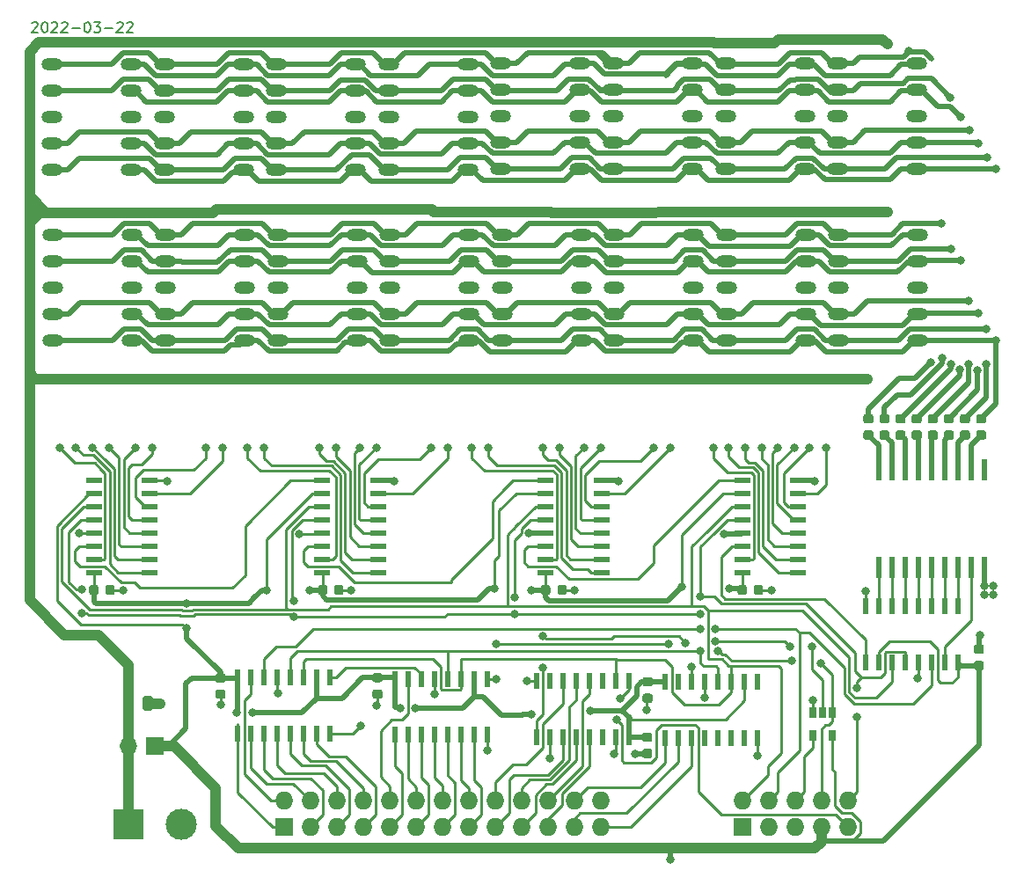
<source format=gtl>
%TF.GenerationSoftware,KiCad,Pcbnew,(5.1.0)-1*%
%TF.CreationDate,2022-03-22T21:10:23+01:00*%
%TF.ProjectId,led_display,6c65645f-6469-4737-906c-61792e6b6963,rev?*%
%TF.SameCoordinates,Original*%
%TF.FileFunction,Copper,L1,Top*%
%TF.FilePolarity,Positive*%
%FSLAX46Y46*%
G04 Gerber Fmt 4.6, Leading zero omitted, Abs format (unit mm)*
G04 Created by KiCad (PCBNEW (5.1.0)-1) date 2022-03-22 21:10:23*
%MOMM*%
%LPD*%
G04 APERTURE LIST*
%ADD10C,0.150000*%
%ADD11C,3.000000*%
%ADD12R,3.000000X3.000000*%
%ADD13O,1.700000X1.700000*%
%ADD14R,1.700000X1.700000*%
%ADD15C,0.100000*%
%ADD16C,0.975000*%
%ADD17C,0.875000*%
%ADD18O,2.000000X1.200000*%
%ADD19O,1.727200X1.727200*%
%ADD20R,1.727200X1.727200*%
%ADD21R,0.600000X1.500000*%
%ADD22R,0.650000X1.060000*%
%ADD23R,0.600000X2.000000*%
%ADD24R,1.500000X0.600000*%
%ADD25C,0.800000*%
%ADD26C,0.500000*%
%ADD27C,0.250000*%
%ADD28C,1.000000*%
G04 APERTURE END LIST*
D10*
X84942857Y-46847619D02*
X84990476Y-46800000D01*
X85085714Y-46752380D01*
X85323809Y-46752380D01*
X85419047Y-46800000D01*
X85466666Y-46847619D01*
X85514285Y-46942857D01*
X85514285Y-47038095D01*
X85466666Y-47180952D01*
X84895238Y-47752380D01*
X85514285Y-47752380D01*
X86133333Y-46752380D02*
X86228571Y-46752380D01*
X86323809Y-46800000D01*
X86371428Y-46847619D01*
X86419047Y-46942857D01*
X86466666Y-47133333D01*
X86466666Y-47371428D01*
X86419047Y-47561904D01*
X86371428Y-47657142D01*
X86323809Y-47704761D01*
X86228571Y-47752380D01*
X86133333Y-47752380D01*
X86038095Y-47704761D01*
X85990476Y-47657142D01*
X85942857Y-47561904D01*
X85895238Y-47371428D01*
X85895238Y-47133333D01*
X85942857Y-46942857D01*
X85990476Y-46847619D01*
X86038095Y-46800000D01*
X86133333Y-46752380D01*
X86847619Y-46847619D02*
X86895238Y-46800000D01*
X86990476Y-46752380D01*
X87228571Y-46752380D01*
X87323809Y-46800000D01*
X87371428Y-46847619D01*
X87419047Y-46942857D01*
X87419047Y-47038095D01*
X87371428Y-47180952D01*
X86800000Y-47752380D01*
X87419047Y-47752380D01*
X87800000Y-46847619D02*
X87847619Y-46800000D01*
X87942857Y-46752380D01*
X88180952Y-46752380D01*
X88276190Y-46800000D01*
X88323809Y-46847619D01*
X88371428Y-46942857D01*
X88371428Y-47038095D01*
X88323809Y-47180952D01*
X87752380Y-47752380D01*
X88371428Y-47752380D01*
X88800000Y-47371428D02*
X89561904Y-47371428D01*
X90228571Y-46752380D02*
X90323809Y-46752380D01*
X90419047Y-46800000D01*
X90466666Y-46847619D01*
X90514285Y-46942857D01*
X90561904Y-47133333D01*
X90561904Y-47371428D01*
X90514285Y-47561904D01*
X90466666Y-47657142D01*
X90419047Y-47704761D01*
X90323809Y-47752380D01*
X90228571Y-47752380D01*
X90133333Y-47704761D01*
X90085714Y-47657142D01*
X90038095Y-47561904D01*
X89990476Y-47371428D01*
X89990476Y-47133333D01*
X90038095Y-46942857D01*
X90085714Y-46847619D01*
X90133333Y-46800000D01*
X90228571Y-46752380D01*
X90895238Y-46752380D02*
X91514285Y-46752380D01*
X91180952Y-47133333D01*
X91323809Y-47133333D01*
X91419047Y-47180952D01*
X91466666Y-47228571D01*
X91514285Y-47323809D01*
X91514285Y-47561904D01*
X91466666Y-47657142D01*
X91419047Y-47704761D01*
X91323809Y-47752380D01*
X91038095Y-47752380D01*
X90942857Y-47704761D01*
X90895238Y-47657142D01*
X91942857Y-47371428D02*
X92704761Y-47371428D01*
X93133333Y-46847619D02*
X93180952Y-46800000D01*
X93276190Y-46752380D01*
X93514285Y-46752380D01*
X93609523Y-46800000D01*
X93657142Y-46847619D01*
X93704761Y-46942857D01*
X93704761Y-47038095D01*
X93657142Y-47180952D01*
X93085714Y-47752380D01*
X93704761Y-47752380D01*
X94085714Y-46847619D02*
X94133333Y-46800000D01*
X94228571Y-46752380D01*
X94466666Y-46752380D01*
X94561904Y-46800000D01*
X94609523Y-46847619D01*
X94657142Y-46942857D01*
X94657142Y-47038095D01*
X94609523Y-47180952D01*
X94038095Y-47752380D01*
X94657142Y-47752380D01*
D11*
X99280000Y-123950000D03*
D12*
X94200000Y-123950000D03*
D13*
X94210000Y-116400000D03*
D14*
X96750000Y-116400000D03*
D15*
G36*
X96367642Y-111626174D02*
G01*
X96391303Y-111629684D01*
X96414507Y-111635496D01*
X96437029Y-111643554D01*
X96458653Y-111653782D01*
X96479170Y-111666079D01*
X96498383Y-111680329D01*
X96516107Y-111696393D01*
X96532171Y-111714117D01*
X96546421Y-111733330D01*
X96558718Y-111753847D01*
X96568946Y-111775471D01*
X96577004Y-111797993D01*
X96582816Y-111821197D01*
X96586326Y-111844858D01*
X96587500Y-111868750D01*
X96587500Y-112781250D01*
X96586326Y-112805142D01*
X96582816Y-112828803D01*
X96577004Y-112852007D01*
X96568946Y-112874529D01*
X96558718Y-112896153D01*
X96546421Y-112916670D01*
X96532171Y-112935883D01*
X96516107Y-112953607D01*
X96498383Y-112969671D01*
X96479170Y-112983921D01*
X96458653Y-112996218D01*
X96437029Y-113006446D01*
X96414507Y-113014504D01*
X96391303Y-113020316D01*
X96367642Y-113023826D01*
X96343750Y-113025000D01*
X95856250Y-113025000D01*
X95832358Y-113023826D01*
X95808697Y-113020316D01*
X95785493Y-113014504D01*
X95762971Y-113006446D01*
X95741347Y-112996218D01*
X95720830Y-112983921D01*
X95701617Y-112969671D01*
X95683893Y-112953607D01*
X95667829Y-112935883D01*
X95653579Y-112916670D01*
X95641282Y-112896153D01*
X95631054Y-112874529D01*
X95622996Y-112852007D01*
X95617184Y-112828803D01*
X95613674Y-112805142D01*
X95612500Y-112781250D01*
X95612500Y-111868750D01*
X95613674Y-111844858D01*
X95617184Y-111821197D01*
X95622996Y-111797993D01*
X95631054Y-111775471D01*
X95641282Y-111753847D01*
X95653579Y-111733330D01*
X95667829Y-111714117D01*
X95683893Y-111696393D01*
X95701617Y-111680329D01*
X95720830Y-111666079D01*
X95741347Y-111653782D01*
X95762971Y-111643554D01*
X95785493Y-111635496D01*
X95808697Y-111629684D01*
X95832358Y-111626174D01*
X95856250Y-111625000D01*
X96343750Y-111625000D01*
X96367642Y-111626174D01*
X96367642Y-111626174D01*
G37*
D16*
X96100000Y-112325000D03*
D15*
G36*
X94492642Y-111626174D02*
G01*
X94516303Y-111629684D01*
X94539507Y-111635496D01*
X94562029Y-111643554D01*
X94583653Y-111653782D01*
X94604170Y-111666079D01*
X94623383Y-111680329D01*
X94641107Y-111696393D01*
X94657171Y-111714117D01*
X94671421Y-111733330D01*
X94683718Y-111753847D01*
X94693946Y-111775471D01*
X94702004Y-111797993D01*
X94707816Y-111821197D01*
X94711326Y-111844858D01*
X94712500Y-111868750D01*
X94712500Y-112781250D01*
X94711326Y-112805142D01*
X94707816Y-112828803D01*
X94702004Y-112852007D01*
X94693946Y-112874529D01*
X94683718Y-112896153D01*
X94671421Y-112916670D01*
X94657171Y-112935883D01*
X94641107Y-112953607D01*
X94623383Y-112969671D01*
X94604170Y-112983921D01*
X94583653Y-112996218D01*
X94562029Y-113006446D01*
X94539507Y-113014504D01*
X94516303Y-113020316D01*
X94492642Y-113023826D01*
X94468750Y-113025000D01*
X93981250Y-113025000D01*
X93957358Y-113023826D01*
X93933697Y-113020316D01*
X93910493Y-113014504D01*
X93887971Y-113006446D01*
X93866347Y-112996218D01*
X93845830Y-112983921D01*
X93826617Y-112969671D01*
X93808893Y-112953607D01*
X93792829Y-112935883D01*
X93778579Y-112916670D01*
X93766282Y-112896153D01*
X93756054Y-112874529D01*
X93747996Y-112852007D01*
X93742184Y-112828803D01*
X93738674Y-112805142D01*
X93737500Y-112781250D01*
X93737500Y-111868750D01*
X93738674Y-111844858D01*
X93742184Y-111821197D01*
X93747996Y-111797993D01*
X93756054Y-111775471D01*
X93766282Y-111753847D01*
X93778579Y-111733330D01*
X93792829Y-111714117D01*
X93808893Y-111696393D01*
X93826617Y-111680329D01*
X93845830Y-111666079D01*
X93866347Y-111653782D01*
X93887971Y-111643554D01*
X93910493Y-111635496D01*
X93933697Y-111629684D01*
X93957358Y-111626174D01*
X93981250Y-111625000D01*
X94468750Y-111625000D01*
X94492642Y-111626174D01*
X94492642Y-111626174D01*
G37*
D16*
X94225000Y-112325000D03*
D15*
G36*
X118477691Y-110988553D02*
G01*
X118498926Y-110991703D01*
X118519750Y-110996919D01*
X118539962Y-111004151D01*
X118559368Y-111013330D01*
X118577781Y-111024366D01*
X118595024Y-111037154D01*
X118610930Y-111051570D01*
X118625346Y-111067476D01*
X118638134Y-111084719D01*
X118649170Y-111103132D01*
X118658349Y-111122538D01*
X118665581Y-111142750D01*
X118670797Y-111163574D01*
X118673947Y-111184809D01*
X118675000Y-111206250D01*
X118675000Y-111643750D01*
X118673947Y-111665191D01*
X118670797Y-111686426D01*
X118665581Y-111707250D01*
X118658349Y-111727462D01*
X118649170Y-111746868D01*
X118638134Y-111765281D01*
X118625346Y-111782524D01*
X118610930Y-111798430D01*
X118595024Y-111812846D01*
X118577781Y-111825634D01*
X118559368Y-111836670D01*
X118539962Y-111845849D01*
X118519750Y-111853081D01*
X118498926Y-111858297D01*
X118477691Y-111861447D01*
X118456250Y-111862500D01*
X117943750Y-111862500D01*
X117922309Y-111861447D01*
X117901074Y-111858297D01*
X117880250Y-111853081D01*
X117860038Y-111845849D01*
X117840632Y-111836670D01*
X117822219Y-111825634D01*
X117804976Y-111812846D01*
X117789070Y-111798430D01*
X117774654Y-111782524D01*
X117761866Y-111765281D01*
X117750830Y-111746868D01*
X117741651Y-111727462D01*
X117734419Y-111707250D01*
X117729203Y-111686426D01*
X117726053Y-111665191D01*
X117725000Y-111643750D01*
X117725000Y-111206250D01*
X117726053Y-111184809D01*
X117729203Y-111163574D01*
X117734419Y-111142750D01*
X117741651Y-111122538D01*
X117750830Y-111103132D01*
X117761866Y-111084719D01*
X117774654Y-111067476D01*
X117789070Y-111051570D01*
X117804976Y-111037154D01*
X117822219Y-111024366D01*
X117840632Y-111013330D01*
X117860038Y-111004151D01*
X117880250Y-110996919D01*
X117901074Y-110991703D01*
X117922309Y-110988553D01*
X117943750Y-110987500D01*
X118456250Y-110987500D01*
X118477691Y-110988553D01*
X118477691Y-110988553D01*
G37*
D17*
X118200000Y-111425000D03*
D15*
G36*
X118477691Y-109413553D02*
G01*
X118498926Y-109416703D01*
X118519750Y-109421919D01*
X118539962Y-109429151D01*
X118559368Y-109438330D01*
X118577781Y-109449366D01*
X118595024Y-109462154D01*
X118610930Y-109476570D01*
X118625346Y-109492476D01*
X118638134Y-109509719D01*
X118649170Y-109528132D01*
X118658349Y-109547538D01*
X118665581Y-109567750D01*
X118670797Y-109588574D01*
X118673947Y-109609809D01*
X118675000Y-109631250D01*
X118675000Y-110068750D01*
X118673947Y-110090191D01*
X118670797Y-110111426D01*
X118665581Y-110132250D01*
X118658349Y-110152462D01*
X118649170Y-110171868D01*
X118638134Y-110190281D01*
X118625346Y-110207524D01*
X118610930Y-110223430D01*
X118595024Y-110237846D01*
X118577781Y-110250634D01*
X118559368Y-110261670D01*
X118539962Y-110270849D01*
X118519750Y-110278081D01*
X118498926Y-110283297D01*
X118477691Y-110286447D01*
X118456250Y-110287500D01*
X117943750Y-110287500D01*
X117922309Y-110286447D01*
X117901074Y-110283297D01*
X117880250Y-110278081D01*
X117860038Y-110270849D01*
X117840632Y-110261670D01*
X117822219Y-110250634D01*
X117804976Y-110237846D01*
X117789070Y-110223430D01*
X117774654Y-110207524D01*
X117761866Y-110190281D01*
X117750830Y-110171868D01*
X117741651Y-110152462D01*
X117734419Y-110132250D01*
X117729203Y-110111426D01*
X117726053Y-110090191D01*
X117725000Y-110068750D01*
X117725000Y-109631250D01*
X117726053Y-109609809D01*
X117729203Y-109588574D01*
X117734419Y-109567750D01*
X117741651Y-109547538D01*
X117750830Y-109528132D01*
X117761866Y-109509719D01*
X117774654Y-109492476D01*
X117789070Y-109476570D01*
X117804976Y-109462154D01*
X117822219Y-109449366D01*
X117840632Y-109438330D01*
X117860038Y-109429151D01*
X117880250Y-109421919D01*
X117901074Y-109416703D01*
X117922309Y-109413553D01*
X117943750Y-109412500D01*
X118456250Y-109412500D01*
X118477691Y-109413553D01*
X118477691Y-109413553D01*
G37*
D17*
X118200000Y-109850000D03*
D15*
G36*
X103377691Y-111013553D02*
G01*
X103398926Y-111016703D01*
X103419750Y-111021919D01*
X103439962Y-111029151D01*
X103459368Y-111038330D01*
X103477781Y-111049366D01*
X103495024Y-111062154D01*
X103510930Y-111076570D01*
X103525346Y-111092476D01*
X103538134Y-111109719D01*
X103549170Y-111128132D01*
X103558349Y-111147538D01*
X103565581Y-111167750D01*
X103570797Y-111188574D01*
X103573947Y-111209809D01*
X103575000Y-111231250D01*
X103575000Y-111668750D01*
X103573947Y-111690191D01*
X103570797Y-111711426D01*
X103565581Y-111732250D01*
X103558349Y-111752462D01*
X103549170Y-111771868D01*
X103538134Y-111790281D01*
X103525346Y-111807524D01*
X103510930Y-111823430D01*
X103495024Y-111837846D01*
X103477781Y-111850634D01*
X103459368Y-111861670D01*
X103439962Y-111870849D01*
X103419750Y-111878081D01*
X103398926Y-111883297D01*
X103377691Y-111886447D01*
X103356250Y-111887500D01*
X102843750Y-111887500D01*
X102822309Y-111886447D01*
X102801074Y-111883297D01*
X102780250Y-111878081D01*
X102760038Y-111870849D01*
X102740632Y-111861670D01*
X102722219Y-111850634D01*
X102704976Y-111837846D01*
X102689070Y-111823430D01*
X102674654Y-111807524D01*
X102661866Y-111790281D01*
X102650830Y-111771868D01*
X102641651Y-111752462D01*
X102634419Y-111732250D01*
X102629203Y-111711426D01*
X102626053Y-111690191D01*
X102625000Y-111668750D01*
X102625000Y-111231250D01*
X102626053Y-111209809D01*
X102629203Y-111188574D01*
X102634419Y-111167750D01*
X102641651Y-111147538D01*
X102650830Y-111128132D01*
X102661866Y-111109719D01*
X102674654Y-111092476D01*
X102689070Y-111076570D01*
X102704976Y-111062154D01*
X102722219Y-111049366D01*
X102740632Y-111038330D01*
X102760038Y-111029151D01*
X102780250Y-111021919D01*
X102801074Y-111016703D01*
X102822309Y-111013553D01*
X102843750Y-111012500D01*
X103356250Y-111012500D01*
X103377691Y-111013553D01*
X103377691Y-111013553D01*
G37*
D17*
X103100000Y-111450000D03*
D15*
G36*
X103377691Y-109438553D02*
G01*
X103398926Y-109441703D01*
X103419750Y-109446919D01*
X103439962Y-109454151D01*
X103459368Y-109463330D01*
X103477781Y-109474366D01*
X103495024Y-109487154D01*
X103510930Y-109501570D01*
X103525346Y-109517476D01*
X103538134Y-109534719D01*
X103549170Y-109553132D01*
X103558349Y-109572538D01*
X103565581Y-109592750D01*
X103570797Y-109613574D01*
X103573947Y-109634809D01*
X103575000Y-109656250D01*
X103575000Y-110093750D01*
X103573947Y-110115191D01*
X103570797Y-110136426D01*
X103565581Y-110157250D01*
X103558349Y-110177462D01*
X103549170Y-110196868D01*
X103538134Y-110215281D01*
X103525346Y-110232524D01*
X103510930Y-110248430D01*
X103495024Y-110262846D01*
X103477781Y-110275634D01*
X103459368Y-110286670D01*
X103439962Y-110295849D01*
X103419750Y-110303081D01*
X103398926Y-110308297D01*
X103377691Y-110311447D01*
X103356250Y-110312500D01*
X102843750Y-110312500D01*
X102822309Y-110311447D01*
X102801074Y-110308297D01*
X102780250Y-110303081D01*
X102760038Y-110295849D01*
X102740632Y-110286670D01*
X102722219Y-110275634D01*
X102704976Y-110262846D01*
X102689070Y-110248430D01*
X102674654Y-110232524D01*
X102661866Y-110215281D01*
X102650830Y-110196868D01*
X102641651Y-110177462D01*
X102634419Y-110157250D01*
X102629203Y-110136426D01*
X102626053Y-110115191D01*
X102625000Y-110093750D01*
X102625000Y-109656250D01*
X102626053Y-109634809D01*
X102629203Y-109613574D01*
X102634419Y-109592750D01*
X102641651Y-109572538D01*
X102650830Y-109553132D01*
X102661866Y-109534719D01*
X102674654Y-109517476D01*
X102689070Y-109501570D01*
X102704976Y-109487154D01*
X102722219Y-109474366D01*
X102740632Y-109463330D01*
X102760038Y-109454151D01*
X102780250Y-109446919D01*
X102801074Y-109441703D01*
X102822309Y-109438553D01*
X102843750Y-109437500D01*
X103356250Y-109437500D01*
X103377691Y-109438553D01*
X103377691Y-109438553D01*
G37*
D17*
X103100000Y-109875000D03*
D15*
G36*
X92715191Y-100926053D02*
G01*
X92736426Y-100929203D01*
X92757250Y-100934419D01*
X92777462Y-100941651D01*
X92796868Y-100950830D01*
X92815281Y-100961866D01*
X92832524Y-100974654D01*
X92848430Y-100989070D01*
X92862846Y-101004976D01*
X92875634Y-101022219D01*
X92886670Y-101040632D01*
X92895849Y-101060038D01*
X92903081Y-101080250D01*
X92908297Y-101101074D01*
X92911447Y-101122309D01*
X92912500Y-101143750D01*
X92912500Y-101656250D01*
X92911447Y-101677691D01*
X92908297Y-101698926D01*
X92903081Y-101719750D01*
X92895849Y-101739962D01*
X92886670Y-101759368D01*
X92875634Y-101777781D01*
X92862846Y-101795024D01*
X92848430Y-101810930D01*
X92832524Y-101825346D01*
X92815281Y-101838134D01*
X92796868Y-101849170D01*
X92777462Y-101858349D01*
X92757250Y-101865581D01*
X92736426Y-101870797D01*
X92715191Y-101873947D01*
X92693750Y-101875000D01*
X92256250Y-101875000D01*
X92234809Y-101873947D01*
X92213574Y-101870797D01*
X92192750Y-101865581D01*
X92172538Y-101858349D01*
X92153132Y-101849170D01*
X92134719Y-101838134D01*
X92117476Y-101825346D01*
X92101570Y-101810930D01*
X92087154Y-101795024D01*
X92074366Y-101777781D01*
X92063330Y-101759368D01*
X92054151Y-101739962D01*
X92046919Y-101719750D01*
X92041703Y-101698926D01*
X92038553Y-101677691D01*
X92037500Y-101656250D01*
X92037500Y-101143750D01*
X92038553Y-101122309D01*
X92041703Y-101101074D01*
X92046919Y-101080250D01*
X92054151Y-101060038D01*
X92063330Y-101040632D01*
X92074366Y-101022219D01*
X92087154Y-101004976D01*
X92101570Y-100989070D01*
X92117476Y-100974654D01*
X92134719Y-100961866D01*
X92153132Y-100950830D01*
X92172538Y-100941651D01*
X92192750Y-100934419D01*
X92213574Y-100929203D01*
X92234809Y-100926053D01*
X92256250Y-100925000D01*
X92693750Y-100925000D01*
X92715191Y-100926053D01*
X92715191Y-100926053D01*
G37*
D17*
X92475000Y-101400000D03*
D15*
G36*
X91140191Y-100926053D02*
G01*
X91161426Y-100929203D01*
X91182250Y-100934419D01*
X91202462Y-100941651D01*
X91221868Y-100950830D01*
X91240281Y-100961866D01*
X91257524Y-100974654D01*
X91273430Y-100989070D01*
X91287846Y-101004976D01*
X91300634Y-101022219D01*
X91311670Y-101040632D01*
X91320849Y-101060038D01*
X91328081Y-101080250D01*
X91333297Y-101101074D01*
X91336447Y-101122309D01*
X91337500Y-101143750D01*
X91337500Y-101656250D01*
X91336447Y-101677691D01*
X91333297Y-101698926D01*
X91328081Y-101719750D01*
X91320849Y-101739962D01*
X91311670Y-101759368D01*
X91300634Y-101777781D01*
X91287846Y-101795024D01*
X91273430Y-101810930D01*
X91257524Y-101825346D01*
X91240281Y-101838134D01*
X91221868Y-101849170D01*
X91202462Y-101858349D01*
X91182250Y-101865581D01*
X91161426Y-101870797D01*
X91140191Y-101873947D01*
X91118750Y-101875000D01*
X90681250Y-101875000D01*
X90659809Y-101873947D01*
X90638574Y-101870797D01*
X90617750Y-101865581D01*
X90597538Y-101858349D01*
X90578132Y-101849170D01*
X90559719Y-101838134D01*
X90542476Y-101825346D01*
X90526570Y-101810930D01*
X90512154Y-101795024D01*
X90499366Y-101777781D01*
X90488330Y-101759368D01*
X90479151Y-101739962D01*
X90471919Y-101719750D01*
X90466703Y-101698926D01*
X90463553Y-101677691D01*
X90462500Y-101656250D01*
X90462500Y-101143750D01*
X90463553Y-101122309D01*
X90466703Y-101101074D01*
X90471919Y-101080250D01*
X90479151Y-101060038D01*
X90488330Y-101040632D01*
X90499366Y-101022219D01*
X90512154Y-101004976D01*
X90526570Y-100989070D01*
X90542476Y-100974654D01*
X90559719Y-100961866D01*
X90578132Y-100950830D01*
X90597538Y-100941651D01*
X90617750Y-100934419D01*
X90638574Y-100929203D01*
X90659809Y-100926053D01*
X90681250Y-100925000D01*
X91118750Y-100925000D01*
X91140191Y-100926053D01*
X91140191Y-100926053D01*
G37*
D17*
X90900000Y-101400000D03*
D15*
G36*
X176377691Y-106676053D02*
G01*
X176398926Y-106679203D01*
X176419750Y-106684419D01*
X176439962Y-106691651D01*
X176459368Y-106700830D01*
X176477781Y-106711866D01*
X176495024Y-106724654D01*
X176510930Y-106739070D01*
X176525346Y-106754976D01*
X176538134Y-106772219D01*
X176549170Y-106790632D01*
X176558349Y-106810038D01*
X176565581Y-106830250D01*
X176570797Y-106851074D01*
X176573947Y-106872309D01*
X176575000Y-106893750D01*
X176575000Y-107331250D01*
X176573947Y-107352691D01*
X176570797Y-107373926D01*
X176565581Y-107394750D01*
X176558349Y-107414962D01*
X176549170Y-107434368D01*
X176538134Y-107452781D01*
X176525346Y-107470024D01*
X176510930Y-107485930D01*
X176495024Y-107500346D01*
X176477781Y-107513134D01*
X176459368Y-107524170D01*
X176439962Y-107533349D01*
X176419750Y-107540581D01*
X176398926Y-107545797D01*
X176377691Y-107548947D01*
X176356250Y-107550000D01*
X175843750Y-107550000D01*
X175822309Y-107548947D01*
X175801074Y-107545797D01*
X175780250Y-107540581D01*
X175760038Y-107533349D01*
X175740632Y-107524170D01*
X175722219Y-107513134D01*
X175704976Y-107500346D01*
X175689070Y-107485930D01*
X175674654Y-107470024D01*
X175661866Y-107452781D01*
X175650830Y-107434368D01*
X175641651Y-107414962D01*
X175634419Y-107394750D01*
X175629203Y-107373926D01*
X175626053Y-107352691D01*
X175625000Y-107331250D01*
X175625000Y-106893750D01*
X175626053Y-106872309D01*
X175629203Y-106851074D01*
X175634419Y-106830250D01*
X175641651Y-106810038D01*
X175650830Y-106790632D01*
X175661866Y-106772219D01*
X175674654Y-106754976D01*
X175689070Y-106739070D01*
X175704976Y-106724654D01*
X175722219Y-106711866D01*
X175740632Y-106700830D01*
X175760038Y-106691651D01*
X175780250Y-106684419D01*
X175801074Y-106679203D01*
X175822309Y-106676053D01*
X175843750Y-106675000D01*
X176356250Y-106675000D01*
X176377691Y-106676053D01*
X176377691Y-106676053D01*
G37*
D17*
X176100000Y-107112500D03*
D15*
G36*
X176377691Y-108251053D02*
G01*
X176398926Y-108254203D01*
X176419750Y-108259419D01*
X176439962Y-108266651D01*
X176459368Y-108275830D01*
X176477781Y-108286866D01*
X176495024Y-108299654D01*
X176510930Y-108314070D01*
X176525346Y-108329976D01*
X176538134Y-108347219D01*
X176549170Y-108365632D01*
X176558349Y-108385038D01*
X176565581Y-108405250D01*
X176570797Y-108426074D01*
X176573947Y-108447309D01*
X176575000Y-108468750D01*
X176575000Y-108906250D01*
X176573947Y-108927691D01*
X176570797Y-108948926D01*
X176565581Y-108969750D01*
X176558349Y-108989962D01*
X176549170Y-109009368D01*
X176538134Y-109027781D01*
X176525346Y-109045024D01*
X176510930Y-109060930D01*
X176495024Y-109075346D01*
X176477781Y-109088134D01*
X176459368Y-109099170D01*
X176439962Y-109108349D01*
X176419750Y-109115581D01*
X176398926Y-109120797D01*
X176377691Y-109123947D01*
X176356250Y-109125000D01*
X175843750Y-109125000D01*
X175822309Y-109123947D01*
X175801074Y-109120797D01*
X175780250Y-109115581D01*
X175760038Y-109108349D01*
X175740632Y-109099170D01*
X175722219Y-109088134D01*
X175704976Y-109075346D01*
X175689070Y-109060930D01*
X175674654Y-109045024D01*
X175661866Y-109027781D01*
X175650830Y-109009368D01*
X175641651Y-108989962D01*
X175634419Y-108969750D01*
X175629203Y-108948926D01*
X175626053Y-108927691D01*
X175625000Y-108906250D01*
X175625000Y-108468750D01*
X175626053Y-108447309D01*
X175629203Y-108426074D01*
X175634419Y-108405250D01*
X175641651Y-108385038D01*
X175650830Y-108365632D01*
X175661866Y-108347219D01*
X175674654Y-108329976D01*
X175689070Y-108314070D01*
X175704976Y-108299654D01*
X175722219Y-108286866D01*
X175740632Y-108275830D01*
X175760038Y-108266651D01*
X175780250Y-108259419D01*
X175801074Y-108254203D01*
X175822309Y-108251053D01*
X175843750Y-108250000D01*
X176356250Y-108250000D01*
X176377691Y-108251053D01*
X176377691Y-108251053D01*
G37*
D17*
X176100000Y-108687500D03*
D15*
G36*
X136215191Y-100926053D02*
G01*
X136236426Y-100929203D01*
X136257250Y-100934419D01*
X136277462Y-100941651D01*
X136296868Y-100950830D01*
X136315281Y-100961866D01*
X136332524Y-100974654D01*
X136348430Y-100989070D01*
X136362846Y-101004976D01*
X136375634Y-101022219D01*
X136386670Y-101040632D01*
X136395849Y-101060038D01*
X136403081Y-101080250D01*
X136408297Y-101101074D01*
X136411447Y-101122309D01*
X136412500Y-101143750D01*
X136412500Y-101656250D01*
X136411447Y-101677691D01*
X136408297Y-101698926D01*
X136403081Y-101719750D01*
X136395849Y-101739962D01*
X136386670Y-101759368D01*
X136375634Y-101777781D01*
X136362846Y-101795024D01*
X136348430Y-101810930D01*
X136332524Y-101825346D01*
X136315281Y-101838134D01*
X136296868Y-101849170D01*
X136277462Y-101858349D01*
X136257250Y-101865581D01*
X136236426Y-101870797D01*
X136215191Y-101873947D01*
X136193750Y-101875000D01*
X135756250Y-101875000D01*
X135734809Y-101873947D01*
X135713574Y-101870797D01*
X135692750Y-101865581D01*
X135672538Y-101858349D01*
X135653132Y-101849170D01*
X135634719Y-101838134D01*
X135617476Y-101825346D01*
X135601570Y-101810930D01*
X135587154Y-101795024D01*
X135574366Y-101777781D01*
X135563330Y-101759368D01*
X135554151Y-101739962D01*
X135546919Y-101719750D01*
X135541703Y-101698926D01*
X135538553Y-101677691D01*
X135537500Y-101656250D01*
X135537500Y-101143750D01*
X135538553Y-101122309D01*
X135541703Y-101101074D01*
X135546919Y-101080250D01*
X135554151Y-101060038D01*
X135563330Y-101040632D01*
X135574366Y-101022219D01*
X135587154Y-101004976D01*
X135601570Y-100989070D01*
X135617476Y-100974654D01*
X135634719Y-100961866D01*
X135653132Y-100950830D01*
X135672538Y-100941651D01*
X135692750Y-100934419D01*
X135713574Y-100929203D01*
X135734809Y-100926053D01*
X135756250Y-100925000D01*
X136193750Y-100925000D01*
X136215191Y-100926053D01*
X136215191Y-100926053D01*
G37*
D17*
X135975000Y-101400000D03*
D15*
G36*
X134640191Y-100926053D02*
G01*
X134661426Y-100929203D01*
X134682250Y-100934419D01*
X134702462Y-100941651D01*
X134721868Y-100950830D01*
X134740281Y-100961866D01*
X134757524Y-100974654D01*
X134773430Y-100989070D01*
X134787846Y-101004976D01*
X134800634Y-101022219D01*
X134811670Y-101040632D01*
X134820849Y-101060038D01*
X134828081Y-101080250D01*
X134833297Y-101101074D01*
X134836447Y-101122309D01*
X134837500Y-101143750D01*
X134837500Y-101656250D01*
X134836447Y-101677691D01*
X134833297Y-101698926D01*
X134828081Y-101719750D01*
X134820849Y-101739962D01*
X134811670Y-101759368D01*
X134800634Y-101777781D01*
X134787846Y-101795024D01*
X134773430Y-101810930D01*
X134757524Y-101825346D01*
X134740281Y-101838134D01*
X134721868Y-101849170D01*
X134702462Y-101858349D01*
X134682250Y-101865581D01*
X134661426Y-101870797D01*
X134640191Y-101873947D01*
X134618750Y-101875000D01*
X134181250Y-101875000D01*
X134159809Y-101873947D01*
X134138574Y-101870797D01*
X134117750Y-101865581D01*
X134097538Y-101858349D01*
X134078132Y-101849170D01*
X134059719Y-101838134D01*
X134042476Y-101825346D01*
X134026570Y-101810930D01*
X134012154Y-101795024D01*
X133999366Y-101777781D01*
X133988330Y-101759368D01*
X133979151Y-101739962D01*
X133971919Y-101719750D01*
X133966703Y-101698926D01*
X133963553Y-101677691D01*
X133962500Y-101656250D01*
X133962500Y-101143750D01*
X133963553Y-101122309D01*
X133966703Y-101101074D01*
X133971919Y-101080250D01*
X133979151Y-101060038D01*
X133988330Y-101040632D01*
X133999366Y-101022219D01*
X134012154Y-101004976D01*
X134026570Y-100989070D01*
X134042476Y-100974654D01*
X134059719Y-100961866D01*
X134078132Y-100950830D01*
X134097538Y-100941651D01*
X134117750Y-100934419D01*
X134138574Y-100929203D01*
X134159809Y-100926053D01*
X134181250Y-100925000D01*
X134618750Y-100925000D01*
X134640191Y-100926053D01*
X134640191Y-100926053D01*
G37*
D17*
X134400000Y-101400000D03*
D15*
G36*
X144477691Y-111388553D02*
G01*
X144498926Y-111391703D01*
X144519750Y-111396919D01*
X144539962Y-111404151D01*
X144559368Y-111413330D01*
X144577781Y-111424366D01*
X144595024Y-111437154D01*
X144610930Y-111451570D01*
X144625346Y-111467476D01*
X144638134Y-111484719D01*
X144649170Y-111503132D01*
X144658349Y-111522538D01*
X144665581Y-111542750D01*
X144670797Y-111563574D01*
X144673947Y-111584809D01*
X144675000Y-111606250D01*
X144675000Y-112043750D01*
X144673947Y-112065191D01*
X144670797Y-112086426D01*
X144665581Y-112107250D01*
X144658349Y-112127462D01*
X144649170Y-112146868D01*
X144638134Y-112165281D01*
X144625346Y-112182524D01*
X144610930Y-112198430D01*
X144595024Y-112212846D01*
X144577781Y-112225634D01*
X144559368Y-112236670D01*
X144539962Y-112245849D01*
X144519750Y-112253081D01*
X144498926Y-112258297D01*
X144477691Y-112261447D01*
X144456250Y-112262500D01*
X143943750Y-112262500D01*
X143922309Y-112261447D01*
X143901074Y-112258297D01*
X143880250Y-112253081D01*
X143860038Y-112245849D01*
X143840632Y-112236670D01*
X143822219Y-112225634D01*
X143804976Y-112212846D01*
X143789070Y-112198430D01*
X143774654Y-112182524D01*
X143761866Y-112165281D01*
X143750830Y-112146868D01*
X143741651Y-112127462D01*
X143734419Y-112107250D01*
X143729203Y-112086426D01*
X143726053Y-112065191D01*
X143725000Y-112043750D01*
X143725000Y-111606250D01*
X143726053Y-111584809D01*
X143729203Y-111563574D01*
X143734419Y-111542750D01*
X143741651Y-111522538D01*
X143750830Y-111503132D01*
X143761866Y-111484719D01*
X143774654Y-111467476D01*
X143789070Y-111451570D01*
X143804976Y-111437154D01*
X143822219Y-111424366D01*
X143840632Y-111413330D01*
X143860038Y-111404151D01*
X143880250Y-111396919D01*
X143901074Y-111391703D01*
X143922309Y-111388553D01*
X143943750Y-111387500D01*
X144456250Y-111387500D01*
X144477691Y-111388553D01*
X144477691Y-111388553D01*
G37*
D17*
X144200000Y-111825000D03*
D15*
G36*
X144477691Y-109813553D02*
G01*
X144498926Y-109816703D01*
X144519750Y-109821919D01*
X144539962Y-109829151D01*
X144559368Y-109838330D01*
X144577781Y-109849366D01*
X144595024Y-109862154D01*
X144610930Y-109876570D01*
X144625346Y-109892476D01*
X144638134Y-109909719D01*
X144649170Y-109928132D01*
X144658349Y-109947538D01*
X144665581Y-109967750D01*
X144670797Y-109988574D01*
X144673947Y-110009809D01*
X144675000Y-110031250D01*
X144675000Y-110468750D01*
X144673947Y-110490191D01*
X144670797Y-110511426D01*
X144665581Y-110532250D01*
X144658349Y-110552462D01*
X144649170Y-110571868D01*
X144638134Y-110590281D01*
X144625346Y-110607524D01*
X144610930Y-110623430D01*
X144595024Y-110637846D01*
X144577781Y-110650634D01*
X144559368Y-110661670D01*
X144539962Y-110670849D01*
X144519750Y-110678081D01*
X144498926Y-110683297D01*
X144477691Y-110686447D01*
X144456250Y-110687500D01*
X143943750Y-110687500D01*
X143922309Y-110686447D01*
X143901074Y-110683297D01*
X143880250Y-110678081D01*
X143860038Y-110670849D01*
X143840632Y-110661670D01*
X143822219Y-110650634D01*
X143804976Y-110637846D01*
X143789070Y-110623430D01*
X143774654Y-110607524D01*
X143761866Y-110590281D01*
X143750830Y-110571868D01*
X143741651Y-110552462D01*
X143734419Y-110532250D01*
X143729203Y-110511426D01*
X143726053Y-110490191D01*
X143725000Y-110468750D01*
X143725000Y-110031250D01*
X143726053Y-110009809D01*
X143729203Y-109988574D01*
X143734419Y-109967750D01*
X143741651Y-109947538D01*
X143750830Y-109928132D01*
X143761866Y-109909719D01*
X143774654Y-109892476D01*
X143789070Y-109876570D01*
X143804976Y-109862154D01*
X143822219Y-109849366D01*
X143840632Y-109838330D01*
X143860038Y-109829151D01*
X143880250Y-109821919D01*
X143901074Y-109816703D01*
X143922309Y-109813553D01*
X143943750Y-109812500D01*
X144456250Y-109812500D01*
X144477691Y-109813553D01*
X144477691Y-109813553D01*
G37*
D17*
X144200000Y-110250000D03*
D15*
G36*
X144452691Y-116713553D02*
G01*
X144473926Y-116716703D01*
X144494750Y-116721919D01*
X144514962Y-116729151D01*
X144534368Y-116738330D01*
X144552781Y-116749366D01*
X144570024Y-116762154D01*
X144585930Y-116776570D01*
X144600346Y-116792476D01*
X144613134Y-116809719D01*
X144624170Y-116828132D01*
X144633349Y-116847538D01*
X144640581Y-116867750D01*
X144645797Y-116888574D01*
X144648947Y-116909809D01*
X144650000Y-116931250D01*
X144650000Y-117368750D01*
X144648947Y-117390191D01*
X144645797Y-117411426D01*
X144640581Y-117432250D01*
X144633349Y-117452462D01*
X144624170Y-117471868D01*
X144613134Y-117490281D01*
X144600346Y-117507524D01*
X144585930Y-117523430D01*
X144570024Y-117537846D01*
X144552781Y-117550634D01*
X144534368Y-117561670D01*
X144514962Y-117570849D01*
X144494750Y-117578081D01*
X144473926Y-117583297D01*
X144452691Y-117586447D01*
X144431250Y-117587500D01*
X143918750Y-117587500D01*
X143897309Y-117586447D01*
X143876074Y-117583297D01*
X143855250Y-117578081D01*
X143835038Y-117570849D01*
X143815632Y-117561670D01*
X143797219Y-117550634D01*
X143779976Y-117537846D01*
X143764070Y-117523430D01*
X143749654Y-117507524D01*
X143736866Y-117490281D01*
X143725830Y-117471868D01*
X143716651Y-117452462D01*
X143709419Y-117432250D01*
X143704203Y-117411426D01*
X143701053Y-117390191D01*
X143700000Y-117368750D01*
X143700000Y-116931250D01*
X143701053Y-116909809D01*
X143704203Y-116888574D01*
X143709419Y-116867750D01*
X143716651Y-116847538D01*
X143725830Y-116828132D01*
X143736866Y-116809719D01*
X143749654Y-116792476D01*
X143764070Y-116776570D01*
X143779976Y-116762154D01*
X143797219Y-116749366D01*
X143815632Y-116738330D01*
X143835038Y-116729151D01*
X143855250Y-116721919D01*
X143876074Y-116716703D01*
X143897309Y-116713553D01*
X143918750Y-116712500D01*
X144431250Y-116712500D01*
X144452691Y-116713553D01*
X144452691Y-116713553D01*
G37*
D17*
X144175000Y-117150000D03*
D15*
G36*
X144452691Y-115138553D02*
G01*
X144473926Y-115141703D01*
X144494750Y-115146919D01*
X144514962Y-115154151D01*
X144534368Y-115163330D01*
X144552781Y-115174366D01*
X144570024Y-115187154D01*
X144585930Y-115201570D01*
X144600346Y-115217476D01*
X144613134Y-115234719D01*
X144624170Y-115253132D01*
X144633349Y-115272538D01*
X144640581Y-115292750D01*
X144645797Y-115313574D01*
X144648947Y-115334809D01*
X144650000Y-115356250D01*
X144650000Y-115793750D01*
X144648947Y-115815191D01*
X144645797Y-115836426D01*
X144640581Y-115857250D01*
X144633349Y-115877462D01*
X144624170Y-115896868D01*
X144613134Y-115915281D01*
X144600346Y-115932524D01*
X144585930Y-115948430D01*
X144570024Y-115962846D01*
X144552781Y-115975634D01*
X144534368Y-115986670D01*
X144514962Y-115995849D01*
X144494750Y-116003081D01*
X144473926Y-116008297D01*
X144452691Y-116011447D01*
X144431250Y-116012500D01*
X143918750Y-116012500D01*
X143897309Y-116011447D01*
X143876074Y-116008297D01*
X143855250Y-116003081D01*
X143835038Y-115995849D01*
X143815632Y-115986670D01*
X143797219Y-115975634D01*
X143779976Y-115962846D01*
X143764070Y-115948430D01*
X143749654Y-115932524D01*
X143736866Y-115915281D01*
X143725830Y-115896868D01*
X143716651Y-115877462D01*
X143709419Y-115857250D01*
X143704203Y-115836426D01*
X143701053Y-115815191D01*
X143700000Y-115793750D01*
X143700000Y-115356250D01*
X143701053Y-115334809D01*
X143704203Y-115313574D01*
X143709419Y-115292750D01*
X143716651Y-115272538D01*
X143725830Y-115253132D01*
X143736866Y-115234719D01*
X143749654Y-115217476D01*
X143764070Y-115201570D01*
X143779976Y-115187154D01*
X143797219Y-115174366D01*
X143815632Y-115163330D01*
X143835038Y-115154151D01*
X143855250Y-115146919D01*
X143876074Y-115141703D01*
X143897309Y-115138553D01*
X143918750Y-115137500D01*
X144431250Y-115137500D01*
X144452691Y-115138553D01*
X144452691Y-115138553D01*
G37*
D17*
X144175000Y-115575000D03*
D18*
X170210000Y-67220000D03*
X162590000Y-67220000D03*
X170210000Y-69760000D03*
X162590000Y-69760000D03*
X170210000Y-72300000D03*
X162590000Y-72300000D03*
X170210000Y-74840000D03*
X162590000Y-74840000D03*
X170210000Y-77380000D03*
X162590000Y-77380000D03*
X159410000Y-67220000D03*
X151790000Y-67220000D03*
X159410000Y-69760000D03*
X151790000Y-69760000D03*
X159410000Y-72300000D03*
X151790000Y-72300000D03*
X159410000Y-74840000D03*
X151790000Y-74840000D03*
X159410000Y-77380000D03*
X151790000Y-77380000D03*
X148610000Y-67220000D03*
X140990000Y-67220000D03*
X148610000Y-69760000D03*
X140990000Y-69760000D03*
X148610000Y-72300000D03*
X140990000Y-72300000D03*
X148610000Y-74840000D03*
X140990000Y-74840000D03*
X148610000Y-77380000D03*
X140990000Y-77380000D03*
X137810000Y-67220000D03*
X130190000Y-67220000D03*
X137810000Y-69760000D03*
X130190000Y-69760000D03*
X137810000Y-72300000D03*
X130190000Y-72300000D03*
X137810000Y-74840000D03*
X130190000Y-74840000D03*
X137810000Y-77380000D03*
X130190000Y-77380000D03*
X127010000Y-67220000D03*
X119390000Y-67220000D03*
X127010000Y-69760000D03*
X119390000Y-69760000D03*
X127010000Y-72300000D03*
X119390000Y-72300000D03*
X127010000Y-74840000D03*
X119390000Y-74840000D03*
X127010000Y-77380000D03*
X119390000Y-77380000D03*
X116210000Y-67220000D03*
X108590000Y-67220000D03*
X116210000Y-69760000D03*
X108590000Y-69760000D03*
X116210000Y-72300000D03*
X108590000Y-72300000D03*
X116210000Y-74840000D03*
X108590000Y-74840000D03*
X116210000Y-77380000D03*
X108590000Y-77380000D03*
X105410000Y-67220000D03*
X97790000Y-67220000D03*
X105410000Y-69760000D03*
X97790000Y-69760000D03*
X105410000Y-72300000D03*
X97790000Y-72300000D03*
X105410000Y-74840000D03*
X97790000Y-74840000D03*
X105410000Y-77380000D03*
X97790000Y-77380000D03*
X94610000Y-67220000D03*
X86990000Y-67220000D03*
X94610000Y-69760000D03*
X86990000Y-69760000D03*
X94610000Y-72300000D03*
X86990000Y-72300000D03*
X94610000Y-74840000D03*
X86990000Y-74840000D03*
X94610000Y-77380000D03*
X86990000Y-77380000D03*
X170110000Y-50720000D03*
X162490000Y-50720000D03*
X170110000Y-53260000D03*
X162490000Y-53260000D03*
X170110000Y-55800000D03*
X162490000Y-55800000D03*
X170110000Y-58340000D03*
X162490000Y-58340000D03*
X170110000Y-60880000D03*
X162490000Y-60880000D03*
X159310000Y-50720000D03*
X151690000Y-50720000D03*
X159310000Y-53260000D03*
X151690000Y-53260000D03*
X159310000Y-55800000D03*
X151690000Y-55800000D03*
X159310000Y-58340000D03*
X151690000Y-58340000D03*
X159310000Y-60880000D03*
X151690000Y-60880000D03*
X148510000Y-50720000D03*
X140890000Y-50720000D03*
X148510000Y-53260000D03*
X140890000Y-53260000D03*
X148510000Y-55800000D03*
X140890000Y-55800000D03*
X148510000Y-58340000D03*
X140890000Y-58340000D03*
X148510000Y-60880000D03*
X140890000Y-60880000D03*
X137710000Y-50720000D03*
X130090000Y-50720000D03*
X137710000Y-53260000D03*
X130090000Y-53260000D03*
X137710000Y-55800000D03*
X130090000Y-55800000D03*
X137710000Y-58340000D03*
X130090000Y-58340000D03*
X137710000Y-60880000D03*
X130090000Y-60880000D03*
X126900000Y-50780000D03*
X119280000Y-50780000D03*
X126900000Y-53320000D03*
X119280000Y-53320000D03*
X126900000Y-55860000D03*
X119280000Y-55860000D03*
X126900000Y-58400000D03*
X119280000Y-58400000D03*
X126900000Y-60940000D03*
X119280000Y-60940000D03*
X116110000Y-50820000D03*
X108490000Y-50820000D03*
X116110000Y-53360000D03*
X108490000Y-53360000D03*
X116110000Y-55900000D03*
X108490000Y-55900000D03*
X116110000Y-58440000D03*
X108490000Y-58440000D03*
X116110000Y-60980000D03*
X108490000Y-60980000D03*
X105310000Y-50820000D03*
X97690000Y-50820000D03*
X105310000Y-53360000D03*
X97690000Y-53360000D03*
X105310000Y-55900000D03*
X97690000Y-55900000D03*
X105310000Y-58440000D03*
X97690000Y-58440000D03*
X105310000Y-60980000D03*
X97690000Y-60980000D03*
X94510000Y-50820000D03*
X86890000Y-50820000D03*
X94510000Y-53360000D03*
X86890000Y-53360000D03*
X94510000Y-55900000D03*
X86890000Y-55900000D03*
X94510000Y-58440000D03*
X86890000Y-58440000D03*
X94510000Y-60980000D03*
X86890000Y-60980000D03*
D19*
X139680000Y-121710000D03*
X139680000Y-124250000D03*
X137140000Y-121710000D03*
X137140000Y-124250000D03*
X134600000Y-121710000D03*
X134600000Y-124250000D03*
X132060000Y-121710000D03*
X132060000Y-124250000D03*
X129520000Y-121710000D03*
X129520000Y-124250000D03*
X126980000Y-121710000D03*
X126980000Y-124250000D03*
X124440000Y-121710000D03*
X124440000Y-124250000D03*
X121900000Y-121710000D03*
X121900000Y-124250000D03*
X119360000Y-121710000D03*
X119360000Y-124250000D03*
X116820000Y-121710000D03*
X116820000Y-124250000D03*
X114280000Y-121710000D03*
X114280000Y-124250000D03*
X111740000Y-121710000D03*
X111740000Y-124250000D03*
X109200000Y-121710000D03*
D20*
X109200000Y-124250000D03*
D21*
X145900000Y-110250000D03*
X147170000Y-110250000D03*
X148440000Y-110250000D03*
X149710000Y-110250000D03*
X150980000Y-110250000D03*
X152250000Y-110250000D03*
X153520000Y-110250000D03*
X154790000Y-110250000D03*
X154790000Y-115650000D03*
X153520000Y-115650000D03*
X152250000Y-115650000D03*
X150980000Y-115650000D03*
X149710000Y-115650000D03*
X148440000Y-115650000D03*
X147170000Y-115650000D03*
X145900000Y-115650000D03*
X119855000Y-109950000D03*
X121125000Y-109950000D03*
X122395000Y-109950000D03*
X123665000Y-109950000D03*
X124935000Y-109950000D03*
X126205000Y-109950000D03*
X127475000Y-109950000D03*
X128745000Y-109950000D03*
X128745000Y-115350000D03*
X127475000Y-115350000D03*
X126205000Y-115350000D03*
X124935000Y-115350000D03*
X123665000Y-115350000D03*
X122395000Y-115350000D03*
X121125000Y-115350000D03*
X119855000Y-115350000D03*
D22*
X162000000Y-115450000D03*
X160100000Y-115450000D03*
X160100000Y-113250000D03*
X161050000Y-113250000D03*
X162000000Y-113250000D03*
D21*
X142390000Y-115550000D03*
X141120000Y-115550000D03*
X139850000Y-115550000D03*
X138580000Y-115550000D03*
X137310000Y-115550000D03*
X136040000Y-115550000D03*
X134770000Y-115550000D03*
X133500000Y-115550000D03*
X133500000Y-110150000D03*
X134770000Y-110150000D03*
X136040000Y-110150000D03*
X137310000Y-110150000D03*
X138580000Y-110150000D03*
X139850000Y-110150000D03*
X141120000Y-110150000D03*
X142390000Y-110150000D03*
X104755000Y-109850000D03*
X106025000Y-109850000D03*
X107295000Y-109850000D03*
X108565000Y-109850000D03*
X109835000Y-109850000D03*
X111105000Y-109850000D03*
X112375000Y-109850000D03*
X113645000Y-109850000D03*
X113645000Y-115250000D03*
X112375000Y-115250000D03*
X111105000Y-115250000D03*
X109835000Y-115250000D03*
X108565000Y-115250000D03*
X107295000Y-115250000D03*
X106025000Y-115250000D03*
X104755000Y-115250000D03*
D19*
X163460000Y-121710000D03*
X163460000Y-124250000D03*
X160920000Y-121710000D03*
X160920000Y-124250000D03*
X158380000Y-121710000D03*
X158380000Y-124250000D03*
X155840000Y-121710000D03*
X155840000Y-124250000D03*
X153300000Y-121710000D03*
D20*
X153300000Y-124250000D03*
D15*
G36*
X114740191Y-100926053D02*
G01*
X114761426Y-100929203D01*
X114782250Y-100934419D01*
X114802462Y-100941651D01*
X114821868Y-100950830D01*
X114840281Y-100961866D01*
X114857524Y-100974654D01*
X114873430Y-100989070D01*
X114887846Y-101004976D01*
X114900634Y-101022219D01*
X114911670Y-101040632D01*
X114920849Y-101060038D01*
X114928081Y-101080250D01*
X114933297Y-101101074D01*
X114936447Y-101122309D01*
X114937500Y-101143750D01*
X114937500Y-101656250D01*
X114936447Y-101677691D01*
X114933297Y-101698926D01*
X114928081Y-101719750D01*
X114920849Y-101739962D01*
X114911670Y-101759368D01*
X114900634Y-101777781D01*
X114887846Y-101795024D01*
X114873430Y-101810930D01*
X114857524Y-101825346D01*
X114840281Y-101838134D01*
X114821868Y-101849170D01*
X114802462Y-101858349D01*
X114782250Y-101865581D01*
X114761426Y-101870797D01*
X114740191Y-101873947D01*
X114718750Y-101875000D01*
X114281250Y-101875000D01*
X114259809Y-101873947D01*
X114238574Y-101870797D01*
X114217750Y-101865581D01*
X114197538Y-101858349D01*
X114178132Y-101849170D01*
X114159719Y-101838134D01*
X114142476Y-101825346D01*
X114126570Y-101810930D01*
X114112154Y-101795024D01*
X114099366Y-101777781D01*
X114088330Y-101759368D01*
X114079151Y-101739962D01*
X114071919Y-101719750D01*
X114066703Y-101698926D01*
X114063553Y-101677691D01*
X114062500Y-101656250D01*
X114062500Y-101143750D01*
X114063553Y-101122309D01*
X114066703Y-101101074D01*
X114071919Y-101080250D01*
X114079151Y-101060038D01*
X114088330Y-101040632D01*
X114099366Y-101022219D01*
X114112154Y-101004976D01*
X114126570Y-100989070D01*
X114142476Y-100974654D01*
X114159719Y-100961866D01*
X114178132Y-100950830D01*
X114197538Y-100941651D01*
X114217750Y-100934419D01*
X114238574Y-100929203D01*
X114259809Y-100926053D01*
X114281250Y-100925000D01*
X114718750Y-100925000D01*
X114740191Y-100926053D01*
X114740191Y-100926053D01*
G37*
D17*
X114500000Y-101400000D03*
D15*
G36*
X113165191Y-100926053D02*
G01*
X113186426Y-100929203D01*
X113207250Y-100934419D01*
X113227462Y-100941651D01*
X113246868Y-100950830D01*
X113265281Y-100961866D01*
X113282524Y-100974654D01*
X113298430Y-100989070D01*
X113312846Y-101004976D01*
X113325634Y-101022219D01*
X113336670Y-101040632D01*
X113345849Y-101060038D01*
X113353081Y-101080250D01*
X113358297Y-101101074D01*
X113361447Y-101122309D01*
X113362500Y-101143750D01*
X113362500Y-101656250D01*
X113361447Y-101677691D01*
X113358297Y-101698926D01*
X113353081Y-101719750D01*
X113345849Y-101739962D01*
X113336670Y-101759368D01*
X113325634Y-101777781D01*
X113312846Y-101795024D01*
X113298430Y-101810930D01*
X113282524Y-101825346D01*
X113265281Y-101838134D01*
X113246868Y-101849170D01*
X113227462Y-101858349D01*
X113207250Y-101865581D01*
X113186426Y-101870797D01*
X113165191Y-101873947D01*
X113143750Y-101875000D01*
X112706250Y-101875000D01*
X112684809Y-101873947D01*
X112663574Y-101870797D01*
X112642750Y-101865581D01*
X112622538Y-101858349D01*
X112603132Y-101849170D01*
X112584719Y-101838134D01*
X112567476Y-101825346D01*
X112551570Y-101810930D01*
X112537154Y-101795024D01*
X112524366Y-101777781D01*
X112513330Y-101759368D01*
X112504151Y-101739962D01*
X112496919Y-101719750D01*
X112491703Y-101698926D01*
X112488553Y-101677691D01*
X112487500Y-101656250D01*
X112487500Y-101143750D01*
X112488553Y-101122309D01*
X112491703Y-101101074D01*
X112496919Y-101080250D01*
X112504151Y-101060038D01*
X112513330Y-101040632D01*
X112524366Y-101022219D01*
X112537154Y-101004976D01*
X112551570Y-100989070D01*
X112567476Y-100974654D01*
X112584719Y-100961866D01*
X112603132Y-100950830D01*
X112622538Y-100941651D01*
X112642750Y-100934419D01*
X112663574Y-100929203D01*
X112684809Y-100926053D01*
X112706250Y-100925000D01*
X113143750Y-100925000D01*
X113165191Y-100926053D01*
X113165191Y-100926053D01*
G37*
D17*
X112925000Y-101400000D03*
D15*
G36*
X155115191Y-100926053D02*
G01*
X155136426Y-100929203D01*
X155157250Y-100934419D01*
X155177462Y-100941651D01*
X155196868Y-100950830D01*
X155215281Y-100961866D01*
X155232524Y-100974654D01*
X155248430Y-100989070D01*
X155262846Y-101004976D01*
X155275634Y-101022219D01*
X155286670Y-101040632D01*
X155295849Y-101060038D01*
X155303081Y-101080250D01*
X155308297Y-101101074D01*
X155311447Y-101122309D01*
X155312500Y-101143750D01*
X155312500Y-101656250D01*
X155311447Y-101677691D01*
X155308297Y-101698926D01*
X155303081Y-101719750D01*
X155295849Y-101739962D01*
X155286670Y-101759368D01*
X155275634Y-101777781D01*
X155262846Y-101795024D01*
X155248430Y-101810930D01*
X155232524Y-101825346D01*
X155215281Y-101838134D01*
X155196868Y-101849170D01*
X155177462Y-101858349D01*
X155157250Y-101865581D01*
X155136426Y-101870797D01*
X155115191Y-101873947D01*
X155093750Y-101875000D01*
X154656250Y-101875000D01*
X154634809Y-101873947D01*
X154613574Y-101870797D01*
X154592750Y-101865581D01*
X154572538Y-101858349D01*
X154553132Y-101849170D01*
X154534719Y-101838134D01*
X154517476Y-101825346D01*
X154501570Y-101810930D01*
X154487154Y-101795024D01*
X154474366Y-101777781D01*
X154463330Y-101759368D01*
X154454151Y-101739962D01*
X154446919Y-101719750D01*
X154441703Y-101698926D01*
X154438553Y-101677691D01*
X154437500Y-101656250D01*
X154437500Y-101143750D01*
X154438553Y-101122309D01*
X154441703Y-101101074D01*
X154446919Y-101080250D01*
X154454151Y-101060038D01*
X154463330Y-101040632D01*
X154474366Y-101022219D01*
X154487154Y-101004976D01*
X154501570Y-100989070D01*
X154517476Y-100974654D01*
X154534719Y-100961866D01*
X154553132Y-100950830D01*
X154572538Y-100941651D01*
X154592750Y-100934419D01*
X154613574Y-100929203D01*
X154634809Y-100926053D01*
X154656250Y-100925000D01*
X155093750Y-100925000D01*
X155115191Y-100926053D01*
X155115191Y-100926053D01*
G37*
D17*
X154875000Y-101400000D03*
D15*
G36*
X153540191Y-100926053D02*
G01*
X153561426Y-100929203D01*
X153582250Y-100934419D01*
X153602462Y-100941651D01*
X153621868Y-100950830D01*
X153640281Y-100961866D01*
X153657524Y-100974654D01*
X153673430Y-100989070D01*
X153687846Y-101004976D01*
X153700634Y-101022219D01*
X153711670Y-101040632D01*
X153720849Y-101060038D01*
X153728081Y-101080250D01*
X153733297Y-101101074D01*
X153736447Y-101122309D01*
X153737500Y-101143750D01*
X153737500Y-101656250D01*
X153736447Y-101677691D01*
X153733297Y-101698926D01*
X153728081Y-101719750D01*
X153720849Y-101739962D01*
X153711670Y-101759368D01*
X153700634Y-101777781D01*
X153687846Y-101795024D01*
X153673430Y-101810930D01*
X153657524Y-101825346D01*
X153640281Y-101838134D01*
X153621868Y-101849170D01*
X153602462Y-101858349D01*
X153582250Y-101865581D01*
X153561426Y-101870797D01*
X153540191Y-101873947D01*
X153518750Y-101875000D01*
X153081250Y-101875000D01*
X153059809Y-101873947D01*
X153038574Y-101870797D01*
X153017750Y-101865581D01*
X152997538Y-101858349D01*
X152978132Y-101849170D01*
X152959719Y-101838134D01*
X152942476Y-101825346D01*
X152926570Y-101810930D01*
X152912154Y-101795024D01*
X152899366Y-101777781D01*
X152888330Y-101759368D01*
X152879151Y-101739962D01*
X152871919Y-101719750D01*
X152866703Y-101698926D01*
X152863553Y-101677691D01*
X152862500Y-101656250D01*
X152862500Y-101143750D01*
X152863553Y-101122309D01*
X152866703Y-101101074D01*
X152871919Y-101080250D01*
X152879151Y-101060038D01*
X152888330Y-101040632D01*
X152899366Y-101022219D01*
X152912154Y-101004976D01*
X152926570Y-100989070D01*
X152942476Y-100974654D01*
X152959719Y-100961866D01*
X152978132Y-100950830D01*
X152997538Y-100941651D01*
X153017750Y-100934419D01*
X153038574Y-100929203D01*
X153059809Y-100926053D01*
X153081250Y-100925000D01*
X153518750Y-100925000D01*
X153540191Y-100926053D01*
X153540191Y-100926053D01*
G37*
D17*
X153300000Y-101400000D03*
D21*
X174045000Y-108400000D03*
X172775000Y-108400000D03*
X171505000Y-108400000D03*
X170235000Y-108400000D03*
X168965000Y-108400000D03*
X167695000Y-108400000D03*
X166425000Y-108400000D03*
X165155000Y-108400000D03*
X165155000Y-103000000D03*
X166425000Y-103000000D03*
X167695000Y-103000000D03*
X168965000Y-103000000D03*
X170235000Y-103000000D03*
X171505000Y-103000000D03*
X172775000Y-103000000D03*
X174045000Y-103000000D03*
D23*
X166420000Y-89850000D03*
X167690000Y-89850000D03*
X168960000Y-89850000D03*
X170230000Y-89850000D03*
X171500000Y-89850000D03*
X172770000Y-89850000D03*
X174040000Y-89850000D03*
X175310000Y-89850000D03*
X176580000Y-89850000D03*
X176580000Y-99250000D03*
X175310000Y-99250000D03*
X174040000Y-99250000D03*
X172770000Y-99250000D03*
X171500000Y-99250000D03*
X170230000Y-99250000D03*
X168960000Y-99250000D03*
X167690000Y-99250000D03*
X166420000Y-99250000D03*
D24*
X112900000Y-99745000D03*
X112900000Y-98475000D03*
X112900000Y-97205000D03*
X112900000Y-95935000D03*
X112900000Y-94665000D03*
X112900000Y-93395000D03*
X112900000Y-92125000D03*
X112900000Y-90855000D03*
X118300000Y-90855000D03*
X118300000Y-92125000D03*
X118300000Y-93395000D03*
X118300000Y-94665000D03*
X118300000Y-95935000D03*
X118300000Y-97205000D03*
X118300000Y-98475000D03*
X118300000Y-99745000D03*
X153300000Y-99745000D03*
X153300000Y-98475000D03*
X153300000Y-97205000D03*
X153300000Y-95935000D03*
X153300000Y-94665000D03*
X153300000Y-93395000D03*
X153300000Y-92125000D03*
X153300000Y-90855000D03*
X158700000Y-90855000D03*
X158700000Y-92125000D03*
X158700000Y-93395000D03*
X158700000Y-94665000D03*
X158700000Y-95935000D03*
X158700000Y-97205000D03*
X158700000Y-98475000D03*
X158700000Y-99745000D03*
X90900000Y-99745000D03*
X90900000Y-98475000D03*
X90900000Y-97205000D03*
X90900000Y-95935000D03*
X90900000Y-94665000D03*
X90900000Y-93395000D03*
X90900000Y-92125000D03*
X90900000Y-90855000D03*
X96300000Y-90855000D03*
X96300000Y-92125000D03*
X96300000Y-93395000D03*
X96300000Y-94665000D03*
X96300000Y-95935000D03*
X96300000Y-97205000D03*
X96300000Y-98475000D03*
X96300000Y-99745000D03*
X134400000Y-99745000D03*
X134400000Y-98475000D03*
X134400000Y-97205000D03*
X134400000Y-95935000D03*
X134400000Y-94665000D03*
X134400000Y-93395000D03*
X134400000Y-92125000D03*
X134400000Y-90855000D03*
X139800000Y-90855000D03*
X139800000Y-92125000D03*
X139800000Y-93395000D03*
X139800000Y-94665000D03*
X139800000Y-95935000D03*
X139800000Y-97205000D03*
X139800000Y-98475000D03*
X139800000Y-99745000D03*
D15*
G36*
X176577691Y-84488553D02*
G01*
X176598926Y-84491703D01*
X176619750Y-84496919D01*
X176639962Y-84504151D01*
X176659368Y-84513330D01*
X176677781Y-84524366D01*
X176695024Y-84537154D01*
X176710930Y-84551570D01*
X176725346Y-84567476D01*
X176738134Y-84584719D01*
X176749170Y-84603132D01*
X176758349Y-84622538D01*
X176765581Y-84642750D01*
X176770797Y-84663574D01*
X176773947Y-84684809D01*
X176775000Y-84706250D01*
X176775000Y-85143750D01*
X176773947Y-85165191D01*
X176770797Y-85186426D01*
X176765581Y-85207250D01*
X176758349Y-85227462D01*
X176749170Y-85246868D01*
X176738134Y-85265281D01*
X176725346Y-85282524D01*
X176710930Y-85298430D01*
X176695024Y-85312846D01*
X176677781Y-85325634D01*
X176659368Y-85336670D01*
X176639962Y-85345849D01*
X176619750Y-85353081D01*
X176598926Y-85358297D01*
X176577691Y-85361447D01*
X176556250Y-85362500D01*
X176043750Y-85362500D01*
X176022309Y-85361447D01*
X176001074Y-85358297D01*
X175980250Y-85353081D01*
X175960038Y-85345849D01*
X175940632Y-85336670D01*
X175922219Y-85325634D01*
X175904976Y-85312846D01*
X175889070Y-85298430D01*
X175874654Y-85282524D01*
X175861866Y-85265281D01*
X175850830Y-85246868D01*
X175841651Y-85227462D01*
X175834419Y-85207250D01*
X175829203Y-85186426D01*
X175826053Y-85165191D01*
X175825000Y-85143750D01*
X175825000Y-84706250D01*
X175826053Y-84684809D01*
X175829203Y-84663574D01*
X175834419Y-84642750D01*
X175841651Y-84622538D01*
X175850830Y-84603132D01*
X175861866Y-84584719D01*
X175874654Y-84567476D01*
X175889070Y-84551570D01*
X175904976Y-84537154D01*
X175922219Y-84524366D01*
X175940632Y-84513330D01*
X175960038Y-84504151D01*
X175980250Y-84496919D01*
X176001074Y-84491703D01*
X176022309Y-84488553D01*
X176043750Y-84487500D01*
X176556250Y-84487500D01*
X176577691Y-84488553D01*
X176577691Y-84488553D01*
G37*
D17*
X176300000Y-84925000D03*
D15*
G36*
X176577691Y-86063553D02*
G01*
X176598926Y-86066703D01*
X176619750Y-86071919D01*
X176639962Y-86079151D01*
X176659368Y-86088330D01*
X176677781Y-86099366D01*
X176695024Y-86112154D01*
X176710930Y-86126570D01*
X176725346Y-86142476D01*
X176738134Y-86159719D01*
X176749170Y-86178132D01*
X176758349Y-86197538D01*
X176765581Y-86217750D01*
X176770797Y-86238574D01*
X176773947Y-86259809D01*
X176775000Y-86281250D01*
X176775000Y-86718750D01*
X176773947Y-86740191D01*
X176770797Y-86761426D01*
X176765581Y-86782250D01*
X176758349Y-86802462D01*
X176749170Y-86821868D01*
X176738134Y-86840281D01*
X176725346Y-86857524D01*
X176710930Y-86873430D01*
X176695024Y-86887846D01*
X176677781Y-86900634D01*
X176659368Y-86911670D01*
X176639962Y-86920849D01*
X176619750Y-86928081D01*
X176598926Y-86933297D01*
X176577691Y-86936447D01*
X176556250Y-86937500D01*
X176043750Y-86937500D01*
X176022309Y-86936447D01*
X176001074Y-86933297D01*
X175980250Y-86928081D01*
X175960038Y-86920849D01*
X175940632Y-86911670D01*
X175922219Y-86900634D01*
X175904976Y-86887846D01*
X175889070Y-86873430D01*
X175874654Y-86857524D01*
X175861866Y-86840281D01*
X175850830Y-86821868D01*
X175841651Y-86802462D01*
X175834419Y-86782250D01*
X175829203Y-86761426D01*
X175826053Y-86740191D01*
X175825000Y-86718750D01*
X175825000Y-86281250D01*
X175826053Y-86259809D01*
X175829203Y-86238574D01*
X175834419Y-86217750D01*
X175841651Y-86197538D01*
X175850830Y-86178132D01*
X175861866Y-86159719D01*
X175874654Y-86142476D01*
X175889070Y-86126570D01*
X175904976Y-86112154D01*
X175922219Y-86099366D01*
X175940632Y-86088330D01*
X175960038Y-86079151D01*
X175980250Y-86071919D01*
X176001074Y-86066703D01*
X176022309Y-86063553D01*
X176043750Y-86062500D01*
X176556250Y-86062500D01*
X176577691Y-86063553D01*
X176577691Y-86063553D01*
G37*
D17*
X176300000Y-86500000D03*
D15*
G36*
X175027691Y-84488553D02*
G01*
X175048926Y-84491703D01*
X175069750Y-84496919D01*
X175089962Y-84504151D01*
X175109368Y-84513330D01*
X175127781Y-84524366D01*
X175145024Y-84537154D01*
X175160930Y-84551570D01*
X175175346Y-84567476D01*
X175188134Y-84584719D01*
X175199170Y-84603132D01*
X175208349Y-84622538D01*
X175215581Y-84642750D01*
X175220797Y-84663574D01*
X175223947Y-84684809D01*
X175225000Y-84706250D01*
X175225000Y-85143750D01*
X175223947Y-85165191D01*
X175220797Y-85186426D01*
X175215581Y-85207250D01*
X175208349Y-85227462D01*
X175199170Y-85246868D01*
X175188134Y-85265281D01*
X175175346Y-85282524D01*
X175160930Y-85298430D01*
X175145024Y-85312846D01*
X175127781Y-85325634D01*
X175109368Y-85336670D01*
X175089962Y-85345849D01*
X175069750Y-85353081D01*
X175048926Y-85358297D01*
X175027691Y-85361447D01*
X175006250Y-85362500D01*
X174493750Y-85362500D01*
X174472309Y-85361447D01*
X174451074Y-85358297D01*
X174430250Y-85353081D01*
X174410038Y-85345849D01*
X174390632Y-85336670D01*
X174372219Y-85325634D01*
X174354976Y-85312846D01*
X174339070Y-85298430D01*
X174324654Y-85282524D01*
X174311866Y-85265281D01*
X174300830Y-85246868D01*
X174291651Y-85227462D01*
X174284419Y-85207250D01*
X174279203Y-85186426D01*
X174276053Y-85165191D01*
X174275000Y-85143750D01*
X174275000Y-84706250D01*
X174276053Y-84684809D01*
X174279203Y-84663574D01*
X174284419Y-84642750D01*
X174291651Y-84622538D01*
X174300830Y-84603132D01*
X174311866Y-84584719D01*
X174324654Y-84567476D01*
X174339070Y-84551570D01*
X174354976Y-84537154D01*
X174372219Y-84524366D01*
X174390632Y-84513330D01*
X174410038Y-84504151D01*
X174430250Y-84496919D01*
X174451074Y-84491703D01*
X174472309Y-84488553D01*
X174493750Y-84487500D01*
X175006250Y-84487500D01*
X175027691Y-84488553D01*
X175027691Y-84488553D01*
G37*
D17*
X174750000Y-84925000D03*
D15*
G36*
X175027691Y-86063553D02*
G01*
X175048926Y-86066703D01*
X175069750Y-86071919D01*
X175089962Y-86079151D01*
X175109368Y-86088330D01*
X175127781Y-86099366D01*
X175145024Y-86112154D01*
X175160930Y-86126570D01*
X175175346Y-86142476D01*
X175188134Y-86159719D01*
X175199170Y-86178132D01*
X175208349Y-86197538D01*
X175215581Y-86217750D01*
X175220797Y-86238574D01*
X175223947Y-86259809D01*
X175225000Y-86281250D01*
X175225000Y-86718750D01*
X175223947Y-86740191D01*
X175220797Y-86761426D01*
X175215581Y-86782250D01*
X175208349Y-86802462D01*
X175199170Y-86821868D01*
X175188134Y-86840281D01*
X175175346Y-86857524D01*
X175160930Y-86873430D01*
X175145024Y-86887846D01*
X175127781Y-86900634D01*
X175109368Y-86911670D01*
X175089962Y-86920849D01*
X175069750Y-86928081D01*
X175048926Y-86933297D01*
X175027691Y-86936447D01*
X175006250Y-86937500D01*
X174493750Y-86937500D01*
X174472309Y-86936447D01*
X174451074Y-86933297D01*
X174430250Y-86928081D01*
X174410038Y-86920849D01*
X174390632Y-86911670D01*
X174372219Y-86900634D01*
X174354976Y-86887846D01*
X174339070Y-86873430D01*
X174324654Y-86857524D01*
X174311866Y-86840281D01*
X174300830Y-86821868D01*
X174291651Y-86802462D01*
X174284419Y-86782250D01*
X174279203Y-86761426D01*
X174276053Y-86740191D01*
X174275000Y-86718750D01*
X174275000Y-86281250D01*
X174276053Y-86259809D01*
X174279203Y-86238574D01*
X174284419Y-86217750D01*
X174291651Y-86197538D01*
X174300830Y-86178132D01*
X174311866Y-86159719D01*
X174324654Y-86142476D01*
X174339070Y-86126570D01*
X174354976Y-86112154D01*
X174372219Y-86099366D01*
X174390632Y-86088330D01*
X174410038Y-86079151D01*
X174430250Y-86071919D01*
X174451074Y-86066703D01*
X174472309Y-86063553D01*
X174493750Y-86062500D01*
X175006250Y-86062500D01*
X175027691Y-86063553D01*
X175027691Y-86063553D01*
G37*
D17*
X174750000Y-86500000D03*
D15*
G36*
X173477691Y-84488553D02*
G01*
X173498926Y-84491703D01*
X173519750Y-84496919D01*
X173539962Y-84504151D01*
X173559368Y-84513330D01*
X173577781Y-84524366D01*
X173595024Y-84537154D01*
X173610930Y-84551570D01*
X173625346Y-84567476D01*
X173638134Y-84584719D01*
X173649170Y-84603132D01*
X173658349Y-84622538D01*
X173665581Y-84642750D01*
X173670797Y-84663574D01*
X173673947Y-84684809D01*
X173675000Y-84706250D01*
X173675000Y-85143750D01*
X173673947Y-85165191D01*
X173670797Y-85186426D01*
X173665581Y-85207250D01*
X173658349Y-85227462D01*
X173649170Y-85246868D01*
X173638134Y-85265281D01*
X173625346Y-85282524D01*
X173610930Y-85298430D01*
X173595024Y-85312846D01*
X173577781Y-85325634D01*
X173559368Y-85336670D01*
X173539962Y-85345849D01*
X173519750Y-85353081D01*
X173498926Y-85358297D01*
X173477691Y-85361447D01*
X173456250Y-85362500D01*
X172943750Y-85362500D01*
X172922309Y-85361447D01*
X172901074Y-85358297D01*
X172880250Y-85353081D01*
X172860038Y-85345849D01*
X172840632Y-85336670D01*
X172822219Y-85325634D01*
X172804976Y-85312846D01*
X172789070Y-85298430D01*
X172774654Y-85282524D01*
X172761866Y-85265281D01*
X172750830Y-85246868D01*
X172741651Y-85227462D01*
X172734419Y-85207250D01*
X172729203Y-85186426D01*
X172726053Y-85165191D01*
X172725000Y-85143750D01*
X172725000Y-84706250D01*
X172726053Y-84684809D01*
X172729203Y-84663574D01*
X172734419Y-84642750D01*
X172741651Y-84622538D01*
X172750830Y-84603132D01*
X172761866Y-84584719D01*
X172774654Y-84567476D01*
X172789070Y-84551570D01*
X172804976Y-84537154D01*
X172822219Y-84524366D01*
X172840632Y-84513330D01*
X172860038Y-84504151D01*
X172880250Y-84496919D01*
X172901074Y-84491703D01*
X172922309Y-84488553D01*
X172943750Y-84487500D01*
X173456250Y-84487500D01*
X173477691Y-84488553D01*
X173477691Y-84488553D01*
G37*
D17*
X173200000Y-84925000D03*
D15*
G36*
X173477691Y-86063553D02*
G01*
X173498926Y-86066703D01*
X173519750Y-86071919D01*
X173539962Y-86079151D01*
X173559368Y-86088330D01*
X173577781Y-86099366D01*
X173595024Y-86112154D01*
X173610930Y-86126570D01*
X173625346Y-86142476D01*
X173638134Y-86159719D01*
X173649170Y-86178132D01*
X173658349Y-86197538D01*
X173665581Y-86217750D01*
X173670797Y-86238574D01*
X173673947Y-86259809D01*
X173675000Y-86281250D01*
X173675000Y-86718750D01*
X173673947Y-86740191D01*
X173670797Y-86761426D01*
X173665581Y-86782250D01*
X173658349Y-86802462D01*
X173649170Y-86821868D01*
X173638134Y-86840281D01*
X173625346Y-86857524D01*
X173610930Y-86873430D01*
X173595024Y-86887846D01*
X173577781Y-86900634D01*
X173559368Y-86911670D01*
X173539962Y-86920849D01*
X173519750Y-86928081D01*
X173498926Y-86933297D01*
X173477691Y-86936447D01*
X173456250Y-86937500D01*
X172943750Y-86937500D01*
X172922309Y-86936447D01*
X172901074Y-86933297D01*
X172880250Y-86928081D01*
X172860038Y-86920849D01*
X172840632Y-86911670D01*
X172822219Y-86900634D01*
X172804976Y-86887846D01*
X172789070Y-86873430D01*
X172774654Y-86857524D01*
X172761866Y-86840281D01*
X172750830Y-86821868D01*
X172741651Y-86802462D01*
X172734419Y-86782250D01*
X172729203Y-86761426D01*
X172726053Y-86740191D01*
X172725000Y-86718750D01*
X172725000Y-86281250D01*
X172726053Y-86259809D01*
X172729203Y-86238574D01*
X172734419Y-86217750D01*
X172741651Y-86197538D01*
X172750830Y-86178132D01*
X172761866Y-86159719D01*
X172774654Y-86142476D01*
X172789070Y-86126570D01*
X172804976Y-86112154D01*
X172822219Y-86099366D01*
X172840632Y-86088330D01*
X172860038Y-86079151D01*
X172880250Y-86071919D01*
X172901074Y-86066703D01*
X172922309Y-86063553D01*
X172943750Y-86062500D01*
X173456250Y-86062500D01*
X173477691Y-86063553D01*
X173477691Y-86063553D01*
G37*
D17*
X173200000Y-86500000D03*
D15*
G36*
X171927691Y-84488553D02*
G01*
X171948926Y-84491703D01*
X171969750Y-84496919D01*
X171989962Y-84504151D01*
X172009368Y-84513330D01*
X172027781Y-84524366D01*
X172045024Y-84537154D01*
X172060930Y-84551570D01*
X172075346Y-84567476D01*
X172088134Y-84584719D01*
X172099170Y-84603132D01*
X172108349Y-84622538D01*
X172115581Y-84642750D01*
X172120797Y-84663574D01*
X172123947Y-84684809D01*
X172125000Y-84706250D01*
X172125000Y-85143750D01*
X172123947Y-85165191D01*
X172120797Y-85186426D01*
X172115581Y-85207250D01*
X172108349Y-85227462D01*
X172099170Y-85246868D01*
X172088134Y-85265281D01*
X172075346Y-85282524D01*
X172060930Y-85298430D01*
X172045024Y-85312846D01*
X172027781Y-85325634D01*
X172009368Y-85336670D01*
X171989962Y-85345849D01*
X171969750Y-85353081D01*
X171948926Y-85358297D01*
X171927691Y-85361447D01*
X171906250Y-85362500D01*
X171393750Y-85362500D01*
X171372309Y-85361447D01*
X171351074Y-85358297D01*
X171330250Y-85353081D01*
X171310038Y-85345849D01*
X171290632Y-85336670D01*
X171272219Y-85325634D01*
X171254976Y-85312846D01*
X171239070Y-85298430D01*
X171224654Y-85282524D01*
X171211866Y-85265281D01*
X171200830Y-85246868D01*
X171191651Y-85227462D01*
X171184419Y-85207250D01*
X171179203Y-85186426D01*
X171176053Y-85165191D01*
X171175000Y-85143750D01*
X171175000Y-84706250D01*
X171176053Y-84684809D01*
X171179203Y-84663574D01*
X171184419Y-84642750D01*
X171191651Y-84622538D01*
X171200830Y-84603132D01*
X171211866Y-84584719D01*
X171224654Y-84567476D01*
X171239070Y-84551570D01*
X171254976Y-84537154D01*
X171272219Y-84524366D01*
X171290632Y-84513330D01*
X171310038Y-84504151D01*
X171330250Y-84496919D01*
X171351074Y-84491703D01*
X171372309Y-84488553D01*
X171393750Y-84487500D01*
X171906250Y-84487500D01*
X171927691Y-84488553D01*
X171927691Y-84488553D01*
G37*
D17*
X171650000Y-84925000D03*
D15*
G36*
X171927691Y-86063553D02*
G01*
X171948926Y-86066703D01*
X171969750Y-86071919D01*
X171989962Y-86079151D01*
X172009368Y-86088330D01*
X172027781Y-86099366D01*
X172045024Y-86112154D01*
X172060930Y-86126570D01*
X172075346Y-86142476D01*
X172088134Y-86159719D01*
X172099170Y-86178132D01*
X172108349Y-86197538D01*
X172115581Y-86217750D01*
X172120797Y-86238574D01*
X172123947Y-86259809D01*
X172125000Y-86281250D01*
X172125000Y-86718750D01*
X172123947Y-86740191D01*
X172120797Y-86761426D01*
X172115581Y-86782250D01*
X172108349Y-86802462D01*
X172099170Y-86821868D01*
X172088134Y-86840281D01*
X172075346Y-86857524D01*
X172060930Y-86873430D01*
X172045024Y-86887846D01*
X172027781Y-86900634D01*
X172009368Y-86911670D01*
X171989962Y-86920849D01*
X171969750Y-86928081D01*
X171948926Y-86933297D01*
X171927691Y-86936447D01*
X171906250Y-86937500D01*
X171393750Y-86937500D01*
X171372309Y-86936447D01*
X171351074Y-86933297D01*
X171330250Y-86928081D01*
X171310038Y-86920849D01*
X171290632Y-86911670D01*
X171272219Y-86900634D01*
X171254976Y-86887846D01*
X171239070Y-86873430D01*
X171224654Y-86857524D01*
X171211866Y-86840281D01*
X171200830Y-86821868D01*
X171191651Y-86802462D01*
X171184419Y-86782250D01*
X171179203Y-86761426D01*
X171176053Y-86740191D01*
X171175000Y-86718750D01*
X171175000Y-86281250D01*
X171176053Y-86259809D01*
X171179203Y-86238574D01*
X171184419Y-86217750D01*
X171191651Y-86197538D01*
X171200830Y-86178132D01*
X171211866Y-86159719D01*
X171224654Y-86142476D01*
X171239070Y-86126570D01*
X171254976Y-86112154D01*
X171272219Y-86099366D01*
X171290632Y-86088330D01*
X171310038Y-86079151D01*
X171330250Y-86071919D01*
X171351074Y-86066703D01*
X171372309Y-86063553D01*
X171393750Y-86062500D01*
X171906250Y-86062500D01*
X171927691Y-86063553D01*
X171927691Y-86063553D01*
G37*
D17*
X171650000Y-86500000D03*
D15*
G36*
X170377691Y-84488553D02*
G01*
X170398926Y-84491703D01*
X170419750Y-84496919D01*
X170439962Y-84504151D01*
X170459368Y-84513330D01*
X170477781Y-84524366D01*
X170495024Y-84537154D01*
X170510930Y-84551570D01*
X170525346Y-84567476D01*
X170538134Y-84584719D01*
X170549170Y-84603132D01*
X170558349Y-84622538D01*
X170565581Y-84642750D01*
X170570797Y-84663574D01*
X170573947Y-84684809D01*
X170575000Y-84706250D01*
X170575000Y-85143750D01*
X170573947Y-85165191D01*
X170570797Y-85186426D01*
X170565581Y-85207250D01*
X170558349Y-85227462D01*
X170549170Y-85246868D01*
X170538134Y-85265281D01*
X170525346Y-85282524D01*
X170510930Y-85298430D01*
X170495024Y-85312846D01*
X170477781Y-85325634D01*
X170459368Y-85336670D01*
X170439962Y-85345849D01*
X170419750Y-85353081D01*
X170398926Y-85358297D01*
X170377691Y-85361447D01*
X170356250Y-85362500D01*
X169843750Y-85362500D01*
X169822309Y-85361447D01*
X169801074Y-85358297D01*
X169780250Y-85353081D01*
X169760038Y-85345849D01*
X169740632Y-85336670D01*
X169722219Y-85325634D01*
X169704976Y-85312846D01*
X169689070Y-85298430D01*
X169674654Y-85282524D01*
X169661866Y-85265281D01*
X169650830Y-85246868D01*
X169641651Y-85227462D01*
X169634419Y-85207250D01*
X169629203Y-85186426D01*
X169626053Y-85165191D01*
X169625000Y-85143750D01*
X169625000Y-84706250D01*
X169626053Y-84684809D01*
X169629203Y-84663574D01*
X169634419Y-84642750D01*
X169641651Y-84622538D01*
X169650830Y-84603132D01*
X169661866Y-84584719D01*
X169674654Y-84567476D01*
X169689070Y-84551570D01*
X169704976Y-84537154D01*
X169722219Y-84524366D01*
X169740632Y-84513330D01*
X169760038Y-84504151D01*
X169780250Y-84496919D01*
X169801074Y-84491703D01*
X169822309Y-84488553D01*
X169843750Y-84487500D01*
X170356250Y-84487500D01*
X170377691Y-84488553D01*
X170377691Y-84488553D01*
G37*
D17*
X170100000Y-84925000D03*
D15*
G36*
X170377691Y-86063553D02*
G01*
X170398926Y-86066703D01*
X170419750Y-86071919D01*
X170439962Y-86079151D01*
X170459368Y-86088330D01*
X170477781Y-86099366D01*
X170495024Y-86112154D01*
X170510930Y-86126570D01*
X170525346Y-86142476D01*
X170538134Y-86159719D01*
X170549170Y-86178132D01*
X170558349Y-86197538D01*
X170565581Y-86217750D01*
X170570797Y-86238574D01*
X170573947Y-86259809D01*
X170575000Y-86281250D01*
X170575000Y-86718750D01*
X170573947Y-86740191D01*
X170570797Y-86761426D01*
X170565581Y-86782250D01*
X170558349Y-86802462D01*
X170549170Y-86821868D01*
X170538134Y-86840281D01*
X170525346Y-86857524D01*
X170510930Y-86873430D01*
X170495024Y-86887846D01*
X170477781Y-86900634D01*
X170459368Y-86911670D01*
X170439962Y-86920849D01*
X170419750Y-86928081D01*
X170398926Y-86933297D01*
X170377691Y-86936447D01*
X170356250Y-86937500D01*
X169843750Y-86937500D01*
X169822309Y-86936447D01*
X169801074Y-86933297D01*
X169780250Y-86928081D01*
X169760038Y-86920849D01*
X169740632Y-86911670D01*
X169722219Y-86900634D01*
X169704976Y-86887846D01*
X169689070Y-86873430D01*
X169674654Y-86857524D01*
X169661866Y-86840281D01*
X169650830Y-86821868D01*
X169641651Y-86802462D01*
X169634419Y-86782250D01*
X169629203Y-86761426D01*
X169626053Y-86740191D01*
X169625000Y-86718750D01*
X169625000Y-86281250D01*
X169626053Y-86259809D01*
X169629203Y-86238574D01*
X169634419Y-86217750D01*
X169641651Y-86197538D01*
X169650830Y-86178132D01*
X169661866Y-86159719D01*
X169674654Y-86142476D01*
X169689070Y-86126570D01*
X169704976Y-86112154D01*
X169722219Y-86099366D01*
X169740632Y-86088330D01*
X169760038Y-86079151D01*
X169780250Y-86071919D01*
X169801074Y-86066703D01*
X169822309Y-86063553D01*
X169843750Y-86062500D01*
X170356250Y-86062500D01*
X170377691Y-86063553D01*
X170377691Y-86063553D01*
G37*
D17*
X170100000Y-86500000D03*
D15*
G36*
X168827691Y-84488553D02*
G01*
X168848926Y-84491703D01*
X168869750Y-84496919D01*
X168889962Y-84504151D01*
X168909368Y-84513330D01*
X168927781Y-84524366D01*
X168945024Y-84537154D01*
X168960930Y-84551570D01*
X168975346Y-84567476D01*
X168988134Y-84584719D01*
X168999170Y-84603132D01*
X169008349Y-84622538D01*
X169015581Y-84642750D01*
X169020797Y-84663574D01*
X169023947Y-84684809D01*
X169025000Y-84706250D01*
X169025000Y-85143750D01*
X169023947Y-85165191D01*
X169020797Y-85186426D01*
X169015581Y-85207250D01*
X169008349Y-85227462D01*
X168999170Y-85246868D01*
X168988134Y-85265281D01*
X168975346Y-85282524D01*
X168960930Y-85298430D01*
X168945024Y-85312846D01*
X168927781Y-85325634D01*
X168909368Y-85336670D01*
X168889962Y-85345849D01*
X168869750Y-85353081D01*
X168848926Y-85358297D01*
X168827691Y-85361447D01*
X168806250Y-85362500D01*
X168293750Y-85362500D01*
X168272309Y-85361447D01*
X168251074Y-85358297D01*
X168230250Y-85353081D01*
X168210038Y-85345849D01*
X168190632Y-85336670D01*
X168172219Y-85325634D01*
X168154976Y-85312846D01*
X168139070Y-85298430D01*
X168124654Y-85282524D01*
X168111866Y-85265281D01*
X168100830Y-85246868D01*
X168091651Y-85227462D01*
X168084419Y-85207250D01*
X168079203Y-85186426D01*
X168076053Y-85165191D01*
X168075000Y-85143750D01*
X168075000Y-84706250D01*
X168076053Y-84684809D01*
X168079203Y-84663574D01*
X168084419Y-84642750D01*
X168091651Y-84622538D01*
X168100830Y-84603132D01*
X168111866Y-84584719D01*
X168124654Y-84567476D01*
X168139070Y-84551570D01*
X168154976Y-84537154D01*
X168172219Y-84524366D01*
X168190632Y-84513330D01*
X168210038Y-84504151D01*
X168230250Y-84496919D01*
X168251074Y-84491703D01*
X168272309Y-84488553D01*
X168293750Y-84487500D01*
X168806250Y-84487500D01*
X168827691Y-84488553D01*
X168827691Y-84488553D01*
G37*
D17*
X168550000Y-84925000D03*
D15*
G36*
X168827691Y-86063553D02*
G01*
X168848926Y-86066703D01*
X168869750Y-86071919D01*
X168889962Y-86079151D01*
X168909368Y-86088330D01*
X168927781Y-86099366D01*
X168945024Y-86112154D01*
X168960930Y-86126570D01*
X168975346Y-86142476D01*
X168988134Y-86159719D01*
X168999170Y-86178132D01*
X169008349Y-86197538D01*
X169015581Y-86217750D01*
X169020797Y-86238574D01*
X169023947Y-86259809D01*
X169025000Y-86281250D01*
X169025000Y-86718750D01*
X169023947Y-86740191D01*
X169020797Y-86761426D01*
X169015581Y-86782250D01*
X169008349Y-86802462D01*
X168999170Y-86821868D01*
X168988134Y-86840281D01*
X168975346Y-86857524D01*
X168960930Y-86873430D01*
X168945024Y-86887846D01*
X168927781Y-86900634D01*
X168909368Y-86911670D01*
X168889962Y-86920849D01*
X168869750Y-86928081D01*
X168848926Y-86933297D01*
X168827691Y-86936447D01*
X168806250Y-86937500D01*
X168293750Y-86937500D01*
X168272309Y-86936447D01*
X168251074Y-86933297D01*
X168230250Y-86928081D01*
X168210038Y-86920849D01*
X168190632Y-86911670D01*
X168172219Y-86900634D01*
X168154976Y-86887846D01*
X168139070Y-86873430D01*
X168124654Y-86857524D01*
X168111866Y-86840281D01*
X168100830Y-86821868D01*
X168091651Y-86802462D01*
X168084419Y-86782250D01*
X168079203Y-86761426D01*
X168076053Y-86740191D01*
X168075000Y-86718750D01*
X168075000Y-86281250D01*
X168076053Y-86259809D01*
X168079203Y-86238574D01*
X168084419Y-86217750D01*
X168091651Y-86197538D01*
X168100830Y-86178132D01*
X168111866Y-86159719D01*
X168124654Y-86142476D01*
X168139070Y-86126570D01*
X168154976Y-86112154D01*
X168172219Y-86099366D01*
X168190632Y-86088330D01*
X168210038Y-86079151D01*
X168230250Y-86071919D01*
X168251074Y-86066703D01*
X168272309Y-86063553D01*
X168293750Y-86062500D01*
X168806250Y-86062500D01*
X168827691Y-86063553D01*
X168827691Y-86063553D01*
G37*
D17*
X168550000Y-86500000D03*
D15*
G36*
X167277691Y-84488553D02*
G01*
X167298926Y-84491703D01*
X167319750Y-84496919D01*
X167339962Y-84504151D01*
X167359368Y-84513330D01*
X167377781Y-84524366D01*
X167395024Y-84537154D01*
X167410930Y-84551570D01*
X167425346Y-84567476D01*
X167438134Y-84584719D01*
X167449170Y-84603132D01*
X167458349Y-84622538D01*
X167465581Y-84642750D01*
X167470797Y-84663574D01*
X167473947Y-84684809D01*
X167475000Y-84706250D01*
X167475000Y-85143750D01*
X167473947Y-85165191D01*
X167470797Y-85186426D01*
X167465581Y-85207250D01*
X167458349Y-85227462D01*
X167449170Y-85246868D01*
X167438134Y-85265281D01*
X167425346Y-85282524D01*
X167410930Y-85298430D01*
X167395024Y-85312846D01*
X167377781Y-85325634D01*
X167359368Y-85336670D01*
X167339962Y-85345849D01*
X167319750Y-85353081D01*
X167298926Y-85358297D01*
X167277691Y-85361447D01*
X167256250Y-85362500D01*
X166743750Y-85362500D01*
X166722309Y-85361447D01*
X166701074Y-85358297D01*
X166680250Y-85353081D01*
X166660038Y-85345849D01*
X166640632Y-85336670D01*
X166622219Y-85325634D01*
X166604976Y-85312846D01*
X166589070Y-85298430D01*
X166574654Y-85282524D01*
X166561866Y-85265281D01*
X166550830Y-85246868D01*
X166541651Y-85227462D01*
X166534419Y-85207250D01*
X166529203Y-85186426D01*
X166526053Y-85165191D01*
X166525000Y-85143750D01*
X166525000Y-84706250D01*
X166526053Y-84684809D01*
X166529203Y-84663574D01*
X166534419Y-84642750D01*
X166541651Y-84622538D01*
X166550830Y-84603132D01*
X166561866Y-84584719D01*
X166574654Y-84567476D01*
X166589070Y-84551570D01*
X166604976Y-84537154D01*
X166622219Y-84524366D01*
X166640632Y-84513330D01*
X166660038Y-84504151D01*
X166680250Y-84496919D01*
X166701074Y-84491703D01*
X166722309Y-84488553D01*
X166743750Y-84487500D01*
X167256250Y-84487500D01*
X167277691Y-84488553D01*
X167277691Y-84488553D01*
G37*
D17*
X167000000Y-84925000D03*
D15*
G36*
X167277691Y-86063553D02*
G01*
X167298926Y-86066703D01*
X167319750Y-86071919D01*
X167339962Y-86079151D01*
X167359368Y-86088330D01*
X167377781Y-86099366D01*
X167395024Y-86112154D01*
X167410930Y-86126570D01*
X167425346Y-86142476D01*
X167438134Y-86159719D01*
X167449170Y-86178132D01*
X167458349Y-86197538D01*
X167465581Y-86217750D01*
X167470797Y-86238574D01*
X167473947Y-86259809D01*
X167475000Y-86281250D01*
X167475000Y-86718750D01*
X167473947Y-86740191D01*
X167470797Y-86761426D01*
X167465581Y-86782250D01*
X167458349Y-86802462D01*
X167449170Y-86821868D01*
X167438134Y-86840281D01*
X167425346Y-86857524D01*
X167410930Y-86873430D01*
X167395024Y-86887846D01*
X167377781Y-86900634D01*
X167359368Y-86911670D01*
X167339962Y-86920849D01*
X167319750Y-86928081D01*
X167298926Y-86933297D01*
X167277691Y-86936447D01*
X167256250Y-86937500D01*
X166743750Y-86937500D01*
X166722309Y-86936447D01*
X166701074Y-86933297D01*
X166680250Y-86928081D01*
X166660038Y-86920849D01*
X166640632Y-86911670D01*
X166622219Y-86900634D01*
X166604976Y-86887846D01*
X166589070Y-86873430D01*
X166574654Y-86857524D01*
X166561866Y-86840281D01*
X166550830Y-86821868D01*
X166541651Y-86802462D01*
X166534419Y-86782250D01*
X166529203Y-86761426D01*
X166526053Y-86740191D01*
X166525000Y-86718750D01*
X166525000Y-86281250D01*
X166526053Y-86259809D01*
X166529203Y-86238574D01*
X166534419Y-86217750D01*
X166541651Y-86197538D01*
X166550830Y-86178132D01*
X166561866Y-86159719D01*
X166574654Y-86142476D01*
X166589070Y-86126570D01*
X166604976Y-86112154D01*
X166622219Y-86099366D01*
X166640632Y-86088330D01*
X166660038Y-86079151D01*
X166680250Y-86071919D01*
X166701074Y-86066703D01*
X166722309Y-86063553D01*
X166743750Y-86062500D01*
X167256250Y-86062500D01*
X167277691Y-86063553D01*
X167277691Y-86063553D01*
G37*
D17*
X167000000Y-86500000D03*
D15*
G36*
X165727691Y-84488553D02*
G01*
X165748926Y-84491703D01*
X165769750Y-84496919D01*
X165789962Y-84504151D01*
X165809368Y-84513330D01*
X165827781Y-84524366D01*
X165845024Y-84537154D01*
X165860930Y-84551570D01*
X165875346Y-84567476D01*
X165888134Y-84584719D01*
X165899170Y-84603132D01*
X165908349Y-84622538D01*
X165915581Y-84642750D01*
X165920797Y-84663574D01*
X165923947Y-84684809D01*
X165925000Y-84706250D01*
X165925000Y-85143750D01*
X165923947Y-85165191D01*
X165920797Y-85186426D01*
X165915581Y-85207250D01*
X165908349Y-85227462D01*
X165899170Y-85246868D01*
X165888134Y-85265281D01*
X165875346Y-85282524D01*
X165860930Y-85298430D01*
X165845024Y-85312846D01*
X165827781Y-85325634D01*
X165809368Y-85336670D01*
X165789962Y-85345849D01*
X165769750Y-85353081D01*
X165748926Y-85358297D01*
X165727691Y-85361447D01*
X165706250Y-85362500D01*
X165193750Y-85362500D01*
X165172309Y-85361447D01*
X165151074Y-85358297D01*
X165130250Y-85353081D01*
X165110038Y-85345849D01*
X165090632Y-85336670D01*
X165072219Y-85325634D01*
X165054976Y-85312846D01*
X165039070Y-85298430D01*
X165024654Y-85282524D01*
X165011866Y-85265281D01*
X165000830Y-85246868D01*
X164991651Y-85227462D01*
X164984419Y-85207250D01*
X164979203Y-85186426D01*
X164976053Y-85165191D01*
X164975000Y-85143750D01*
X164975000Y-84706250D01*
X164976053Y-84684809D01*
X164979203Y-84663574D01*
X164984419Y-84642750D01*
X164991651Y-84622538D01*
X165000830Y-84603132D01*
X165011866Y-84584719D01*
X165024654Y-84567476D01*
X165039070Y-84551570D01*
X165054976Y-84537154D01*
X165072219Y-84524366D01*
X165090632Y-84513330D01*
X165110038Y-84504151D01*
X165130250Y-84496919D01*
X165151074Y-84491703D01*
X165172309Y-84488553D01*
X165193750Y-84487500D01*
X165706250Y-84487500D01*
X165727691Y-84488553D01*
X165727691Y-84488553D01*
G37*
D17*
X165450000Y-84925000D03*
D15*
G36*
X165727691Y-86063553D02*
G01*
X165748926Y-86066703D01*
X165769750Y-86071919D01*
X165789962Y-86079151D01*
X165809368Y-86088330D01*
X165827781Y-86099366D01*
X165845024Y-86112154D01*
X165860930Y-86126570D01*
X165875346Y-86142476D01*
X165888134Y-86159719D01*
X165899170Y-86178132D01*
X165908349Y-86197538D01*
X165915581Y-86217750D01*
X165920797Y-86238574D01*
X165923947Y-86259809D01*
X165925000Y-86281250D01*
X165925000Y-86718750D01*
X165923947Y-86740191D01*
X165920797Y-86761426D01*
X165915581Y-86782250D01*
X165908349Y-86802462D01*
X165899170Y-86821868D01*
X165888134Y-86840281D01*
X165875346Y-86857524D01*
X165860930Y-86873430D01*
X165845024Y-86887846D01*
X165827781Y-86900634D01*
X165809368Y-86911670D01*
X165789962Y-86920849D01*
X165769750Y-86928081D01*
X165748926Y-86933297D01*
X165727691Y-86936447D01*
X165706250Y-86937500D01*
X165193750Y-86937500D01*
X165172309Y-86936447D01*
X165151074Y-86933297D01*
X165130250Y-86928081D01*
X165110038Y-86920849D01*
X165090632Y-86911670D01*
X165072219Y-86900634D01*
X165054976Y-86887846D01*
X165039070Y-86873430D01*
X165024654Y-86857524D01*
X165011866Y-86840281D01*
X165000830Y-86821868D01*
X164991651Y-86802462D01*
X164984419Y-86782250D01*
X164979203Y-86761426D01*
X164976053Y-86740191D01*
X164975000Y-86718750D01*
X164975000Y-86281250D01*
X164976053Y-86259809D01*
X164979203Y-86238574D01*
X164984419Y-86217750D01*
X164991651Y-86197538D01*
X165000830Y-86178132D01*
X165011866Y-86159719D01*
X165024654Y-86142476D01*
X165039070Y-86126570D01*
X165054976Y-86112154D01*
X165072219Y-86099366D01*
X165090632Y-86088330D01*
X165110038Y-86079151D01*
X165130250Y-86071919D01*
X165151074Y-86066703D01*
X165172309Y-86063553D01*
X165193750Y-86062500D01*
X165706250Y-86062500D01*
X165727691Y-86063553D01*
X165727691Y-86063553D01*
G37*
D17*
X165450000Y-86500000D03*
D25*
X171448959Y-79498959D03*
X172500000Y-66100000D03*
X172550000Y-79081897D03*
X169338233Y-49579040D03*
X174300000Y-69700000D03*
X174240000Y-80185602D03*
X174300000Y-55850000D03*
X173400000Y-68600000D03*
X173388074Y-79661935D03*
X173350000Y-54000000D03*
X176000000Y-58400000D03*
X176000000Y-74800000D03*
X175950000Y-80300000D03*
X175150000Y-57200000D03*
X175100000Y-73600000D03*
X175100000Y-79675304D03*
X177700000Y-60900000D03*
X177700000Y-77400000D03*
X176850000Y-59800000D03*
X176800000Y-76300000D03*
X176800000Y-79650000D03*
X87600000Y-87700000D03*
X127300000Y-87700000D03*
X90800000Y-87700000D03*
X134100000Y-87700000D03*
X89200000Y-87700000D03*
X128900000Y-87700000D03*
X135700000Y-87700000D03*
X94900000Y-87700000D03*
X138100000Y-87700000D03*
X101700000Y-87700000D03*
X144800000Y-87700000D03*
X96500000Y-87700000D03*
X139700000Y-87700000D03*
X103300000Y-87700000D03*
X146400000Y-87700000D03*
X105700000Y-87700000D03*
X150500000Y-87700000D03*
X112600000Y-87700000D03*
X153600000Y-87700000D03*
X107300000Y-87700000D03*
X152000000Y-87700000D03*
X114200000Y-87700000D03*
X155200000Y-87700000D03*
X116500000Y-87700000D03*
X156700000Y-87700000D03*
X123400000Y-87700000D03*
X159800000Y-87700000D03*
X118100000Y-87700000D03*
X158300000Y-87700000D03*
X125000000Y-87700000D03*
X161400000Y-87700000D03*
X98000000Y-90900000D03*
X110700000Y-96000000D03*
X89500000Y-95900000D03*
X176600000Y-101000000D03*
X176200000Y-105800000D03*
X176600000Y-101900000D03*
X119800000Y-90900000D03*
X132800000Y-95900000D03*
X141400000Y-90900000D03*
X151600000Y-96000000D03*
X160300000Y-90900000D03*
X93700000Y-101400000D03*
X116600000Y-114450000D03*
X128800000Y-116850000D03*
X115700000Y-101400000D03*
X137200000Y-101400000D03*
X156100000Y-101400000D03*
X165200000Y-101500000D03*
X154800000Y-117350000D03*
X144100000Y-112950000D03*
X149700000Y-111750000D03*
X103100000Y-112450000D03*
X108600000Y-111350000D03*
X118150000Y-112500000D03*
X123700000Y-111450000D03*
X177500000Y-101000000D03*
X177500000Y-101900000D03*
X97300000Y-112350000D03*
X143000000Y-117150000D03*
X140987500Y-117162500D03*
X134787347Y-117637347D03*
X132575000Y-110175000D03*
X170225000Y-109875000D03*
X160100000Y-112000000D03*
X92400000Y-87700000D03*
X91600000Y-48700000D03*
X102500000Y-48700000D03*
X113200000Y-48700000D03*
X124000000Y-48700000D03*
X134900000Y-48700000D03*
X145600000Y-48700000D03*
X156400000Y-48800000D03*
X167300000Y-48900000D03*
X91600000Y-65100000D03*
X102400000Y-65100000D03*
X124200000Y-65000000D03*
X134900000Y-65000000D03*
X156500000Y-65000000D03*
X167300000Y-65000000D03*
X89500000Y-65100000D03*
X122099999Y-64800001D03*
X132900000Y-65000000D03*
X143700000Y-65100000D03*
X154500000Y-65000000D03*
X165300000Y-65000000D03*
X165400000Y-81100000D03*
X154600000Y-81100000D03*
X143400000Y-81100000D03*
X132900000Y-81100000D03*
X121800000Y-81100000D03*
X111100000Y-81100000D03*
X100800000Y-81100000D03*
X89700000Y-81100000D03*
X100400000Y-65100000D03*
X111050001Y-64800001D03*
X113900001Y-64800001D03*
X146450000Y-65000000D03*
X141200000Y-113850000D03*
X141587347Y-111837347D03*
X89775000Y-101375000D03*
X110125000Y-102425000D03*
X131425000Y-102150000D03*
X149300000Y-102000000D03*
X89775000Y-103675000D03*
X110125000Y-104000010D03*
X131425000Y-103700000D03*
X149300000Y-103750000D03*
X164323599Y-110876401D03*
X164323599Y-113626401D03*
X160900000Y-108450000D03*
X149275000Y-107300000D03*
X158075000Y-108250000D03*
X151000000Y-107300000D03*
X149250000Y-105125000D03*
X150725000Y-105125000D03*
X157900000Y-106850000D03*
X160000000Y-106850000D03*
X134142928Y-108896983D03*
X147850000Y-106500000D03*
X150725000Y-106338554D03*
X134150000Y-105850000D03*
X104674999Y-113250000D03*
X121850000Y-112750000D03*
X138660001Y-113050000D03*
X107500000Y-101400000D03*
X111700000Y-101400000D03*
X129500000Y-101300000D03*
X133000000Y-101400000D03*
X147500000Y-101100000D03*
X152025000Y-101300000D03*
X133025001Y-113375001D03*
X146425000Y-127375000D03*
X106150000Y-113250000D03*
X120375000Y-112750000D03*
X99800000Y-102700000D03*
X99825000Y-105100000D03*
X148450000Y-108799999D03*
X129650000Y-109950000D03*
X129650000Y-106575000D03*
X146225000Y-106575000D03*
D26*
X116110000Y-50820000D02*
X116510000Y-50820000D01*
X136210000Y-50820000D02*
X137710000Y-50820000D01*
X135159990Y-51870010D02*
X136210000Y-50820000D01*
X129255072Y-51870010D02*
X135159990Y-51870010D01*
X128205062Y-50820000D02*
X129255072Y-51870010D01*
X126910000Y-50820000D02*
X128205062Y-50820000D01*
X147010000Y-50820000D02*
X148510000Y-50820000D01*
X145959990Y-51870010D02*
X147010000Y-50820000D01*
X137710000Y-50820000D02*
X138110000Y-50820000D01*
X117560010Y-51870010D02*
X122129990Y-51870010D01*
X116510000Y-50820000D02*
X117560010Y-51870010D01*
X123180000Y-50820000D02*
X126910000Y-50820000D01*
X122129990Y-51870010D02*
X123180000Y-50820000D01*
X157810000Y-50820000D02*
X159310000Y-50820000D01*
X156759990Y-51870010D02*
X157810000Y-50820000D01*
X150855072Y-51870010D02*
X156759990Y-51870010D01*
X149805062Y-50820000D02*
X150855072Y-51870010D01*
X148510000Y-50820000D02*
X149805062Y-50820000D01*
X168610000Y-50820000D02*
X170110000Y-50820000D01*
X167559990Y-51870010D02*
X168610000Y-50820000D01*
X161254985Y-51870010D02*
X167559990Y-51870010D01*
X160204975Y-50820000D02*
X161254985Y-51870010D01*
X159310000Y-50820000D02*
X160204975Y-50820000D01*
X103910000Y-67220000D02*
X105410000Y-67220000D01*
X102859990Y-68270010D02*
X103910000Y-67220000D01*
X96060010Y-68270010D02*
X102859990Y-68270010D01*
X95010000Y-67220000D02*
X96060010Y-68270010D01*
X94610000Y-67220000D02*
X95010000Y-67220000D01*
X114710000Y-67220000D02*
X116210000Y-67220000D01*
X113659990Y-68270010D02*
X114710000Y-67220000D01*
X107755072Y-68270010D02*
X113659990Y-68270010D01*
X106705062Y-67220000D02*
X107755072Y-68270010D01*
X105410000Y-67220000D02*
X106705062Y-67220000D01*
X125510000Y-67220000D02*
X127010000Y-67220000D01*
X124459990Y-68270010D02*
X125510000Y-67220000D01*
X118555072Y-68270010D02*
X124459990Y-68270010D01*
X117505062Y-67220000D02*
X118555072Y-68270010D01*
X116210000Y-67220000D02*
X117505062Y-67220000D01*
X136310000Y-67220000D02*
X137810000Y-67220000D01*
X135259990Y-68270010D02*
X136310000Y-67220000D01*
X129355072Y-68270010D02*
X135259990Y-68270010D01*
X128305062Y-67220000D02*
X129355072Y-68270010D01*
X127010000Y-67220000D02*
X128305062Y-67220000D01*
X147110000Y-67220000D02*
X148610000Y-67220000D01*
X146059990Y-68270010D02*
X147110000Y-67220000D01*
X140155072Y-68270010D02*
X146059990Y-68270010D01*
X139105062Y-67220000D02*
X140155072Y-68270010D01*
X137810000Y-67220000D02*
X139105062Y-67220000D01*
X159010000Y-67220000D02*
X159410000Y-67220000D01*
X157910000Y-68320000D02*
X159010000Y-67220000D01*
X150110000Y-68320000D02*
X157910000Y-68320000D01*
X149010000Y-67220000D02*
X150110000Y-68320000D01*
X148610000Y-67220000D02*
X149010000Y-67220000D01*
X168710000Y-67220000D02*
X170210000Y-67220000D01*
X167659990Y-68270010D02*
X168710000Y-67220000D01*
X161755072Y-68270010D02*
X167659990Y-68270010D01*
X160705062Y-67220000D02*
X161755072Y-68270010D01*
X159410000Y-67220000D02*
X160705062Y-67220000D01*
X169897918Y-81050000D02*
X171448959Y-79498959D01*
X168400000Y-81050000D02*
X169897918Y-81050000D01*
X165450000Y-84925000D02*
X165450000Y-84000000D01*
X165450000Y-84000000D02*
X168400000Y-81050000D01*
X147010000Y-50720000D02*
X148510000Y-50720000D01*
X145959990Y-51770010D02*
X147010000Y-50720000D01*
X140055072Y-51770010D02*
X145959990Y-51770010D01*
X139005062Y-50720000D02*
X140055072Y-51770010D01*
X137710000Y-50720000D02*
X139005062Y-50720000D01*
X113559990Y-51870010D02*
X114610000Y-50820000D01*
X107655072Y-51870010D02*
X113559990Y-51870010D01*
X114610000Y-50820000D02*
X116110000Y-50820000D01*
X94510000Y-50820000D02*
X95805062Y-50820000D01*
X95805062Y-50820000D02*
X96855072Y-51870010D01*
X96855072Y-51870010D02*
X102737390Y-51870010D01*
X102737390Y-51870010D02*
X103810000Y-50797400D01*
X103810000Y-50797400D02*
X106582462Y-50797400D01*
X106582462Y-50797400D02*
X107655072Y-51870010D01*
X97290000Y-50797400D02*
X97690000Y-50797400D01*
X96190000Y-49697400D02*
X97290000Y-50797400D01*
X93747662Y-49697400D02*
X96190000Y-49697400D01*
X92625062Y-50820000D02*
X93747662Y-49697400D01*
X86890000Y-50820000D02*
X92625062Y-50820000D01*
X108090000Y-50820000D02*
X108490000Y-50820000D01*
X106990000Y-49720000D02*
X108090000Y-50820000D01*
X103897437Y-49720000D02*
X106990000Y-49720000D01*
X102820037Y-50797400D02*
X103897437Y-49720000D01*
X97690000Y-50797400D02*
X102820037Y-50797400D01*
X118890000Y-50820000D02*
X119290000Y-50820000D01*
X117790000Y-49720000D02*
X118890000Y-50820000D01*
X114720038Y-49720000D02*
X117790000Y-49720000D01*
X113620038Y-50820000D02*
X114720038Y-49720000D01*
X108490000Y-50820000D02*
X113620038Y-50820000D01*
X129690000Y-50820000D02*
X130090000Y-50820000D01*
X128590000Y-49720000D02*
X129690000Y-50820000D01*
X120790000Y-49720000D02*
X128590000Y-49720000D01*
X119690000Y-50820000D02*
X120790000Y-49720000D01*
X119290000Y-50820000D02*
X119690000Y-50820000D01*
X140490000Y-50820000D02*
X140890000Y-50820000D01*
X139390000Y-49720000D02*
X140490000Y-50820000D01*
X151290000Y-50820000D02*
X151690000Y-50820000D01*
X140890000Y-50820000D02*
X141290000Y-50820000D01*
X97390000Y-67220000D02*
X97790000Y-67220000D01*
X96290000Y-66120000D02*
X97390000Y-67220000D01*
X93825062Y-66120000D02*
X96290000Y-66120000D01*
X92725062Y-67220000D02*
X93825062Y-66120000D01*
X86990000Y-67220000D02*
X92725062Y-67220000D01*
X108190000Y-67220000D02*
X108590000Y-67220000D01*
X107090000Y-66120000D02*
X108190000Y-67220000D01*
X100390000Y-66120000D02*
X107090000Y-66120000D01*
X99290000Y-67220000D02*
X100390000Y-66120000D01*
X97790000Y-67220000D02*
X99290000Y-67220000D01*
X118990000Y-67220000D02*
X119390000Y-67220000D01*
X117890000Y-66120000D02*
X118990000Y-67220000D01*
X114820038Y-66120000D02*
X117890000Y-66120000D01*
X113720038Y-67220000D02*
X114820038Y-66120000D01*
X108590000Y-67220000D02*
X113720038Y-67220000D01*
X129790000Y-67220000D02*
X130190000Y-67220000D01*
X128690000Y-66120000D02*
X129790000Y-67220000D01*
X121990000Y-66120000D02*
X128690000Y-66120000D01*
X120890000Y-67220000D02*
X121990000Y-66120000D01*
X119390000Y-67220000D02*
X120890000Y-67220000D01*
X140590000Y-67220000D02*
X140990000Y-67220000D01*
X139490000Y-66120000D02*
X140590000Y-67220000D01*
X132790000Y-66120000D02*
X139490000Y-66120000D01*
X131690000Y-67220000D02*
X132790000Y-66120000D01*
X130190000Y-67220000D02*
X131690000Y-67220000D01*
X151390000Y-67220000D02*
X151790000Y-67220000D01*
X150290000Y-66120000D02*
X151390000Y-67220000D01*
X143590000Y-66120000D02*
X150290000Y-66120000D01*
X142490000Y-67220000D02*
X143590000Y-66120000D01*
X140990000Y-67220000D02*
X142490000Y-67220000D01*
X162190000Y-67220000D02*
X162590000Y-67220000D01*
X161090000Y-66120000D02*
X162190000Y-67220000D01*
X158625062Y-66120000D02*
X161090000Y-66120000D01*
X157525062Y-67220000D02*
X158625062Y-66120000D01*
X151790000Y-67220000D02*
X157525062Y-67220000D01*
X162090000Y-50820000D02*
X162490000Y-50820000D01*
X160990000Y-49720000D02*
X162090000Y-50820000D01*
X151690000Y-50820000D02*
X156820037Y-50820000D01*
X168845062Y-50100000D02*
X169345062Y-49600000D01*
X164610000Y-50100000D02*
X168845062Y-50100000D01*
X162490000Y-50720000D02*
X163990000Y-50720000D01*
X163990000Y-50720000D02*
X164610000Y-50100000D01*
X167720038Y-67220000D02*
X162590000Y-67220000D01*
X168770048Y-66169990D02*
X167720038Y-67220000D01*
X172500000Y-66100000D02*
X171934315Y-66100000D01*
X168840038Y-66100000D02*
X168770048Y-66169990D01*
X172500000Y-66100000D02*
X168840038Y-66100000D01*
X172538073Y-79093824D02*
X172550000Y-79081897D01*
X172538073Y-79611927D02*
X172538073Y-79093824D01*
X167000000Y-84925000D02*
X167000000Y-83850000D01*
X168200000Y-82650000D02*
X169500000Y-82650000D01*
X167000000Y-83850000D02*
X168200000Y-82650000D01*
X169500000Y-82650000D02*
X172538073Y-79611927D01*
X139839990Y-49669990D02*
X140890000Y-50720000D01*
X132640010Y-49669990D02*
X139839990Y-49669990D01*
X131590000Y-50720000D02*
X132640010Y-49669990D01*
X130090000Y-50720000D02*
X131590000Y-50720000D01*
X151190000Y-50720000D02*
X151690000Y-50720000D01*
X150139990Y-49669990D02*
X151190000Y-50720000D01*
X142390000Y-50720000D02*
X140890000Y-50720000D01*
X143440010Y-49669990D02*
X142390000Y-50720000D01*
X157970046Y-49669990D02*
X157720018Y-49920018D01*
X160144928Y-49669990D02*
X157970046Y-49669990D01*
X160194938Y-49720000D02*
X160144928Y-49669990D01*
X160990000Y-49720000D02*
X160194938Y-49720000D01*
X156820037Y-50820000D02*
X157720018Y-49920018D01*
X157720018Y-49920018D02*
X157920037Y-49720000D01*
X143440010Y-49669990D02*
X150139990Y-49669990D01*
X170874938Y-49600000D02*
X171560010Y-50285072D01*
X170250000Y-49600000D02*
X170874938Y-49600000D01*
X169345062Y-49600000D02*
X170250000Y-49600000D01*
X125410000Y-53360000D02*
X126910000Y-53360000D01*
X124359990Y-54410010D02*
X125410000Y-53360000D01*
X118120085Y-54410010D02*
X124359990Y-54410010D01*
X117070075Y-53360000D02*
X118120085Y-54410010D01*
X116110000Y-53360000D02*
X117070075Y-53360000D01*
X137310000Y-53360000D02*
X137710000Y-53360000D01*
X136210000Y-54460000D02*
X137310000Y-53360000D01*
X129305062Y-54460000D02*
X136210000Y-54460000D01*
X128205062Y-53360000D02*
X129305062Y-54460000D01*
X126910000Y-53360000D02*
X128205062Y-53360000D01*
X148110000Y-53360000D02*
X148510000Y-53360000D01*
X147010000Y-54460000D02*
X148110000Y-53360000D01*
X139770074Y-54460000D02*
X147010000Y-54460000D01*
X138670074Y-53360000D02*
X139770074Y-54460000D01*
X137710000Y-53360000D02*
X138670074Y-53360000D01*
X157810000Y-53360000D02*
X159310000Y-53360000D01*
X156759990Y-54410010D02*
X157810000Y-53360000D01*
X149960010Y-54410010D02*
X156759990Y-54410010D01*
X148910000Y-53360000D02*
X149960010Y-54410010D01*
X148510000Y-53360000D02*
X148910000Y-53360000D01*
X168610000Y-53360000D02*
X170110000Y-53360000D01*
X167559990Y-54410010D02*
X168610000Y-53360000D01*
X161655072Y-54410010D02*
X167559990Y-54410010D01*
X160605062Y-53360000D02*
X161655072Y-54410010D01*
X159310000Y-53360000D02*
X160605062Y-53360000D01*
X103910000Y-69760000D02*
X105410000Y-69760000D01*
X102859990Y-70810010D02*
X103910000Y-69760000D01*
X96060010Y-70810010D02*
X102859990Y-70810010D01*
X95010000Y-69760000D02*
X96060010Y-70810010D01*
X94610000Y-69760000D02*
X95010000Y-69760000D01*
X114710000Y-69760000D02*
X116210000Y-69760000D01*
X113659990Y-70810010D02*
X114710000Y-69760000D01*
X107755072Y-70810010D02*
X113659990Y-70810010D01*
X106705062Y-69760000D02*
X107755072Y-70810010D01*
X105410000Y-69760000D02*
X106705062Y-69760000D01*
X126610000Y-69760000D02*
X127010000Y-69760000D01*
X125510000Y-70860000D02*
X126610000Y-69760000D01*
X117710000Y-70860000D02*
X125510000Y-70860000D01*
X116610000Y-69760000D02*
X117710000Y-70860000D01*
X116210000Y-69760000D02*
X116610000Y-69760000D01*
X136915024Y-69760000D02*
X137810000Y-69760000D01*
X135865014Y-70810010D02*
X136915024Y-69760000D01*
X128460010Y-70810010D02*
X135865014Y-70810010D01*
X127010000Y-69760000D02*
X127410000Y-69760000D01*
X127410000Y-69760000D02*
X128460010Y-70810010D01*
X148210000Y-69760000D02*
X148610000Y-69760000D01*
X147110000Y-70860000D02*
X148210000Y-69760000D01*
X140205062Y-70860000D02*
X147110000Y-70860000D01*
X139105062Y-69760000D02*
X140205062Y-70860000D01*
X137810000Y-69760000D02*
X139105062Y-69760000D01*
X158515024Y-69760000D02*
X159410000Y-69760000D01*
X157465014Y-70810010D02*
X158515024Y-69760000D01*
X150060010Y-70810010D02*
X157465014Y-70810010D01*
X148610000Y-69760000D02*
X149010000Y-69760000D01*
X149010000Y-69760000D02*
X150060010Y-70810010D01*
X169315024Y-69760000D02*
X170210000Y-69760000D01*
X168265014Y-70810010D02*
X169315024Y-69760000D01*
X161755072Y-70810010D02*
X168265014Y-70810010D01*
X159410000Y-69760000D02*
X160705062Y-69760000D01*
X160705062Y-69760000D02*
X161755072Y-70810010D01*
X170270000Y-69700000D02*
X170210000Y-69760000D01*
X174300000Y-69700000D02*
X170270000Y-69700000D01*
X174240000Y-80785000D02*
X174240000Y-80185602D01*
X170100000Y-84925000D02*
X174240000Y-80785000D01*
X114610000Y-53360000D02*
X116110000Y-53360000D01*
X113559990Y-54410010D02*
X114610000Y-53360000D01*
X107655072Y-54410010D02*
X113559990Y-54410010D01*
X94510000Y-53360000D02*
X94910000Y-53360000D01*
X94910000Y-53360000D02*
X95960010Y-54410010D01*
X95960010Y-54410010D02*
X102737390Y-54410010D01*
X102737390Y-54410010D02*
X103810000Y-53337400D01*
X103810000Y-53337400D02*
X106582462Y-53337400D01*
X106582462Y-53337400D02*
X107655072Y-54410010D01*
X170510000Y-53260000D02*
X172100000Y-54850000D01*
X170110000Y-53260000D02*
X170510000Y-53260000D01*
X173300000Y-54850000D02*
X174300000Y-55850000D01*
X172100000Y-54850000D02*
X173300000Y-54850000D01*
X97290000Y-53337400D02*
X97690000Y-53337400D01*
X96190000Y-52237400D02*
X97290000Y-53337400D01*
X93747662Y-52237400D02*
X96190000Y-52237400D01*
X92625062Y-53360000D02*
X93747662Y-52237400D01*
X86890000Y-53360000D02*
X92625062Y-53360000D01*
X118060037Y-53360000D02*
X119290000Y-53360000D01*
X117010027Y-52309990D02*
X118060037Y-53360000D01*
X114670047Y-52309990D02*
X117010027Y-52309990D01*
X113620039Y-53360000D02*
X114670047Y-52309990D01*
X108490000Y-53360000D02*
X113620039Y-53360000D01*
X129690000Y-53360000D02*
X130090000Y-53360000D01*
X128590000Y-52260000D02*
X129690000Y-53360000D01*
X125520037Y-52260000D02*
X128590000Y-52260000D01*
X124420037Y-53360000D02*
X125520037Y-52260000D01*
X119290000Y-53360000D02*
X124420037Y-53360000D01*
X139660037Y-53360000D02*
X140890000Y-53360000D01*
X96560037Y-69760000D02*
X97790000Y-69760000D01*
X95510027Y-68709990D02*
X96560037Y-69760000D01*
X93775072Y-68709990D02*
X95510027Y-68709990D01*
X92725062Y-69760000D02*
X93775072Y-68709990D01*
X86990000Y-69760000D02*
X92725062Y-69760000D01*
X108190000Y-69760000D02*
X108590000Y-69760000D01*
X107090000Y-68660000D02*
X108190000Y-69760000D01*
X104020038Y-68660000D02*
X107090000Y-68660000D01*
X102780038Y-69900000D02*
X104020038Y-68660000D01*
X99430000Y-69900000D02*
X102780038Y-69900000D01*
X99290000Y-69760000D02*
X99430000Y-69900000D01*
X97790000Y-69760000D02*
X99290000Y-69760000D01*
X118990000Y-69760000D02*
X119390000Y-69760000D01*
X117890000Y-68660000D02*
X118990000Y-69760000D01*
X114820037Y-68660000D02*
X117890000Y-68660000D01*
X113720039Y-69760000D02*
X114820037Y-68660000D01*
X108590000Y-69760000D02*
X113720039Y-69760000D01*
X129790000Y-69760000D02*
X130190000Y-69760000D01*
X128690000Y-68660000D02*
X129790000Y-69760000D01*
X126225062Y-68660000D02*
X128690000Y-68660000D01*
X125125062Y-69760000D02*
X126225062Y-68660000D01*
X119390000Y-69760000D02*
X125125062Y-69760000D01*
X140590000Y-69760000D02*
X140990000Y-69760000D01*
X139490000Y-68660000D02*
X140590000Y-69760000D01*
X137025062Y-68660000D02*
X139490000Y-68660000D01*
X135925062Y-69760000D02*
X137025062Y-68660000D01*
X130190000Y-69760000D02*
X135925062Y-69760000D01*
X150560037Y-69760000D02*
X151790000Y-69760000D01*
X149510027Y-68709990D02*
X150560037Y-69760000D01*
X147775072Y-68709990D02*
X149510027Y-68709990D01*
X146725062Y-69760000D02*
X147775072Y-68709990D01*
X140990000Y-69760000D02*
X146725062Y-69760000D01*
X162190000Y-69760000D02*
X162590000Y-69760000D01*
X161090000Y-68660000D02*
X162190000Y-69760000D01*
X158625062Y-68660000D02*
X161090000Y-68660000D01*
X157525062Y-69760000D02*
X158625062Y-68660000D01*
X151790000Y-69760000D02*
X157525062Y-69760000D01*
X108090000Y-53360000D02*
X108490000Y-53360000D01*
X106990000Y-52260000D02*
X108090000Y-53360000D01*
X103897438Y-52260000D02*
X106990000Y-52260000D01*
X102820038Y-53337400D02*
X103897438Y-52260000D01*
X97690000Y-53337400D02*
X102820038Y-53337400D01*
X168325062Y-69760000D02*
X162590000Y-69760000D01*
X173400000Y-68600000D02*
X169485062Y-68600000D01*
X169485062Y-68600000D02*
X168325062Y-69760000D01*
X173388074Y-80086926D02*
X173388074Y-79661935D01*
X168550000Y-84925000D02*
X173388074Y-80086926D01*
X136590010Y-52209990D02*
X135440000Y-53360000D01*
X138544928Y-52209990D02*
X136590010Y-52209990D01*
X139594938Y-53260000D02*
X138544928Y-52209990D01*
X140890000Y-53260000D02*
X139594938Y-53260000D01*
X130090000Y-53360000D02*
X135440000Y-53360000D01*
X144740000Y-53360000D02*
X145459962Y-53360000D01*
X140890000Y-53360000D02*
X144740000Y-53360000D01*
X169285062Y-52200000D02*
X171300000Y-52200000D01*
X168825072Y-52659990D02*
X169285062Y-52200000D01*
X160705002Y-52309990D02*
X161755012Y-53360000D01*
X161755012Y-53360000D02*
X163990000Y-53360000D01*
X170700000Y-52200000D02*
X171300000Y-52200000D01*
X163990000Y-53360000D02*
X164690010Y-52659990D01*
X164690010Y-52659990D02*
X168825072Y-52659990D01*
X161655012Y-53260000D02*
X162490000Y-53260000D01*
X157870047Y-52309990D02*
X158375072Y-52309990D01*
X151290000Y-53360000D02*
X156820037Y-53360000D01*
X158375072Y-52309990D02*
X158475072Y-52209990D01*
X156820037Y-53360000D02*
X157870047Y-52309990D01*
X158475072Y-52209990D02*
X160605002Y-52209990D01*
X160605002Y-52209990D02*
X161655012Y-53260000D01*
X151255099Y-53260000D02*
X151690000Y-53260000D01*
X144740000Y-53360000D02*
X146740000Y-53360000D01*
X146740000Y-53360000D02*
X147059990Y-53040010D01*
X147059990Y-53040010D02*
X147059990Y-52825072D01*
X147059990Y-52825072D02*
X147675072Y-52209990D01*
X147675072Y-52209990D02*
X150205089Y-52209990D01*
X150205089Y-52209990D02*
X151255099Y-53260000D01*
X171550000Y-52200000D02*
X170700000Y-52200000D01*
X173350000Y-54000000D02*
X171550000Y-52200000D01*
X103810000Y-58440000D02*
X105310000Y-58440000D01*
X102759990Y-59490010D02*
X103810000Y-58440000D01*
X96855072Y-59490010D02*
X102759990Y-59490010D01*
X95805062Y-58440000D02*
X96855072Y-59490010D01*
X94510000Y-58440000D02*
X95805062Y-58440000D01*
X114610000Y-58440000D02*
X116110000Y-58440000D01*
X113559990Y-59490010D02*
X114610000Y-58440000D01*
X107655072Y-59490010D02*
X113559990Y-59490010D01*
X106605062Y-58440000D02*
X107655072Y-59490010D01*
X105310000Y-58440000D02*
X106605062Y-58440000D01*
X125400000Y-58400000D02*
X126900000Y-58400000D01*
X124349990Y-59450010D02*
X125400000Y-58400000D01*
X118445072Y-59450010D02*
X124349990Y-59450010D01*
X117435062Y-58440000D02*
X118445072Y-59450010D01*
X116110000Y-58440000D02*
X117435062Y-58440000D01*
X136210000Y-58340000D02*
X137710000Y-58340000D01*
X135159990Y-59390010D02*
X136210000Y-58340000D01*
X129255072Y-59390010D02*
X135159990Y-59390010D01*
X128265062Y-58400000D02*
X129255072Y-59390010D01*
X126900000Y-58400000D02*
X128265062Y-58400000D01*
X147010000Y-58340000D02*
X148510000Y-58340000D01*
X145959990Y-59390010D02*
X147010000Y-58340000D01*
X139160010Y-59390010D02*
X145959990Y-59390010D01*
X138110000Y-58340000D02*
X139160010Y-59390010D01*
X137710000Y-58340000D02*
X138110000Y-58340000D01*
X157810000Y-58340000D02*
X159310000Y-58340000D01*
X156759990Y-59390010D02*
X157810000Y-58340000D01*
X150855072Y-59390010D02*
X156759990Y-59390010D01*
X149805062Y-58340000D02*
X150855072Y-59390010D01*
X148510000Y-58340000D02*
X149805062Y-58340000D01*
X168610000Y-58340000D02*
X170110000Y-58340000D01*
X167559990Y-59390010D02*
X168610000Y-58340000D01*
X160760010Y-59390010D02*
X167559990Y-59390010D01*
X159710000Y-58340000D02*
X160760010Y-59390010D01*
X159310000Y-58340000D02*
X159710000Y-58340000D01*
X103910000Y-74840000D02*
X105410000Y-74840000D01*
X102859990Y-75890010D02*
X103910000Y-74840000D01*
X96060010Y-75890010D02*
X102859990Y-75890010D01*
X95010000Y-74840000D02*
X96060010Y-75890010D01*
X94610000Y-74840000D02*
X95010000Y-74840000D01*
X114710000Y-74840000D02*
X116210000Y-74840000D01*
X113659990Y-75890010D02*
X114710000Y-74840000D01*
X107755072Y-75890010D02*
X113659990Y-75890010D01*
X106705062Y-74840000D02*
X107755072Y-75890010D01*
X105410000Y-74840000D02*
X106705062Y-74840000D01*
X125510000Y-74840000D02*
X127010000Y-74840000D01*
X124459990Y-75890010D02*
X125510000Y-74840000D01*
X118555072Y-75890010D02*
X124459990Y-75890010D01*
X117505062Y-74840000D02*
X118555072Y-75890010D01*
X116210000Y-74840000D02*
X117505062Y-74840000D01*
X136310000Y-74840000D02*
X137810000Y-74840000D01*
X135259990Y-75890010D02*
X136310000Y-74840000D01*
X128460010Y-75890010D02*
X135259990Y-75890010D01*
X127410000Y-74840000D02*
X128460010Y-75890010D01*
X127010000Y-74840000D02*
X127410000Y-74840000D01*
X147110000Y-74840000D02*
X148610000Y-74840000D01*
X146059990Y-75890010D02*
X147110000Y-74840000D01*
X140155072Y-75890010D02*
X146059990Y-75890010D01*
X139105062Y-74840000D02*
X140155072Y-75890010D01*
X137810000Y-74840000D02*
X139105062Y-74840000D01*
X157910000Y-74840000D02*
X159410000Y-74840000D01*
X156859990Y-75890010D02*
X157910000Y-74840000D01*
X150060010Y-75890010D02*
X156859990Y-75890010D01*
X149010000Y-74840000D02*
X150060010Y-75890010D01*
X148610000Y-74840000D02*
X149010000Y-74840000D01*
X169810000Y-74840000D02*
X170210000Y-74840000D01*
X168710000Y-75940000D02*
X169810000Y-74840000D01*
X160910000Y-75940000D02*
X168710000Y-75940000D01*
X159810000Y-74840000D02*
X160910000Y-75940000D01*
X159410000Y-74840000D02*
X159810000Y-74840000D01*
X170110000Y-58340000D02*
X175940000Y-58340000D01*
X175940000Y-58340000D02*
X176000000Y-58400000D01*
X170250000Y-74800000D02*
X170210000Y-74840000D01*
X176000000Y-74800000D02*
X170250000Y-74800000D01*
X173200000Y-84925000D02*
X175950000Y-82175000D01*
X175950000Y-82175000D02*
X175950000Y-80300000D01*
X97290000Y-58440000D02*
X97690000Y-58440000D01*
X96190000Y-57340000D02*
X97290000Y-58440000D01*
X89490000Y-57340000D02*
X96190000Y-57340000D01*
X88390000Y-58440000D02*
X89490000Y-57340000D01*
X86890000Y-58440000D02*
X88390000Y-58440000D01*
X108090000Y-58440000D02*
X108490000Y-58440000D01*
X106990000Y-57340000D02*
X108090000Y-58440000D01*
X100290000Y-57340000D02*
X106990000Y-57340000D01*
X99190000Y-58440000D02*
X100290000Y-57340000D01*
X97690000Y-58440000D02*
X99190000Y-58440000D01*
X118880000Y-58400000D02*
X119280000Y-58400000D01*
X117780000Y-57300000D02*
X118880000Y-58400000D01*
X111130000Y-57300000D02*
X117780000Y-57300000D01*
X109990000Y-58440000D02*
X111130000Y-57300000D01*
X108490000Y-58440000D02*
X109990000Y-58440000D01*
X129690000Y-58340000D02*
X130090000Y-58340000D01*
X128590000Y-57240000D02*
X129690000Y-58340000D01*
X121940000Y-57240000D02*
X128590000Y-57240000D01*
X120780000Y-58400000D02*
X121940000Y-57240000D01*
X119280000Y-58400000D02*
X120780000Y-58400000D01*
X140490000Y-58340000D02*
X140890000Y-58340000D01*
X139390000Y-57240000D02*
X140490000Y-58340000D01*
X132690000Y-57240000D02*
X139390000Y-57240000D01*
X131590000Y-58340000D02*
X132690000Y-57240000D01*
X130090000Y-58340000D02*
X131590000Y-58340000D01*
X151290000Y-58340000D02*
X151690000Y-58340000D01*
X150190000Y-57240000D02*
X151290000Y-58340000D01*
X143490000Y-57240000D02*
X150190000Y-57240000D01*
X142390000Y-58340000D02*
X143490000Y-57240000D01*
X140890000Y-58340000D02*
X142390000Y-58340000D01*
X162090000Y-58340000D02*
X162490000Y-58340000D01*
X160990000Y-57240000D02*
X162090000Y-58340000D01*
X154290000Y-57240000D02*
X160990000Y-57240000D01*
X153190000Y-58340000D02*
X154290000Y-57240000D01*
X151690000Y-58340000D02*
X153190000Y-58340000D01*
X163990000Y-58340000D02*
X165130000Y-57200000D01*
X162490000Y-58340000D02*
X163990000Y-58340000D01*
X165130000Y-57200000D02*
X172100000Y-57200000D01*
X97390000Y-74840000D02*
X97790000Y-74840000D01*
X96290000Y-73740000D02*
X97390000Y-74840000D01*
X89590000Y-73740000D02*
X96290000Y-73740000D01*
X88490000Y-74840000D02*
X89590000Y-73740000D01*
X86990000Y-74840000D02*
X88490000Y-74840000D01*
X108190000Y-74840000D02*
X108590000Y-74840000D01*
X107090000Y-73740000D02*
X108190000Y-74840000D01*
X100390000Y-73740000D02*
X107090000Y-73740000D01*
X99290000Y-74840000D02*
X100390000Y-73740000D01*
X97790000Y-74840000D02*
X99290000Y-74840000D01*
X118990000Y-74840000D02*
X119390000Y-74840000D01*
X117890000Y-73740000D02*
X118990000Y-74840000D01*
X110090000Y-73740000D02*
X117890000Y-73740000D01*
X108990000Y-74840000D02*
X110090000Y-73740000D01*
X108590000Y-74840000D02*
X108990000Y-74840000D01*
X129790000Y-74840000D02*
X130190000Y-74840000D01*
X128690000Y-73740000D02*
X129790000Y-74840000D01*
X121990000Y-73740000D02*
X128690000Y-73740000D01*
X120890000Y-74840000D02*
X121990000Y-73740000D01*
X119390000Y-74840000D02*
X120890000Y-74840000D01*
X140590000Y-74840000D02*
X140990000Y-74840000D01*
X139490000Y-73740000D02*
X140590000Y-74840000D01*
X131690000Y-73740000D02*
X139490000Y-73740000D01*
X130590000Y-74840000D02*
X131690000Y-73740000D01*
X130190000Y-74840000D02*
X130590000Y-74840000D01*
X151390000Y-74840000D02*
X151790000Y-74840000D01*
X150290000Y-73740000D02*
X151390000Y-74840000D01*
X142490000Y-73740000D02*
X150290000Y-73740000D01*
X141390000Y-74840000D02*
X142490000Y-73740000D01*
X140990000Y-74840000D02*
X141390000Y-74840000D01*
X162190000Y-74840000D02*
X162590000Y-74840000D01*
X161090000Y-73740000D02*
X162190000Y-74840000D01*
X154390000Y-73740000D02*
X161090000Y-73740000D01*
X153290000Y-74840000D02*
X154390000Y-73740000D01*
X151790000Y-74840000D02*
X153290000Y-74840000D01*
X172100000Y-57200000D02*
X175150000Y-57200000D01*
X164090000Y-74840000D02*
X162590000Y-74840000D01*
X175100000Y-73600000D02*
X165330000Y-73600000D01*
X165330000Y-73600000D02*
X164090000Y-74840000D01*
X175100000Y-81475000D02*
X175100000Y-79675304D01*
X171650000Y-84925000D02*
X175100000Y-81475000D01*
X104990000Y-77800000D02*
X105410000Y-77380000D01*
X104095025Y-77800000D02*
X104990000Y-77800000D01*
X103465015Y-78430010D02*
X104095025Y-77800000D01*
X96554985Y-78430010D02*
X103465015Y-78430010D01*
X94610000Y-77380000D02*
X95504975Y-77380000D01*
X95504975Y-77380000D02*
X96554985Y-78430010D01*
X115990000Y-77600000D02*
X116210000Y-77380000D01*
X115095024Y-77600000D02*
X115990000Y-77600000D01*
X114265014Y-78430010D02*
X115095024Y-77600000D01*
X107755072Y-78430010D02*
X114265014Y-78430010D01*
X105410000Y-77380000D02*
X106705062Y-77380000D01*
X106705062Y-77380000D02*
X107755072Y-78430010D01*
X125065014Y-78430010D02*
X125795024Y-77700000D01*
X118555072Y-78430010D02*
X125065014Y-78430010D01*
X116210000Y-77380000D02*
X117505062Y-77380000D01*
X117505062Y-77380000D02*
X118555072Y-78430010D01*
X126690000Y-77700000D02*
X127010000Y-77380000D01*
X125795024Y-77700000D02*
X126690000Y-77700000D01*
X137410000Y-77380000D02*
X137810000Y-77380000D01*
X136310000Y-78480000D02*
X137410000Y-77380000D01*
X129004975Y-78480000D02*
X136310000Y-78480000D01*
X127904976Y-77380000D02*
X129004975Y-78480000D01*
X127010000Y-77380000D02*
X127904976Y-77380000D01*
X148390000Y-77600000D02*
X148610000Y-77380000D01*
X147495024Y-77600000D02*
X148390000Y-77600000D01*
X146665014Y-78430010D02*
X147495024Y-77600000D01*
X140155072Y-78430010D02*
X146665014Y-78430010D01*
X137810000Y-77380000D02*
X139105062Y-77380000D01*
X139105062Y-77380000D02*
X140155072Y-78430010D01*
X159010000Y-77380000D02*
X159410000Y-77380000D01*
X157910000Y-78480000D02*
X159010000Y-77380000D01*
X150110000Y-78480000D02*
X157910000Y-78480000D01*
X149010000Y-77380000D02*
X150110000Y-78480000D01*
X148610000Y-77380000D02*
X149010000Y-77380000D01*
X169810000Y-77380000D02*
X170210000Y-77380000D01*
X168710000Y-78480000D02*
X169810000Y-77380000D01*
X161404976Y-78480000D02*
X168710000Y-78480000D01*
X160304976Y-77380000D02*
X161404976Y-78480000D01*
X159410000Y-77380000D02*
X160304976Y-77380000D01*
X105090000Y-61200000D02*
X105310000Y-60980000D01*
X104195024Y-61200000D02*
X105090000Y-61200000D01*
X103365014Y-62030010D02*
X104195024Y-61200000D01*
X96855072Y-62030010D02*
X103365014Y-62030010D01*
X94510000Y-60980000D02*
X95805062Y-60980000D01*
X95805062Y-60980000D02*
X96855072Y-62030010D01*
X115710000Y-60980000D02*
X116110000Y-60980000D01*
X114610000Y-62080000D02*
X115710000Y-60980000D01*
X106810000Y-62080000D02*
X114610000Y-62080000D01*
X105710000Y-60980000D02*
X106810000Y-62080000D01*
X105310000Y-60980000D02*
X105710000Y-60980000D01*
X126500000Y-60940000D02*
X126900000Y-60940000D01*
X125400000Y-62040000D02*
X126500000Y-60940000D01*
X117570000Y-62040000D02*
X125400000Y-62040000D01*
X116510000Y-60980000D02*
X117570000Y-62040000D01*
X116110000Y-60980000D02*
X116510000Y-60980000D01*
X137310000Y-60880000D02*
X137710000Y-60880000D01*
X136210000Y-61980000D02*
X137310000Y-60880000D01*
X128340000Y-61980000D02*
X136210000Y-61980000D01*
X127300000Y-60940000D02*
X128340000Y-61980000D01*
X126900000Y-60940000D02*
X127300000Y-60940000D01*
X148110000Y-60880000D02*
X148510000Y-60880000D01*
X147010000Y-61980000D02*
X148110000Y-60880000D01*
X139770075Y-61980000D02*
X147010000Y-61980000D01*
X138670075Y-60880000D02*
X139770075Y-61980000D01*
X137710000Y-60880000D02*
X138670075Y-60880000D01*
X158910000Y-60880000D02*
X159310000Y-60880000D01*
X157810000Y-61980000D02*
X158910000Y-60880000D01*
X150010001Y-61980000D02*
X157810000Y-61980000D01*
X148910000Y-60880000D02*
X150010001Y-61980000D01*
X148510000Y-60880000D02*
X148910000Y-60880000D01*
X168610000Y-60880000D02*
X170110000Y-60880000D01*
X167559990Y-61930010D02*
X168610000Y-60880000D01*
X161254986Y-61930010D02*
X167559990Y-61930010D01*
X160204976Y-60880000D02*
X161254986Y-61930010D01*
X159310000Y-60880000D02*
X160204976Y-60880000D01*
X170110000Y-60880000D02*
X177680000Y-60880000D01*
X177680000Y-60880000D02*
X177700000Y-60900000D01*
X170230000Y-77400000D02*
X170210000Y-77380000D01*
X177700000Y-77400000D02*
X170230000Y-77400000D01*
X176761612Y-84463388D02*
X176761612Y-84438388D01*
X176300000Y-84925000D02*
X176761612Y-84463388D01*
X177700000Y-83500000D02*
X177700000Y-77400000D01*
X176761612Y-84438388D02*
X177700000Y-83500000D01*
X97355099Y-60980000D02*
X97690000Y-60980000D01*
X96275099Y-59900000D02*
X97355099Y-60980000D01*
X89470000Y-59900000D02*
X96275099Y-59900000D01*
X88390000Y-60980000D02*
X89470000Y-59900000D01*
X86890000Y-60980000D02*
X88390000Y-60980000D01*
X108090000Y-60980000D02*
X108490000Y-60980000D01*
X106990000Y-59880000D02*
X108090000Y-60980000D01*
X104525062Y-59880000D02*
X106990000Y-59880000D01*
X103425062Y-60980000D02*
X104525062Y-59880000D01*
X97690000Y-60980000D02*
X103425062Y-60980000D01*
X118880000Y-60940000D02*
X119280000Y-60940000D01*
X117430010Y-59490010D02*
X118880000Y-60940000D01*
X115715052Y-59490010D02*
X117430010Y-59490010D01*
X114225062Y-60980000D02*
X115715052Y-59490010D01*
X108490000Y-60980000D02*
X114225062Y-60980000D01*
X129690000Y-60880000D02*
X130090000Y-60880000D01*
X128590000Y-59780000D02*
X129690000Y-60880000D01*
X126175062Y-59780000D02*
X128590000Y-59780000D01*
X125015062Y-60940000D02*
X126175062Y-59780000D01*
X119280000Y-60940000D02*
X125015062Y-60940000D01*
X139660037Y-60880000D02*
X140890000Y-60880000D01*
X138580037Y-59800000D02*
X139660037Y-60880000D01*
X136905062Y-59800000D02*
X138580037Y-59800000D01*
X135825062Y-60880000D02*
X136905062Y-59800000D01*
X130090000Y-60880000D02*
X135825062Y-60880000D01*
X151355099Y-60880000D02*
X151690000Y-60880000D01*
X150305089Y-59829990D02*
X151355099Y-60880000D01*
X147675072Y-59829990D02*
X150305089Y-59829990D01*
X146625062Y-60880000D02*
X147675072Y-59829990D01*
X140890000Y-60880000D02*
X146625062Y-60880000D01*
X161194938Y-60880000D02*
X162490000Y-60880000D01*
X160144928Y-59829990D02*
X161194938Y-60880000D01*
X158475072Y-59829990D02*
X160144928Y-59829990D01*
X157425062Y-60880000D02*
X158475072Y-59829990D01*
X151690000Y-60880000D02*
X157425062Y-60880000D01*
X167059963Y-60880000D02*
X168139963Y-59800000D01*
X162490000Y-60880000D02*
X167059963Y-60880000D01*
X168139963Y-59800000D02*
X171800000Y-59800000D01*
X96494938Y-77380000D02*
X97790000Y-77380000D01*
X95444928Y-76329990D02*
X96494938Y-77380000D01*
X93775072Y-76329990D02*
X95444928Y-76329990D01*
X92725062Y-77380000D02*
X93775072Y-76329990D01*
X86990000Y-77380000D02*
X92725062Y-77380000D01*
X108190000Y-77380000D02*
X108590000Y-77380000D01*
X107090000Y-76280000D02*
X108190000Y-77380000D01*
X104625062Y-76280000D02*
X107090000Y-76280000D01*
X103525062Y-77380000D02*
X104625062Y-76280000D01*
X97790000Y-77380000D02*
X103525062Y-77380000D01*
X118990000Y-77380000D02*
X119390000Y-77380000D01*
X117890000Y-76280000D02*
X118990000Y-77380000D01*
X115425062Y-76280000D02*
X117890000Y-76280000D01*
X114325062Y-77380000D02*
X115425062Y-76280000D01*
X108590000Y-77380000D02*
X114325062Y-77380000D01*
X128894938Y-77380000D02*
X130190000Y-77380000D01*
X127844928Y-76329990D02*
X128894938Y-77380000D01*
X126175072Y-76329990D02*
X127844928Y-76329990D01*
X125125062Y-77380000D02*
X126175072Y-76329990D01*
X119390000Y-77380000D02*
X125125062Y-77380000D01*
X140655099Y-77380000D02*
X140990000Y-77380000D01*
X139605089Y-76329990D02*
X140655099Y-77380000D01*
X136975072Y-76329990D02*
X139605089Y-76329990D01*
X135925062Y-77380000D02*
X136975072Y-76329990D01*
X130190000Y-77380000D02*
X135925062Y-77380000D01*
X150494938Y-77380000D02*
X151790000Y-77380000D01*
X149444928Y-76329990D02*
X150494938Y-77380000D01*
X147775072Y-76329990D02*
X149444928Y-76329990D01*
X146725062Y-77380000D02*
X147775072Y-76329990D01*
X140990000Y-77380000D02*
X146725062Y-77380000D01*
X161294938Y-77380000D02*
X162590000Y-77380000D01*
X160244928Y-76329990D02*
X161294938Y-77380000D01*
X158575072Y-76329990D02*
X160244928Y-76329990D01*
X157525062Y-77380000D02*
X158575072Y-76329990D01*
X151790000Y-77380000D02*
X157525062Y-77380000D01*
X171800000Y-59800000D02*
X176850000Y-59800000D01*
X168325062Y-77380000D02*
X162590000Y-77380000D01*
X176800000Y-76300000D02*
X169405062Y-76300000D01*
X169405062Y-76300000D02*
X168325062Y-77380000D01*
X176800000Y-82875000D02*
X174750000Y-84925000D01*
X176800000Y-79650000D02*
X176800000Y-82875000D01*
D27*
X91975001Y-98399999D02*
X91975001Y-90175001D01*
X90900000Y-98475000D02*
X91900000Y-98475000D01*
X91900000Y-98475000D02*
X91975001Y-98399999D01*
X91600000Y-89800000D02*
X91450000Y-89650000D01*
X91600000Y-89800000D02*
X91000000Y-89200000D01*
X91975001Y-90175001D02*
X91600000Y-89800000D01*
X89100000Y-89200000D02*
X87600000Y-87700000D01*
X91000000Y-89200000D02*
X89100000Y-89200000D01*
X135475001Y-90294999D02*
X135080002Y-89900000D01*
X135475001Y-98399999D02*
X135475001Y-90294999D01*
X134400000Y-98475000D02*
X135400000Y-98475000D01*
X135400000Y-98475000D02*
X135475001Y-98399999D01*
X135080002Y-89900000D02*
X128500000Y-89900000D01*
X127300000Y-88700000D02*
X127300000Y-87700000D01*
X128500000Y-89900000D02*
X127300000Y-88700000D01*
X93250021Y-98475000D02*
X92875021Y-98100000D01*
X96300000Y-98475000D02*
X93250021Y-98475000D01*
X92875021Y-89775021D02*
X92050000Y-88950000D01*
X92875021Y-91124979D02*
X92875021Y-89775021D01*
X92050000Y-88950000D02*
X90800000Y-87700000D01*
X92424979Y-89324979D02*
X92050000Y-88950000D01*
X92875021Y-98100000D02*
X92875021Y-91124979D01*
X136775000Y-98475000D02*
X139800000Y-98475000D01*
X136375019Y-98075019D02*
X136775000Y-98475000D01*
X136375019Y-89922197D02*
X136375019Y-98075019D01*
X135402812Y-88949990D02*
X134649990Y-88949990D01*
X136375019Y-89922197D02*
X135402812Y-88949990D01*
X134100000Y-88400000D02*
X134100000Y-87700000D01*
X134649990Y-88949990D02*
X134100000Y-88400000D01*
X89925001Y-88425001D02*
X89200000Y-87700000D01*
X90861411Y-88425001D02*
X89925001Y-88425001D01*
X92425010Y-89988600D02*
X90861411Y-88425001D01*
X92425011Y-98925011D02*
X92425010Y-89988600D01*
X96300000Y-99745000D02*
X93245000Y-99745000D01*
X93245000Y-99745000D02*
X92425011Y-98925011D01*
X138800000Y-99745000D02*
X138455000Y-99400000D01*
X139800000Y-99745000D02*
X138800000Y-99745000D01*
X137000000Y-99400000D02*
X135925011Y-98325011D01*
X138455000Y-99400000D02*
X137000000Y-99400000D01*
X135925010Y-90108598D02*
X135216412Y-89400000D01*
X135925011Y-98325011D02*
X135925010Y-90108598D01*
X135216412Y-89400000D02*
X129700000Y-89400000D01*
X128900000Y-88600000D02*
X128900000Y-87700000D01*
X129700000Y-89400000D02*
X128900000Y-88600000D01*
X137505000Y-97205000D02*
X136825029Y-96525029D01*
X139800000Y-97205000D02*
X137505000Y-97205000D01*
X136825029Y-96525029D02*
X136825029Y-89525029D01*
X135700000Y-88400000D02*
X135700000Y-87700000D01*
X136825029Y-89525029D02*
X135700000Y-88400000D01*
X94335000Y-95935000D02*
X93775041Y-95375041D01*
X96300000Y-95935000D02*
X94335000Y-95935000D01*
X93775041Y-95375041D02*
X93775041Y-89424959D01*
X93775041Y-88824959D02*
X94900000Y-87700000D01*
X93775041Y-89424959D02*
X93775041Y-88824959D01*
X137735000Y-95935000D02*
X137275039Y-95475039D01*
X139800000Y-95935000D02*
X137735000Y-95935000D01*
X137275039Y-88524961D02*
X138100000Y-87700000D01*
X137275039Y-95475039D02*
X137275039Y-88524961D01*
X96300000Y-93395000D02*
X95850000Y-93395000D01*
X94927500Y-90572500D02*
X95638651Y-89861349D01*
X94927500Y-92472500D02*
X94927500Y-90572500D01*
X95850000Y-93395000D02*
X94927500Y-92472500D01*
X96238651Y-89861349D02*
X100538651Y-89861349D01*
X96238651Y-89861349D02*
X96511471Y-89861349D01*
X95638651Y-89861349D02*
X96238651Y-89861349D01*
X101700000Y-88700000D02*
X101700000Y-87700000D01*
X100538651Y-89861349D02*
X101700000Y-88700000D01*
X138800000Y-93395000D02*
X138175059Y-92770059D01*
X139800000Y-93395000D02*
X138800000Y-93395000D01*
X138175059Y-92770059D02*
X138175059Y-90324941D01*
X138175059Y-90324941D02*
X139500000Y-89000000D01*
X143500000Y-89000000D02*
X144800000Y-87700000D01*
X139500000Y-89000000D02*
X143500000Y-89000000D01*
X94590051Y-94665000D02*
X94225051Y-94300000D01*
X96300000Y-94665000D02*
X94590051Y-94665000D01*
X94225051Y-94300000D02*
X94225051Y-89674949D01*
X94225051Y-89674949D02*
X94574979Y-89325021D01*
X96500000Y-88300000D02*
X95474979Y-89325021D01*
X96500000Y-87700000D02*
X96500000Y-88300000D01*
X94574979Y-89325021D02*
X95474979Y-89325021D01*
X137725049Y-89674951D02*
X139700000Y-87700000D01*
X137725049Y-94525049D02*
X137725049Y-89674951D01*
X139800000Y-94665000D02*
X137865000Y-94665000D01*
X137865000Y-94665000D02*
X137725049Y-94525049D01*
X96300000Y-92125000D02*
X100175000Y-92125000D01*
X103300000Y-89000000D02*
X103300000Y-87700000D01*
X100175000Y-92125000D02*
X103300000Y-89000000D01*
X141975000Y-92125000D02*
X146400000Y-87700000D01*
X139800000Y-92125000D02*
X141975000Y-92125000D01*
X113900000Y-98475000D02*
X114200000Y-98175000D01*
X112900000Y-98475000D02*
X113900000Y-98475000D01*
X114200000Y-90519998D02*
X113580002Y-89900000D01*
X114200000Y-98175000D02*
X114200000Y-90519998D01*
X113580002Y-89900000D02*
X106900000Y-89900000D01*
X105700000Y-88700000D02*
X105700000Y-87700000D01*
X106900000Y-89900000D02*
X105700000Y-88700000D01*
X154300000Y-98475000D02*
X154400000Y-98375000D01*
X153300000Y-98475000D02*
X154300000Y-98475000D01*
X154400000Y-90319998D02*
X154180002Y-90100000D01*
X154400000Y-98375000D02*
X154400000Y-90319998D01*
X154180002Y-90100000D02*
X151900000Y-90100000D01*
X150500000Y-88700000D02*
X150500000Y-87700000D01*
X151900000Y-90100000D02*
X150500000Y-88700000D01*
X115775000Y-98475000D02*
X115100018Y-97800018D01*
X118300000Y-98475000D02*
X115775000Y-98475000D01*
X115100018Y-90147196D02*
X113952802Y-88999980D01*
X115100018Y-97800018D02*
X115100018Y-90147196D01*
X113952802Y-88999980D02*
X113299980Y-88999980D01*
X112600000Y-88300000D02*
X112600000Y-87700000D01*
X113299980Y-88999980D02*
X112600000Y-88300000D01*
X153600000Y-87700000D02*
X153600000Y-88800000D01*
X154502813Y-89149991D02*
X155300018Y-89947198D01*
X153600000Y-88800000D02*
X153949990Y-89149990D01*
X153949990Y-89149990D02*
X154502813Y-89149991D01*
X155300018Y-89947198D02*
X155300018Y-97200018D01*
X156575000Y-98475000D02*
X158700000Y-98475000D01*
X155300018Y-97200018D02*
X156575000Y-98475000D01*
X118300000Y-99745000D02*
X115845000Y-99745000D01*
X114650009Y-90333597D02*
X113766402Y-89449990D01*
X115845000Y-99745000D02*
X114650010Y-98550010D01*
X114650010Y-98550010D02*
X114650009Y-90333597D01*
X113766402Y-89449990D02*
X108049990Y-89449990D01*
X107300000Y-88700000D02*
X107300000Y-87700000D01*
X108049990Y-89449990D02*
X107300000Y-88700000D01*
X158700000Y-99745000D02*
X156795010Y-99745000D01*
X154850009Y-90133597D02*
X154316412Y-89600000D01*
X156795010Y-99745000D02*
X154850010Y-97800000D01*
X154850010Y-97800000D02*
X154850009Y-90133597D01*
X154316412Y-89600000D02*
X153000000Y-89600000D01*
X152000000Y-88600000D02*
X152000000Y-87700000D01*
X153000000Y-89600000D02*
X152000000Y-88600000D01*
X116455028Y-97205000D02*
X115550028Y-96300000D01*
X118300000Y-97205000D02*
X116455028Y-97205000D01*
X115550028Y-96300000D02*
X115550027Y-89960795D01*
X114200000Y-88610768D02*
X114200000Y-87700000D01*
X115550027Y-89960795D02*
X114200000Y-88610768D01*
X155750028Y-96550028D02*
X155750028Y-89350028D01*
X158700000Y-97205000D02*
X156405000Y-97205000D01*
X156405000Y-97205000D02*
X155750028Y-96550028D01*
X155200000Y-88800000D02*
X155200000Y-87700000D01*
X155750028Y-89350028D02*
X155200000Y-88800000D01*
X116835000Y-95935000D02*
X116000036Y-95100036D01*
X118300000Y-95935000D02*
X116835000Y-95935000D01*
X116000036Y-88199964D02*
X116500000Y-87700000D01*
X116000036Y-95100036D02*
X116000036Y-88199964D01*
X156200038Y-88199962D02*
X156700000Y-87700000D01*
X156200038Y-95000038D02*
X156200038Y-88199962D01*
X158700000Y-95935000D02*
X157135000Y-95935000D01*
X157135000Y-95935000D02*
X156200038Y-95000038D01*
X117300000Y-93395000D02*
X116900056Y-92995056D01*
X118300000Y-93395000D02*
X117300000Y-93395000D01*
X116900056Y-92995056D02*
X116900056Y-90199944D01*
X116900056Y-90199944D02*
X118300000Y-88800000D01*
X122300000Y-88800000D02*
X123400000Y-87700000D01*
X118300000Y-88800000D02*
X122300000Y-88800000D01*
X157300000Y-90200000D02*
X159800000Y-87700000D01*
X157300000Y-92995000D02*
X157300000Y-90200000D01*
X158700000Y-93395000D02*
X157700000Y-93395000D01*
X157700000Y-93395000D02*
X157300000Y-92995000D01*
X116565000Y-94665000D02*
X116450046Y-94550046D01*
X118300000Y-94665000D02*
X116565000Y-94665000D01*
X116450046Y-89349954D02*
X118100000Y-87700000D01*
X116450046Y-94550046D02*
X116450046Y-89349954D01*
X158250000Y-94665000D02*
X156650048Y-93065048D01*
X158700000Y-94665000D02*
X158250000Y-94665000D01*
X156650048Y-89349952D02*
X158300000Y-87700000D01*
X156650048Y-93065048D02*
X156650048Y-89349952D01*
X118300000Y-92125000D02*
X121575000Y-92125000D01*
X125000000Y-88700000D02*
X125000000Y-87700000D01*
X121575000Y-92125000D02*
X125000000Y-88700000D01*
X158700000Y-92125000D02*
X160575000Y-92125000D01*
X161400000Y-91300000D02*
X161400000Y-87700000D01*
X160575000Y-92125000D02*
X161400000Y-91300000D01*
D26*
X166420000Y-87470000D02*
X165450000Y-86500000D01*
X166420000Y-89850000D02*
X166420000Y-87470000D01*
X167690000Y-87190000D02*
X167000000Y-86500000D01*
X167690000Y-89850000D02*
X167690000Y-87190000D01*
X168960000Y-86910000D02*
X168550000Y-86500000D01*
X168960000Y-89850000D02*
X168960000Y-86910000D01*
X170230000Y-86630000D02*
X170100000Y-86500000D01*
X170230000Y-89850000D02*
X170230000Y-86630000D01*
X171500000Y-86650000D02*
X171650000Y-86500000D01*
X171500000Y-89850000D02*
X171500000Y-86650000D01*
X172770000Y-86930000D02*
X173200000Y-86500000D01*
X172770000Y-89850000D02*
X172770000Y-86930000D01*
X174040000Y-87210000D02*
X174750000Y-86500000D01*
X174040000Y-89850000D02*
X174040000Y-87210000D01*
X175310000Y-87490000D02*
X176300000Y-86500000D01*
X175310000Y-89850000D02*
X175310000Y-87490000D01*
D27*
X151070000Y-90855000D02*
X153300000Y-90855000D01*
X132694999Y-99119999D02*
X135410001Y-99119999D01*
X144779999Y-97145001D02*
X151070000Y-90855000D01*
X132325000Y-98750000D02*
X132694999Y-99119999D01*
X135410001Y-99119999D02*
X136660003Y-100370001D01*
X143254999Y-100354999D02*
X144779999Y-98829999D01*
X143254999Y-100370001D02*
X143254999Y-100354999D01*
X144779999Y-98829999D02*
X144779999Y-97145001D01*
X136660003Y-100370001D02*
X143254999Y-100370001D01*
X134400000Y-97205000D02*
X132670000Y-97205000D01*
X132325000Y-97550000D02*
X132325000Y-98750000D01*
X132670000Y-97205000D02*
X132325000Y-97550000D01*
X96300000Y-90855000D02*
X97955000Y-90855000D01*
X97955000Y-90855000D02*
X98000000Y-90900000D01*
X112835000Y-96000000D02*
X112900000Y-95935000D01*
X110700000Y-96000000D02*
X112835000Y-96000000D01*
X90865000Y-95900000D02*
X90900000Y-95935000D01*
X89500000Y-95900000D02*
X90865000Y-95900000D01*
D26*
X176580000Y-99250000D02*
X176580000Y-100980000D01*
X176580000Y-100980000D02*
X176600000Y-101000000D01*
X176100000Y-105900000D02*
X176200000Y-105800000D01*
X176100000Y-107112500D02*
X176100000Y-105900000D01*
X118300000Y-90855000D02*
X119755000Y-90855000D01*
X119755000Y-90855000D02*
X119800000Y-90900000D01*
X134365000Y-95900000D02*
X134400000Y-95935000D01*
X132800000Y-95900000D02*
X134365000Y-95900000D01*
X141355000Y-90855000D02*
X141400000Y-90900000D01*
X139800000Y-90855000D02*
X141355000Y-90855000D01*
X153235000Y-96000000D02*
X153300000Y-95935000D01*
X151600000Y-96000000D02*
X153235000Y-96000000D01*
X160255000Y-90855000D02*
X160300000Y-90900000D01*
X158700000Y-90855000D02*
X160255000Y-90855000D01*
D27*
X92475000Y-101400000D02*
X93700000Y-101400000D01*
X113645000Y-115250000D02*
X115800000Y-115250000D01*
X115800000Y-115250000D02*
X116600000Y-114450000D01*
X116800000Y-114250000D02*
X116600000Y-114450000D01*
X128745000Y-115350000D02*
X128745000Y-116795000D01*
X128745000Y-116795000D02*
X128800000Y-116850000D01*
X114500000Y-101400000D02*
X115700000Y-101400000D01*
X135975000Y-101400000D02*
X137200000Y-101400000D01*
X154875000Y-101400000D02*
X156100000Y-101400000D01*
X165155000Y-103000000D02*
X165155000Y-101545000D01*
X165155000Y-101545000D02*
X165200000Y-101500000D01*
X154790000Y-115650000D02*
X154790000Y-117340000D01*
X154790000Y-117340000D02*
X154800000Y-117350000D01*
X144100000Y-111825000D02*
X144100000Y-112950000D01*
X149710000Y-110250000D02*
X149710000Y-111740000D01*
X149710000Y-111740000D02*
X149700000Y-111750000D01*
X103100000Y-111450000D02*
X103100000Y-112450000D01*
X108565000Y-109850000D02*
X108565000Y-111315000D01*
X108565000Y-111315000D02*
X108600000Y-111350000D01*
X118200000Y-112450000D02*
X118150000Y-112500000D01*
X118200000Y-111425000D02*
X118200000Y-112450000D01*
X123665000Y-109950000D02*
X123665000Y-111415000D01*
X123665000Y-111415000D02*
X123700000Y-111450000D01*
D28*
X96100000Y-112325000D02*
X97275000Y-112325000D01*
X97275000Y-112325000D02*
X97300000Y-112350000D01*
D27*
X141120000Y-117030000D02*
X140987500Y-117162500D01*
X141120000Y-115550000D02*
X141120000Y-117030000D01*
D26*
X143000000Y-117150000D02*
X144175000Y-117150000D01*
D27*
X134770000Y-115550000D02*
X134770000Y-117620000D01*
X134770000Y-117620000D02*
X134787347Y-117637347D01*
X133500000Y-110150000D02*
X132600000Y-110150000D01*
X132600000Y-110150000D02*
X132575000Y-110175000D01*
X170235000Y-108400000D02*
X170235000Y-109865000D01*
X170235000Y-109865000D02*
X170225000Y-109875000D01*
X160100000Y-113250000D02*
X160100000Y-112000000D01*
X131245000Y-90855000D02*
X134400000Y-90855000D01*
X130249990Y-91850010D02*
X131245000Y-90855000D01*
X111100000Y-97610000D02*
X111505000Y-97205000D01*
X111469999Y-99119999D02*
X111100000Y-98750000D01*
X131245000Y-90855000D02*
X129250000Y-92850000D01*
X129250000Y-92850000D02*
X129250000Y-96475000D01*
X129250000Y-96475000D02*
X125275000Y-100450000D01*
X111505000Y-97205000D02*
X112900000Y-97205000D01*
X125275000Y-100450000D02*
X125275000Y-100650000D01*
X111100000Y-98750000D02*
X111100000Y-97610000D01*
X125275000Y-100650000D02*
X116000001Y-100650000D01*
X114470000Y-99119999D02*
X111469999Y-99119999D01*
X116000001Y-100650000D02*
X114470000Y-99119999D01*
X96300000Y-97205000D02*
X93530031Y-97205000D01*
X93530031Y-97205000D02*
X93325031Y-97000000D01*
X93325031Y-88625031D02*
X92400000Y-87700000D01*
X93325031Y-89374969D02*
X93325031Y-88625031D01*
X93325031Y-89374969D02*
X93325031Y-89211379D01*
X93325031Y-97000000D02*
X93325031Y-89374969D01*
D28*
X167300000Y-65000000D02*
X166734315Y-65000000D01*
X135000000Y-65100000D02*
X134900000Y-65000000D01*
X123634315Y-65000000D02*
X123434316Y-64800001D01*
X124200000Y-65000000D02*
X123634315Y-65000000D01*
X91600000Y-48700000D02*
X102500000Y-48700000D01*
X102500000Y-48700000D02*
X113200000Y-48700000D01*
X113200000Y-48700000D02*
X124000000Y-48700000D01*
X124000000Y-48700000D02*
X134900000Y-48700000D01*
X134900000Y-48700000D02*
X145600000Y-48700000D01*
X146165685Y-48700000D02*
X145600000Y-48700000D01*
X150513517Y-48700000D02*
X146165685Y-48700000D01*
X150613517Y-48800000D02*
X150513517Y-48700000D01*
X156400000Y-48800000D02*
X150613517Y-48800000D01*
X166900001Y-48500001D02*
X167300000Y-48900000D01*
X166800001Y-48400001D02*
X166900001Y-48500001D01*
X156799999Y-48400001D02*
X166800001Y-48400001D01*
X156400000Y-48800000D02*
X156799999Y-48400001D01*
X91600000Y-48700000D02*
X85625010Y-48700000D01*
X85625010Y-48700000D02*
X84725010Y-49600000D01*
X84725010Y-49600000D02*
X84725010Y-63525010D01*
X84725010Y-63525010D02*
X86300000Y-65100000D01*
X85400000Y-65100000D02*
X84725010Y-65774990D01*
X86300000Y-65100000D02*
X85400000Y-65100000D01*
X84725010Y-63525010D02*
X84725010Y-65774990D01*
X85700000Y-65100000D02*
X84725010Y-66074990D01*
X86300000Y-65100000D02*
X85700000Y-65100000D01*
X84725010Y-65774990D02*
X84725010Y-66074990D01*
X86300000Y-65100000D02*
X89500000Y-65100000D01*
X89500000Y-65100000D02*
X91600000Y-65100000D01*
X123434316Y-64800001D02*
X122099999Y-64800001D01*
X124200000Y-65000000D02*
X132900000Y-65000000D01*
X132900000Y-65000000D02*
X134900000Y-65000000D01*
X143700000Y-65100000D02*
X135000000Y-65100000D01*
X156500000Y-65000000D02*
X154500000Y-65000000D01*
X166734315Y-65000000D02*
X165300000Y-65000000D01*
X165300000Y-65000000D02*
X156500000Y-65000000D01*
X84725010Y-79600000D02*
X84725010Y-80525010D01*
X84725010Y-80525010D02*
X85300000Y-81100000D01*
X154600000Y-81100000D02*
X165400000Y-81100000D01*
X143400000Y-81100000D02*
X154600000Y-81100000D01*
X132900000Y-81100000D02*
X143400000Y-81100000D01*
X121800000Y-81100000D02*
X132900000Y-81100000D01*
X111100000Y-81100000D02*
X121800000Y-81100000D01*
X100800000Y-81100000D02*
X111100000Y-81100000D01*
X85300000Y-81100000D02*
X89700000Y-81100000D01*
X89700000Y-81100000D02*
X100800000Y-81100000D01*
X100400000Y-65100000D02*
X91600000Y-65100000D01*
X102400000Y-65100000D02*
X100400000Y-65100000D01*
X102699999Y-64800001D02*
X102400000Y-65100000D01*
X111050001Y-64800001D02*
X102699999Y-64800001D01*
X112900001Y-64800001D02*
X111050001Y-64800001D01*
X113900001Y-64800001D02*
X113699999Y-64800001D01*
X113699999Y-64800001D02*
X122099999Y-64800001D01*
X113900001Y-64800001D02*
X112900001Y-64800001D01*
X146450000Y-65000000D02*
X154500000Y-65000000D01*
X146450000Y-65000000D02*
X143700000Y-65100000D01*
X84725010Y-78274990D02*
X84725010Y-79600000D01*
X84725010Y-66074990D02*
X84725010Y-78274990D01*
X94200000Y-116875000D02*
X94200000Y-123950000D01*
X94225000Y-116850000D02*
X94200000Y-116875000D01*
X94225000Y-112325000D02*
X94225000Y-111150000D01*
X94225000Y-112325000D02*
X94225000Y-113600000D01*
X94225000Y-113600000D02*
X94225000Y-116850000D01*
X94225000Y-108675000D02*
X94225000Y-113600000D01*
X91325000Y-105775000D02*
X94225000Y-108675000D01*
X91325000Y-105725000D02*
X91325000Y-105775000D01*
X88075020Y-105725000D02*
X91325000Y-105725000D01*
X84725010Y-79600000D02*
X84725010Y-102374990D01*
X84725010Y-102374990D02*
X88075020Y-105725000D01*
D27*
X141745001Y-114395001D02*
X141200000Y-113850000D01*
X142390000Y-111034694D02*
X142390000Y-110150000D01*
X141587347Y-111837347D02*
X142390000Y-111034694D01*
X141745001Y-116229999D02*
X141745001Y-116540003D01*
X141745001Y-116229999D02*
X141745001Y-115820001D01*
X141745001Y-115154999D02*
X141745001Y-114395001D01*
X141745001Y-115820001D02*
X141745001Y-115154999D01*
X141745001Y-116540003D02*
X141745001Y-115704999D01*
X141745001Y-115154999D02*
X141745001Y-115704999D01*
X141925000Y-118000000D02*
X141745001Y-117820001D01*
X144568994Y-118000000D02*
X141925000Y-118000000D01*
X145025000Y-117543994D02*
X144568994Y-118000000D01*
X145025000Y-114889998D02*
X145025000Y-117543994D01*
X162271399Y-123061399D02*
X151286399Y-123061399D01*
X141745001Y-117820001D02*
X141745001Y-115704999D01*
X163460000Y-124250000D02*
X162271399Y-123061399D01*
X151286399Y-123061399D02*
X149065001Y-120840001D01*
X149065001Y-120840001D02*
X149065001Y-114639999D01*
X149065001Y-114639999D02*
X148800002Y-114375000D01*
X145539998Y-114375000D02*
X145025000Y-114889998D01*
X148800002Y-114375000D02*
X145539998Y-114375000D01*
X151861998Y-94665000D02*
X150600000Y-95926998D01*
X153300000Y-94665000D02*
X151861998Y-94665000D01*
X168965000Y-108400000D02*
X168965000Y-107738002D01*
X150600000Y-95926998D02*
X149300000Y-97226998D01*
X149300000Y-97226998D02*
X149300000Y-102000000D01*
X110125000Y-102425000D02*
X109974999Y-102274999D01*
X109974999Y-102274999D02*
X109974999Y-95651999D01*
X109974999Y-95651999D02*
X110961998Y-94665000D01*
X110961998Y-94665000D02*
X112900000Y-94665000D01*
X89661998Y-94665000D02*
X90900000Y-94665000D01*
X88500000Y-95826998D02*
X89661998Y-94665000D01*
X88500000Y-100665685D02*
X88500000Y-95826998D01*
X89209315Y-101375000D02*
X88500000Y-100665685D01*
X89775000Y-101375000D02*
X89209315Y-101375000D01*
X132961998Y-94665000D02*
X134400000Y-94665000D01*
X132074999Y-95551999D02*
X132961998Y-94665000D01*
X132074999Y-95925001D02*
X132074999Y-95551999D01*
X131425000Y-96575000D02*
X132074999Y-95925001D01*
X131425000Y-102150000D02*
X131425000Y-96575000D01*
X168889999Y-107324999D02*
X168965000Y-107400000D01*
X167134999Y-107324999D02*
X168889999Y-107324999D01*
X167050001Y-109410001D02*
X167050001Y-107409997D01*
X167050001Y-107409997D02*
X167134999Y-107324999D01*
X168965000Y-107400000D02*
X168965000Y-108400000D01*
X166660002Y-109800000D02*
X167050001Y-109410001D01*
X90236495Y-103675000D02*
X90361495Y-103800000D01*
X89775000Y-103675000D02*
X90236495Y-103675000D01*
X100511400Y-103875010D02*
X100661390Y-103725020D01*
X99265599Y-103875011D02*
X100511400Y-103875010D01*
X90361495Y-103800000D02*
X99190588Y-103800000D01*
X99190588Y-103800000D02*
X99265599Y-103875011D01*
X100661390Y-103725020D02*
X109850010Y-103725020D01*
X109850010Y-103725020D02*
X110125000Y-104000010D01*
X110125000Y-104000010D02*
X124674990Y-104000010D01*
X124975000Y-103700000D02*
X131425000Y-103700000D01*
X124674990Y-104000010D02*
X124975000Y-103700000D01*
X149250000Y-103700000D02*
X149300000Y-103750000D01*
X131425000Y-103700000D02*
X149250000Y-103700000D01*
X151300009Y-102700009D02*
X159450009Y-102700009D01*
X150600000Y-102000000D02*
X151300009Y-102700009D01*
X149300000Y-102000000D02*
X150600000Y-102000000D01*
X159450009Y-102700009D02*
X164200000Y-107450000D01*
X164200000Y-109200000D02*
X164800000Y-109800000D01*
X164200000Y-107450000D02*
X164200000Y-109200000D01*
X164800000Y-109800000D02*
X166660002Y-109800000D01*
X164323599Y-110276401D02*
X164800000Y-109800000D01*
X163460000Y-121710000D02*
X164323599Y-120846401D01*
X164323599Y-110623599D02*
X164323599Y-110876401D01*
X164323599Y-110623599D02*
X164323599Y-110276401D01*
X164323599Y-120846401D02*
X164323599Y-113626401D01*
X109900000Y-109785000D02*
X109835000Y-109850000D01*
X151000000Y-110230000D02*
X150980000Y-110250000D01*
X125000000Y-109885000D02*
X124935000Y-109950000D01*
X124935000Y-109950000D02*
X124935000Y-108765000D01*
X124935000Y-108765000D02*
X124950000Y-108750000D01*
X124950000Y-107299999D02*
X125515686Y-107300000D01*
X125515686Y-107300000D02*
X149275000Y-107300000D01*
X109835000Y-109850000D02*
X109835000Y-107965000D01*
X110500001Y-107299999D02*
X111675001Y-107299999D01*
X109835000Y-107965000D02*
X110500001Y-107299999D01*
X111675001Y-107299999D02*
X124950000Y-107299999D01*
X151374989Y-107624989D02*
X151674989Y-107624989D01*
X151000000Y-107300000D02*
X151000000Y-107300000D01*
X151050000Y-107300000D02*
X151374989Y-107624989D01*
X151674989Y-107624989D02*
X152300000Y-108250000D01*
X152300000Y-108250000D02*
X158075000Y-108250000D01*
X124935000Y-107314999D02*
X124950000Y-107299999D01*
X124935000Y-108765000D02*
X124935000Y-107314999D01*
X151000000Y-107300000D02*
X151050000Y-107300000D01*
X149275000Y-107300000D02*
X149275000Y-107986408D01*
X150980000Y-110250000D02*
X150980000Y-108955000D01*
X150980000Y-108955000D02*
X150775000Y-108750000D01*
X150775000Y-108750000D02*
X149575000Y-108750000D01*
X149275000Y-108450000D02*
X149275000Y-107986408D01*
X149575000Y-108750000D02*
X149275000Y-108450000D01*
X162000000Y-109550000D02*
X160900000Y-108450000D01*
X162000000Y-113250000D02*
X162000000Y-109550000D01*
X162000000Y-114030000D02*
X162000000Y-113250000D01*
X161630000Y-114400000D02*
X162000000Y-114030000D01*
X161325000Y-114400000D02*
X161630000Y-114400000D01*
X160920000Y-114805000D02*
X161325000Y-114400000D01*
X160920000Y-121710000D02*
X160920000Y-114805000D01*
X160100000Y-116625000D02*
X160100000Y-115450000D01*
X159243599Y-117481401D02*
X160100000Y-116625000D01*
X158380000Y-121710000D02*
X159243599Y-120846401D01*
X159243599Y-120846401D02*
X159243599Y-117481401D01*
X171500000Y-108395000D02*
X171505000Y-108400000D01*
X156703599Y-118946401D02*
X158800000Y-116850000D01*
X156703599Y-120846401D02*
X156703599Y-118946401D01*
X155840000Y-121710000D02*
X156703599Y-120846401D01*
X108475011Y-106849989D02*
X110313601Y-106849989D01*
X107295000Y-108030000D02*
X108475011Y-106849989D01*
X107295000Y-109850000D02*
X107295000Y-108030000D01*
X112038591Y-105124999D02*
X146750001Y-105124999D01*
X110313601Y-106849989D02*
X112038591Y-105124999D01*
X158800000Y-116850000D02*
X158800000Y-105525000D01*
X146750001Y-105124999D02*
X149249999Y-105124999D01*
X149249999Y-105124999D02*
X149250000Y-105125000D01*
X158400000Y-105125000D02*
X158800000Y-105525000D01*
X150725000Y-105125000D02*
X158400000Y-105125000D01*
X159748002Y-105525000D02*
X158800000Y-105525000D01*
X163148589Y-111410803D02*
X164087786Y-112350000D01*
X159748002Y-105525000D02*
X163148588Y-108925586D01*
X163148588Y-108925586D02*
X163148589Y-111410803D01*
X164087786Y-112350000D02*
X169725000Y-112350000D01*
X171505000Y-110570000D02*
X171505000Y-108400000D01*
X169725000Y-112350000D02*
X171505000Y-110570000D01*
X89900000Y-93395000D02*
X87800000Y-95495000D01*
X90900000Y-93395000D02*
X89900000Y-93395000D01*
X134400000Y-93395000D02*
X133400000Y-93395000D01*
X152300000Y-93395000D02*
X150000000Y-95695000D01*
X153300000Y-93395000D02*
X152300000Y-93395000D01*
X111595588Y-93395000D02*
X112900000Y-93395000D01*
X109400000Y-95590588D02*
X111595588Y-93395000D01*
X133400000Y-93395000D02*
X131597500Y-95197500D01*
X131597500Y-95197500D02*
X131300000Y-95495000D01*
X126205000Y-109950000D02*
X126205000Y-108620000D01*
X155750000Y-119260000D02*
X155750000Y-118375000D01*
X153300000Y-121710000D02*
X155750000Y-119260000D01*
X155750000Y-118375000D02*
X157050000Y-117075000D01*
X141140001Y-108074999D02*
X141120000Y-108095000D01*
X152250000Y-110250000D02*
X152250000Y-108700000D01*
X141120000Y-108095000D02*
X141120000Y-110150000D01*
X156775000Y-108700000D02*
X157050000Y-108975000D01*
X152250000Y-108700000D02*
X156775000Y-108700000D01*
X157050000Y-117075000D02*
X157050000Y-108975000D01*
X141140001Y-108074999D02*
X126799999Y-108074999D01*
X126210001Y-108074999D02*
X126205000Y-108080000D01*
X126799999Y-108074999D02*
X126210001Y-108074999D01*
X126205000Y-109950000D02*
X126205000Y-108080000D01*
X111360001Y-108024999D02*
X111105000Y-108280000D01*
X111105000Y-109850000D02*
X111105000Y-108280000D01*
X167695000Y-108400000D02*
X167695000Y-109400000D01*
X167695000Y-109400000D02*
X167700000Y-109405000D01*
X150000000Y-95695000D02*
X148450000Y-97245000D01*
X124374999Y-111025001D02*
X124290001Y-110940003D01*
X126129999Y-111025001D02*
X124374999Y-111025001D01*
X126205000Y-109950000D02*
X126205000Y-110950000D01*
X126205000Y-110950000D02*
X126129999Y-111025001D01*
X124290001Y-110940003D02*
X124290001Y-109609999D01*
X124300000Y-109600000D02*
X124290001Y-109609999D01*
X124290001Y-109490001D02*
X124290001Y-108765001D01*
X124300000Y-109600000D02*
X124300000Y-109500000D01*
X124300000Y-109500000D02*
X124290001Y-109490001D01*
X123549999Y-108024999D02*
X111360001Y-108024999D01*
X124290001Y-108765001D02*
X123549999Y-108024999D01*
X146525001Y-111240003D02*
X146525001Y-108800001D01*
X147759999Y-112475001D02*
X146525001Y-111240003D01*
X151024999Y-112475001D02*
X147759999Y-112475001D01*
X152250000Y-110250000D02*
X152250000Y-111250000D01*
X152250000Y-111250000D02*
X151024999Y-112475001D01*
X146525001Y-108800001D02*
X145850001Y-108125001D01*
X141190003Y-108125001D02*
X141140001Y-108074999D01*
X145850001Y-108125001D02*
X141190003Y-108125001D01*
X87800000Y-95495000D02*
X87800000Y-100300000D01*
X134511824Y-103000010D02*
X148374990Y-103000010D01*
X100324999Y-103425001D02*
X100474990Y-103275010D01*
X113424990Y-103275010D02*
X113749990Y-102950010D01*
X99451999Y-103425001D02*
X100324999Y-103425001D01*
X148450000Y-97245000D02*
X148450000Y-102925000D01*
X134461824Y-102950010D02*
X134511824Y-103000010D01*
X87800000Y-100300000D02*
X87800000Y-100602095D01*
X87800000Y-100602095D02*
X90472915Y-103275010D01*
X90472915Y-103275010D02*
X99302008Y-103275010D01*
X148374990Y-103000010D02*
X148450000Y-102925000D01*
X99302008Y-103275010D02*
X99451999Y-103425001D01*
X109400000Y-103150000D02*
X109525010Y-103275010D01*
X109400000Y-95590588D02*
X109400000Y-103150000D01*
X100474990Y-103275010D02*
X109525010Y-103275010D01*
X109525010Y-103275010D02*
X113424990Y-103275010D01*
X130700000Y-102900020D02*
X130749990Y-102950010D01*
X130700000Y-96095000D02*
X130700000Y-102900020D01*
X131597500Y-95197500D02*
X130700000Y-96095000D01*
X113749990Y-102950010D02*
X130749990Y-102950010D01*
X130749990Y-102950010D02*
X134461824Y-102950010D01*
X151973002Y-108700000D02*
X152250000Y-108700000D01*
X151348001Y-108074999D02*
X151973002Y-108700000D01*
X150000001Y-108074999D02*
X151348001Y-108074999D01*
X149999999Y-106686555D02*
X149999999Y-104225001D01*
X150000001Y-108074999D02*
X150000001Y-106686557D01*
X150000001Y-106686557D02*
X149999999Y-106686555D01*
X149623012Y-103000010D02*
X149574990Y-103000010D01*
X150025001Y-103401999D02*
X149623012Y-103000010D01*
X150025001Y-104199999D02*
X150025001Y-103401999D01*
X149999999Y-104225001D02*
X150025001Y-104199999D01*
X148374990Y-103000010D02*
X149574990Y-103000010D01*
X159101999Y-103401999D02*
X163598598Y-107898598D01*
X150025001Y-103401999D02*
X159101999Y-103401999D01*
X163598598Y-107898598D02*
X163598598Y-111224402D01*
X167695000Y-110280000D02*
X167695000Y-108400000D01*
X163598598Y-111224402D02*
X164174196Y-111800000D01*
X164174196Y-111800000D02*
X166175000Y-111800000D01*
X166175000Y-111800000D02*
X167695000Y-110280000D01*
X139680000Y-124250000D02*
X142600000Y-124250000D01*
X148440000Y-118410000D02*
X148440000Y-115650000D01*
X142600000Y-124250000D02*
X148440000Y-118410000D01*
X145900000Y-116100000D02*
X145900000Y-115650000D01*
X138475000Y-120375000D02*
X143525000Y-120375000D01*
X137140000Y-121710000D02*
X138475000Y-120375000D01*
X145900000Y-118000000D02*
X145900000Y-115875000D01*
X143525000Y-120375000D02*
X145900000Y-118000000D01*
X145900000Y-115650000D02*
X145900000Y-117775000D01*
X137710529Y-122898601D02*
X142201399Y-122898601D01*
X137140000Y-124250000D02*
X137140000Y-123469130D01*
X137140000Y-123469130D02*
X137710529Y-122898601D01*
X147170000Y-117930000D02*
X147170000Y-115650000D01*
X142201399Y-122898601D02*
X147170000Y-117930000D01*
X137935000Y-118375000D02*
X137935000Y-112115000D01*
X134600000Y-121710000D02*
X137935000Y-118375000D01*
X138580000Y-111470000D02*
X138580000Y-110150000D01*
X137935000Y-112115000D02*
X138580000Y-111470000D01*
X138580000Y-116550000D02*
X138580000Y-115550000D01*
X138580000Y-118366410D02*
X138580000Y-115550000D01*
X135951399Y-120995011D02*
X138580000Y-118366410D01*
X135951399Y-122117731D02*
X135951399Y-120995011D01*
X134600000Y-124250000D02*
X134600000Y-123469130D01*
X134600000Y-123469130D02*
X135951399Y-122117731D01*
X136684999Y-117776411D02*
X136684999Y-112640001D01*
X137310000Y-112015000D02*
X137310000Y-110150000D01*
X136684999Y-112640001D02*
X137310000Y-112015000D01*
X132060000Y-120488686D02*
X132873686Y-119675000D01*
X132060000Y-121710000D02*
X132060000Y-120488686D01*
X134828900Y-119632510D02*
X136684999Y-117776411D01*
X133017490Y-119632510D02*
X134828900Y-119632510D01*
X132975000Y-119675000D02*
X133017490Y-119632510D01*
X132873686Y-119675000D02*
X132975000Y-119675000D01*
X137310000Y-116550000D02*
X137310000Y-115550000D01*
X137310000Y-117787820D02*
X137310000Y-116550000D01*
X135015301Y-120082519D02*
X137310000Y-117787820D01*
X134468350Y-120082520D02*
X135015301Y-120082519D01*
X133411399Y-121139471D02*
X134468350Y-120082520D01*
X133411399Y-122898601D02*
X133411399Y-121139471D01*
X132060000Y-124250000D02*
X133411399Y-122898601D01*
X136040000Y-110150000D02*
X136040000Y-112385000D01*
X134125001Y-116560001D02*
X132510002Y-118175000D01*
X136040000Y-112385000D02*
X134125001Y-114299999D01*
X134125001Y-114299999D02*
X134125001Y-116560001D01*
X132510002Y-118175000D02*
X131275000Y-118175000D01*
X129520000Y-119930000D02*
X129520000Y-121710000D01*
X131275000Y-118175000D02*
X129520000Y-119930000D01*
X136040000Y-117785000D02*
X136040000Y-115550000D01*
X134642500Y-119182500D02*
X136040000Y-117785000D01*
X131342500Y-119182500D02*
X134642500Y-119182500D01*
X130871399Y-119653601D02*
X131342500Y-119182500D01*
X130871399Y-122898601D02*
X130871399Y-119653601D01*
X129520000Y-124250000D02*
X130871399Y-122898601D01*
X126205000Y-116350000D02*
X126205000Y-115350000D01*
X126205000Y-119713686D02*
X126205000Y-116350000D01*
X126980000Y-120488686D02*
X126205000Y-119713686D01*
X126980000Y-121710000D02*
X126980000Y-120488686D01*
X128168601Y-123061399D02*
X128168601Y-120443601D01*
X126980000Y-124250000D02*
X128168601Y-123061399D01*
X127475000Y-119750000D02*
X127475000Y-115350000D01*
X128168601Y-120443601D02*
X127475000Y-119750000D01*
X123665000Y-115350000D02*
X123665000Y-119465000D01*
X124440000Y-120240000D02*
X124440000Y-121710000D01*
X123665000Y-119465000D02*
X124440000Y-120240000D01*
X125628601Y-123061399D02*
X125628601Y-119953601D01*
X124440000Y-124250000D02*
X125628601Y-123061399D01*
X124935000Y-119260000D02*
X124935000Y-115350000D01*
X125628601Y-119953601D02*
X124935000Y-119260000D01*
X121125000Y-115350000D02*
X121125000Y-119600000D01*
X121900000Y-120375000D02*
X121900000Y-121710000D01*
X121125000Y-119600000D02*
X121900000Y-120375000D01*
X123088601Y-123061399D02*
X123088601Y-120163601D01*
X121900000Y-124250000D02*
X123088601Y-123061399D01*
X122395000Y-119470000D02*
X122395000Y-115350000D01*
X123088601Y-120163601D02*
X122395000Y-119470000D01*
X121125000Y-109950000D02*
X121125000Y-113325000D01*
X120550000Y-113900000D02*
X119550000Y-113900000D01*
X121125000Y-113325000D02*
X120550000Y-113900000D01*
X118496401Y-114953599D02*
X119550000Y-113900000D01*
X118496401Y-114953599D02*
X118496401Y-119421401D01*
X119360000Y-120285000D02*
X119360000Y-121710000D01*
X118496401Y-119421401D02*
X119360000Y-120285000D01*
X120548601Y-123061399D02*
X120548601Y-119048601D01*
X119360000Y-124250000D02*
X120548601Y-123061399D01*
X119855000Y-118355000D02*
X119855000Y-115350000D01*
X120548601Y-119048601D02*
X119855000Y-118355000D01*
X111105000Y-115250000D02*
X111105000Y-117230000D01*
X116820000Y-120488686D02*
X116820000Y-121710000D01*
X114181304Y-117849990D02*
X116820000Y-120488686D01*
X111724990Y-117849990D02*
X114181304Y-117849990D01*
X111105000Y-117230000D02*
X111724990Y-117849990D01*
X118008601Y-123061399D02*
X116820000Y-124250000D01*
X118008601Y-120283601D02*
X118008601Y-123061399D01*
X115124980Y-117399980D02*
X118008601Y-120283601D01*
X113524980Y-117399980D02*
X115124980Y-117399980D01*
X112375000Y-115250000D02*
X112375000Y-116250000D01*
X112375000Y-116250000D02*
X113524980Y-117399980D01*
X114280000Y-120330000D02*
X114280000Y-121710000D01*
X113024990Y-119074990D02*
X114280000Y-120330000D01*
X109349990Y-119074990D02*
X113024990Y-119074990D01*
X108565000Y-118290000D02*
X109349990Y-119074990D01*
X108565000Y-115250000D02*
X108565000Y-118290000D01*
X109835000Y-117210000D02*
X109835000Y-115250000D01*
X110925000Y-118300000D02*
X109835000Y-117210000D01*
X113175000Y-118300000D02*
X110925000Y-118300000D01*
X115468601Y-120593601D02*
X113175000Y-118300000D01*
X114280000Y-124250000D02*
X115468601Y-123061399D01*
X115468601Y-123061399D02*
X115468601Y-120593601D01*
X106025000Y-117625000D02*
X106025000Y-115250000D01*
X106025000Y-118525000D02*
X106025000Y-117625000D01*
X107525000Y-120025000D02*
X106025000Y-118525000D01*
X111740000Y-121710000D02*
X110055000Y-120025000D01*
X110055000Y-120025000D02*
X107525000Y-120025000D01*
X112928601Y-123061399D02*
X111740000Y-124250000D01*
X112928601Y-120653601D02*
X112928601Y-123061399D01*
X111800000Y-119525000D02*
X112928601Y-120653601D01*
X108100000Y-119525000D02*
X111800000Y-119525000D01*
X107295000Y-118720000D02*
X108100000Y-119525000D01*
X107295000Y-115250000D02*
X107295000Y-118720000D01*
X109200000Y-121710000D02*
X107978686Y-121710000D01*
X107978686Y-121710000D02*
X105399999Y-119131313D01*
X106025000Y-111425000D02*
X106025000Y-109850000D01*
X105399999Y-112050001D02*
X106025000Y-111425000D01*
X105399999Y-112050001D02*
X105399999Y-119131313D01*
X104755000Y-116250000D02*
X104755000Y-115250000D01*
X104755000Y-120918600D02*
X104755000Y-114350000D01*
X108086400Y-124250000D02*
X104755000Y-120918600D01*
X109200000Y-124250000D02*
X108086400Y-124250000D01*
X122395000Y-109500000D02*
X122395000Y-109950000D01*
X121769999Y-108874999D02*
X122395000Y-109500000D01*
X115170001Y-108874999D02*
X121769999Y-108874999D01*
X114195000Y-109850000D02*
X115170001Y-108874999D01*
X113645000Y-109850000D02*
X114195000Y-109850000D01*
X133500000Y-113973004D02*
X133500000Y-115550000D01*
X134125001Y-113348003D02*
X133500000Y-113973004D01*
X134125001Y-109899999D02*
X134125001Y-113348003D01*
X134125001Y-109899999D02*
X134125001Y-108914910D01*
X134125001Y-108914910D02*
X134142928Y-108896983D01*
X157388554Y-106338554D02*
X157900000Y-106850000D01*
X150725000Y-106338554D02*
X157388554Y-106338554D01*
X134424990Y-106124990D02*
X134150000Y-105850000D01*
X140700010Y-106124990D02*
X134424990Y-106124990D01*
X140975001Y-105849999D02*
X140700010Y-106124990D01*
X147199999Y-105849999D02*
X140975001Y-105849999D01*
X147850000Y-106500000D02*
X147199999Y-105849999D01*
X160000000Y-109050000D02*
X160000000Y-106850000D01*
X161050000Y-113250000D02*
X161050000Y-110100000D01*
X161050000Y-110100000D02*
X160000000Y-109050000D01*
X90900000Y-101400000D02*
X90900000Y-99745000D01*
X112925000Y-99770000D02*
X112900000Y-99745000D01*
X112925000Y-101400000D02*
X112925000Y-99770000D01*
X112375000Y-110300000D02*
X112375000Y-109850000D01*
X116800000Y-109850000D02*
X115724999Y-110925001D01*
X116800000Y-109850000D02*
X119755000Y-109850000D01*
X127475000Y-110400000D02*
X127475000Y-109950000D01*
X153300000Y-101400000D02*
X153300000Y-99745000D01*
X144100000Y-110250000D02*
X145900000Y-110250000D01*
X103100000Y-109875000D02*
X101775000Y-109875000D01*
D28*
X160920000Y-124250000D02*
X160920000Y-125630000D01*
D27*
X141800000Y-113050000D02*
X142390000Y-113640000D01*
X142600000Y-113850000D02*
X151700000Y-113850000D01*
X153520000Y-112030000D02*
X153520000Y-110250000D01*
X151700000Y-113850000D02*
X153520000Y-112030000D01*
D26*
X107100000Y-101400000D02*
X107500000Y-101400000D01*
X111700000Y-101400000D02*
X112925000Y-101400000D01*
X133000000Y-101400000D02*
X134400000Y-101400000D01*
D27*
X134400000Y-99745000D02*
X134400000Y-101400000D01*
D26*
X153200000Y-101300000D02*
X153300000Y-101400000D01*
X152025000Y-101300000D02*
X153200000Y-101300000D01*
D28*
X160920000Y-125630000D02*
X160300000Y-126250000D01*
X104800000Y-126250000D02*
X102650000Y-124100000D01*
X102650000Y-120450000D02*
X102650000Y-124100000D01*
X98600000Y-116400000D02*
X102650000Y-120450000D01*
D26*
X146425000Y-126809315D02*
X146425000Y-126250000D01*
X146425000Y-127375000D02*
X146425000Y-126809315D01*
D28*
X160300000Y-126250000D02*
X146425000Y-126250000D01*
X146425000Y-126250000D02*
X104800000Y-126250000D01*
D27*
X162200000Y-122209130D02*
X162200000Y-118900000D01*
X164648601Y-124820529D02*
X164648601Y-123679471D01*
X160920000Y-125630000D02*
X163839130Y-125630000D01*
X163867731Y-122898601D02*
X162889471Y-122898601D01*
X164648601Y-123679471D02*
X163867731Y-122898601D01*
X162889471Y-122898601D02*
X162200000Y-122209130D01*
D28*
X96750000Y-116400000D02*
X98600000Y-116400000D01*
D26*
X98100000Y-116400000D02*
X96750000Y-116400000D01*
X99775000Y-114725000D02*
X98100000Y-116400000D01*
X104730000Y-109875000D02*
X104755000Y-109850000D01*
X103100000Y-109875000D02*
X104730000Y-109875000D01*
X104755000Y-113169999D02*
X104674999Y-113250000D01*
X104755000Y-109850000D02*
X104755000Y-113169999D01*
X112375000Y-111825000D02*
X112375000Y-109850000D01*
X114825000Y-111825000D02*
X116800000Y-109850000D01*
X112375000Y-111825000D02*
X114825000Y-111825000D01*
X116800000Y-109850000D02*
X118200000Y-109850000D01*
X119755000Y-109850000D02*
X119855000Y-109950000D01*
X118200000Y-109850000D02*
X119755000Y-109850000D01*
X122415685Y-112750000D02*
X126375002Y-112750000D01*
X121850000Y-112750000D02*
X122415685Y-112750000D01*
X127475000Y-111650002D02*
X126375002Y-112750000D01*
X127475000Y-109950000D02*
X127475000Y-111650002D01*
X144150000Y-115550000D02*
X144175000Y-115575000D01*
X142390000Y-115550000D02*
X144150000Y-115550000D01*
X141749999Y-112999999D02*
X142487500Y-113737500D01*
D27*
X142390000Y-113640000D02*
X142487500Y-113737500D01*
X142487500Y-113737500D02*
X142600000Y-113850000D01*
D26*
X142390000Y-115550000D02*
X142390000Y-113640000D01*
X143162500Y-110712500D02*
X143162500Y-111287500D01*
X143625000Y-110250000D02*
X143162500Y-110712500D01*
X144200000Y-110250000D02*
X143625000Y-110250000D01*
X143162500Y-111587498D02*
X143162500Y-111287500D01*
X141749999Y-112999999D02*
X143162500Y-111587498D01*
X110950000Y-113250000D02*
X112375000Y-111825000D01*
X106150000Y-113250000D02*
X110950000Y-113250000D01*
X119855000Y-112705000D02*
X119855000Y-109950000D01*
X120375000Y-112750000D02*
X119855000Y-112705000D01*
X144200000Y-110250000D02*
X145900000Y-110250000D01*
X139225686Y-113050000D02*
X138660001Y-113050000D01*
X139275687Y-112999999D02*
X139225686Y-113050000D01*
X141749999Y-112999999D02*
X139275687Y-112999999D01*
X100325000Y-109875000D02*
X99775000Y-110425000D01*
X103100000Y-109875000D02*
X100325000Y-109875000D01*
X99775000Y-110425000D02*
X99775000Y-114725000D01*
D27*
X134400000Y-92125000D02*
X133400000Y-92125000D01*
X166500000Y-108475000D02*
X166425000Y-108400000D01*
D26*
X132233001Y-113375001D02*
X133025001Y-113375001D01*
X132108001Y-113500001D02*
X132233001Y-113375001D01*
X130175001Y-113500001D02*
X132108001Y-113500001D01*
X127475000Y-111650002D02*
X128325002Y-111650002D01*
X128325002Y-111650002D02*
X130175001Y-113500001D01*
X91100000Y-102700000D02*
X90900000Y-102500000D01*
X90900000Y-101400000D02*
X90900000Y-102500000D01*
X105800000Y-102700000D02*
X106350000Y-102150000D01*
X106350000Y-102150000D02*
X107100000Y-101400000D01*
X94075000Y-102700000D02*
X91100000Y-102700000D01*
X95300000Y-102700000D02*
X94075000Y-102700000D01*
D27*
X98500000Y-102675000D02*
X98525000Y-102700000D01*
D26*
X94075000Y-102700000D02*
X98525000Y-102700000D01*
X98525000Y-102700000D02*
X105800000Y-102700000D01*
X112925000Y-101400000D02*
X112925000Y-101975000D01*
X128934315Y-101300000D02*
X127859315Y-102375000D01*
X129500000Y-101300000D02*
X128934315Y-101300000D01*
X112925000Y-101975000D02*
X113325000Y-102375000D01*
X127859315Y-102375000D02*
X126425000Y-102375000D01*
X126425000Y-102375000D02*
X113325000Y-102375000D01*
X134400000Y-101400000D02*
X134400000Y-102075000D01*
X134400000Y-102075000D02*
X134750000Y-102425000D01*
X146175000Y-102425000D02*
X146450000Y-102150000D01*
X146450000Y-102150000D02*
X147500000Y-101100000D01*
D27*
X144050000Y-102350000D02*
X144125000Y-102425000D01*
D26*
X144125000Y-102425000D02*
X146175000Y-102425000D01*
X134750000Y-102425000D02*
X144125000Y-102425000D01*
D27*
X107500000Y-100834315D02*
X107500000Y-101400000D01*
X107500000Y-96525000D02*
X107500000Y-100834315D01*
X111900000Y-92125000D02*
X107500000Y-96525000D01*
X112900000Y-92125000D02*
X111900000Y-92125000D01*
X131550000Y-92125000D02*
X134400000Y-92125000D01*
X129899999Y-93775001D02*
X131550000Y-92125000D01*
X129500000Y-98549998D02*
X129899999Y-98149999D01*
X129500000Y-101300000D02*
X129500000Y-98549998D01*
X129899999Y-98149999D02*
X129899999Y-93775001D01*
D26*
X163905529Y-125563601D02*
X163934565Y-125534565D01*
X161012287Y-125563601D02*
X163905529Y-125563601D01*
X160920000Y-125471314D02*
X161012287Y-125563601D01*
X160920000Y-124250000D02*
X160920000Y-125471314D01*
D27*
X163839130Y-125630000D02*
X163934565Y-125534565D01*
X163934565Y-125534565D02*
X164648601Y-124820529D01*
D26*
X174332500Y-108687500D02*
X174045000Y-108400000D01*
X176100000Y-108687500D02*
X174332500Y-108687500D01*
D27*
X147500000Y-100534315D02*
X147500000Y-101100000D01*
X147500000Y-96100000D02*
X147500000Y-100534315D01*
X151475000Y-92125000D02*
X147500000Y-96100000D01*
X153300000Y-92125000D02*
X151475000Y-92125000D01*
X166425000Y-107398588D02*
X167473588Y-106350000D01*
X166425000Y-108400000D02*
X166425000Y-107398588D01*
X167473588Y-106350000D02*
X171375000Y-106350000D01*
X172130001Y-107105001D02*
X172130001Y-110080001D01*
X171375000Y-106350000D02*
X172130001Y-107105001D01*
X172130001Y-110080001D02*
X172400000Y-110350000D01*
X172400000Y-110350000D02*
X173500000Y-110350000D01*
X174045000Y-109805000D02*
X174045000Y-108400000D01*
X173500000Y-110350000D02*
X174045000Y-109805000D01*
D26*
X103100000Y-109337500D02*
X99850000Y-106087500D01*
X103100000Y-109875000D02*
X103100000Y-109337500D01*
X99850000Y-106087500D02*
X99850000Y-105125000D01*
X99850000Y-105125000D02*
X99825000Y-105100000D01*
D27*
X99425001Y-104700001D02*
X99825000Y-105100000D01*
X89625001Y-104700001D02*
X99425001Y-104700001D01*
X87349990Y-102424990D02*
X89625001Y-104700001D01*
X87349990Y-95225010D02*
X87349990Y-102424990D01*
X90450000Y-92125000D02*
X87349990Y-95225010D01*
X90900000Y-92125000D02*
X90450000Y-92125000D01*
X162000000Y-118700000D02*
X162000000Y-115450000D01*
X162200000Y-118900000D02*
X162000000Y-118700000D01*
D26*
X166915435Y-125534565D02*
X163934565Y-125534565D01*
X176100000Y-108687500D02*
X176100000Y-116350000D01*
X176100000Y-116350000D02*
X166915435Y-125534565D01*
D27*
X148300000Y-110390000D02*
X148440000Y-110250000D01*
X148440000Y-110250000D02*
X148440000Y-108809999D01*
X148440000Y-108809999D02*
X148450000Y-108799999D01*
X128745000Y-109950000D02*
X129650000Y-109950000D01*
X129650000Y-106575000D02*
X130215685Y-106575000D01*
X145659315Y-106575000D02*
X129650000Y-106575000D01*
X146225000Y-106575000D02*
X145659315Y-106575000D01*
X174045000Y-99255000D02*
X174040000Y-99250000D01*
X174045000Y-103000000D02*
X174045000Y-99255000D01*
X172770000Y-102995000D02*
X172775000Y-103000000D01*
X172770000Y-99250000D02*
X172770000Y-102995000D01*
X171505000Y-99255000D02*
X171500000Y-99250000D01*
X171505000Y-103000000D02*
X171505000Y-99255000D01*
X170230000Y-102995000D02*
X170235000Y-103000000D01*
X170230000Y-99250000D02*
X170230000Y-102995000D01*
X168965000Y-99255000D02*
X168960000Y-99250000D01*
X168965000Y-103000000D02*
X168965000Y-99255000D01*
X167690000Y-102995000D02*
X167695000Y-103000000D01*
X167690000Y-99250000D02*
X167690000Y-102995000D01*
X166425000Y-103000000D02*
X166425000Y-99675000D01*
X166420000Y-99670000D02*
X166420000Y-99250000D01*
X166425000Y-99675000D02*
X166420000Y-99670000D01*
X172775000Y-108400000D02*
X172775000Y-106825000D01*
X175310000Y-104290000D02*
X175310000Y-99250000D01*
X172775000Y-106825000D02*
X175310000Y-104290000D01*
X109845000Y-90855000D02*
X112900000Y-90855000D01*
X104250000Y-101225000D02*
X105475000Y-100000000D01*
X95375000Y-101225000D02*
X104250000Y-101225000D01*
X93538589Y-100674999D02*
X94824999Y-100674999D01*
X105475000Y-95225000D02*
X109845000Y-90855000D01*
X90900000Y-97205000D02*
X89495000Y-97205000D01*
X105475000Y-100000000D02*
X105475000Y-95225000D01*
X89495000Y-97205000D02*
X89100000Y-97600000D01*
X89100000Y-97600000D02*
X89100000Y-98675000D01*
X89100000Y-98675000D02*
X89544999Y-99119999D01*
X94824999Y-100674999D02*
X95375000Y-101225000D01*
X89544999Y-99119999D02*
X91983589Y-99119999D01*
X91983589Y-99119999D02*
X93538589Y-100674999D01*
X165155000Y-106205000D02*
X165155000Y-108400000D01*
X153300000Y-97205000D02*
X152300000Y-97205000D01*
X151300000Y-98205000D02*
X151300000Y-101900000D01*
X151300000Y-101900000D02*
X151650000Y-102250000D01*
X152300000Y-97205000D02*
X151300000Y-98205000D01*
X151650000Y-102250000D02*
X161200000Y-102250000D01*
X161200000Y-102250000D02*
X165155000Y-106205000D01*
M02*

</source>
